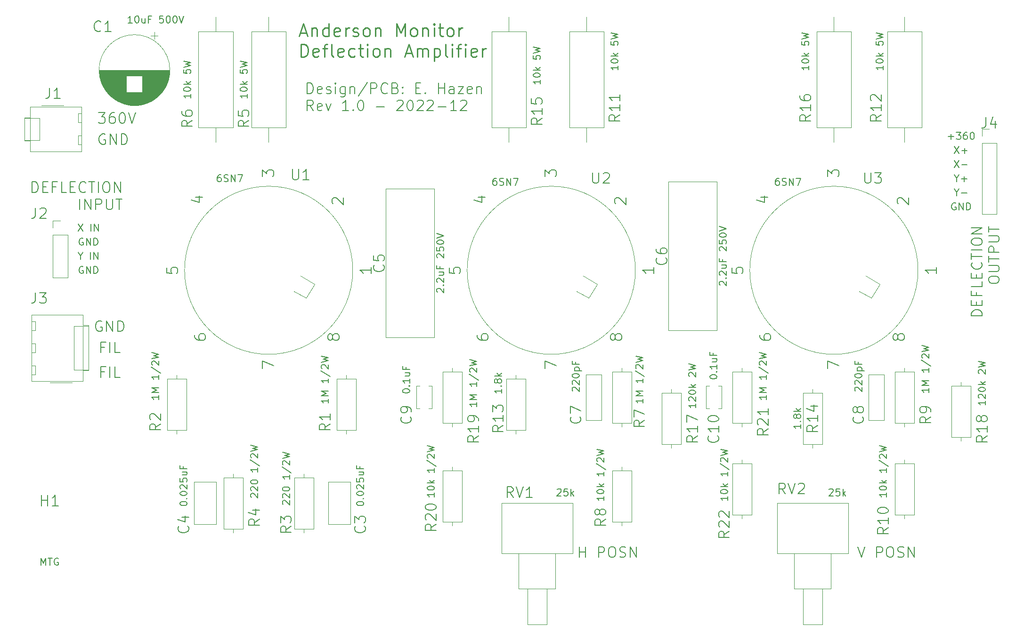
<source format=gbr>
%TF.GenerationSoftware,KiCad,Pcbnew,6.0.9-8da3e8f707~117~ubuntu22.04.1*%
%TF.CreationDate,2022-12-15T07:25:52-05:00*%
%TF.ProjectId,deflection_amp,6465666c-6563-4746-996f-6e5f616d702e,rev?*%
%TF.SameCoordinates,Original*%
%TF.FileFunction,Legend,Top*%
%TF.FilePolarity,Positive*%
%FSLAX46Y46*%
G04 Gerber Fmt 4.6, Leading zero omitted, Abs format (unit mm)*
G04 Created by KiCad (PCBNEW 6.0.9-8da3e8f707~117~ubuntu22.04.1) date 2022-12-15 07:25:52*
%MOMM*%
%LPD*%
G01*
G04 APERTURE LIST*
%ADD10C,0.203200*%
%ADD11C,0.254000*%
%ADD12C,0.150000*%
%ADD13C,0.120000*%
G04 APERTURE END LIST*
D10*
X54640238Y-85664523D02*
X55486904Y-86934523D01*
X55486904Y-85664523D02*
X54640238Y-86934523D01*
X56938333Y-86934523D02*
X56938333Y-85664523D01*
X57543095Y-86934523D02*
X57543095Y-85664523D01*
X58268809Y-86934523D01*
X58268809Y-85664523D01*
X58329285Y-65631785D02*
X59508571Y-65631785D01*
X58873571Y-66357500D01*
X59145714Y-66357500D01*
X59327142Y-66448214D01*
X59417857Y-66538928D01*
X59508571Y-66720357D01*
X59508571Y-67173928D01*
X59417857Y-67355357D01*
X59327142Y-67446071D01*
X59145714Y-67536785D01*
X58601428Y-67536785D01*
X58420000Y-67446071D01*
X58329285Y-67355357D01*
X61141428Y-65631785D02*
X60778571Y-65631785D01*
X60597142Y-65722500D01*
X60506428Y-65813214D01*
X60325000Y-66085357D01*
X60234285Y-66448214D01*
X60234285Y-67173928D01*
X60325000Y-67355357D01*
X60415714Y-67446071D01*
X60597142Y-67536785D01*
X60960000Y-67536785D01*
X61141428Y-67446071D01*
X61232142Y-67355357D01*
X61322857Y-67173928D01*
X61322857Y-66720357D01*
X61232142Y-66538928D01*
X61141428Y-66448214D01*
X60960000Y-66357500D01*
X60597142Y-66357500D01*
X60415714Y-66448214D01*
X60325000Y-66538928D01*
X60234285Y-66720357D01*
X62502142Y-65631785D02*
X62683571Y-65631785D01*
X62865000Y-65722500D01*
X62955714Y-65813214D01*
X63046428Y-65994642D01*
X63137142Y-66357500D01*
X63137142Y-66811071D01*
X63046428Y-67173928D01*
X62955714Y-67355357D01*
X62865000Y-67446071D01*
X62683571Y-67536785D01*
X62502142Y-67536785D01*
X62320714Y-67446071D01*
X62230000Y-67355357D01*
X62139285Y-67173928D01*
X62048571Y-66811071D01*
X62048571Y-66357500D01*
X62139285Y-65994642D01*
X62230000Y-65813214D01*
X62320714Y-65722500D01*
X62502142Y-65631785D01*
X63681428Y-65631785D02*
X64316428Y-67536785D01*
X64951428Y-65631785D01*
X58873571Y-103187500D02*
X58692142Y-103096785D01*
X58420000Y-103096785D01*
X58147857Y-103187500D01*
X57966428Y-103368928D01*
X57875714Y-103550357D01*
X57785000Y-103913214D01*
X57785000Y-104185357D01*
X57875714Y-104548214D01*
X57966428Y-104729642D01*
X58147857Y-104911071D01*
X58420000Y-105001785D01*
X58601428Y-105001785D01*
X58873571Y-104911071D01*
X58964285Y-104820357D01*
X58964285Y-104185357D01*
X58601428Y-104185357D01*
X59780714Y-105001785D02*
X59780714Y-103096785D01*
X60869285Y-105001785D01*
X60869285Y-103096785D01*
X61776428Y-105001785D02*
X61776428Y-103096785D01*
X62230000Y-103096785D01*
X62502142Y-103187500D01*
X62683571Y-103368928D01*
X62774285Y-103550357D01*
X62865000Y-103913214D01*
X62865000Y-104185357D01*
X62774285Y-104548214D01*
X62683571Y-104729642D01*
X62502142Y-104911071D01*
X62230000Y-105001785D01*
X61776428Y-105001785D01*
X212150476Y-74234523D02*
X212997142Y-75504523D01*
X212997142Y-74234523D02*
X212150476Y-75504523D01*
X213480952Y-75020714D02*
X214448571Y-75020714D01*
X59372500Y-107813928D02*
X58737500Y-107813928D01*
X58737500Y-108811785D02*
X58737500Y-106906785D01*
X59644642Y-106906785D01*
X60370357Y-108811785D02*
X60370357Y-106906785D01*
X62184642Y-108811785D02*
X61277500Y-108811785D01*
X61277500Y-106906785D01*
X212150476Y-71694523D02*
X212997142Y-72964523D01*
X212997142Y-71694523D02*
X212150476Y-72964523D01*
X213480952Y-72480714D02*
X214448571Y-72480714D01*
X213964761Y-72964523D02*
X213964761Y-71996904D01*
X95835651Y-62193260D02*
X95835651Y-60288260D01*
X96289222Y-60288260D01*
X96561365Y-60378975D01*
X96742794Y-60560403D01*
X96833508Y-60741832D01*
X96924222Y-61104689D01*
X96924222Y-61376832D01*
X96833508Y-61739689D01*
X96742794Y-61921117D01*
X96561365Y-62102546D01*
X96289222Y-62193260D01*
X95835651Y-62193260D01*
X98466365Y-62102546D02*
X98284937Y-62193260D01*
X97922080Y-62193260D01*
X97740651Y-62102546D01*
X97649937Y-61921117D01*
X97649937Y-61195403D01*
X97740651Y-61013975D01*
X97922080Y-60923260D01*
X98284937Y-60923260D01*
X98466365Y-61013975D01*
X98557080Y-61195403D01*
X98557080Y-61376832D01*
X97649937Y-61558260D01*
X99282794Y-62102546D02*
X99464222Y-62193260D01*
X99827080Y-62193260D01*
X100008508Y-62102546D01*
X100099222Y-61921117D01*
X100099222Y-61830403D01*
X100008508Y-61648975D01*
X99827080Y-61558260D01*
X99554937Y-61558260D01*
X99373508Y-61467546D01*
X99282794Y-61286117D01*
X99282794Y-61195403D01*
X99373508Y-61013975D01*
X99554937Y-60923260D01*
X99827080Y-60923260D01*
X100008508Y-61013975D01*
X100915651Y-62193260D02*
X100915651Y-60923260D01*
X100915651Y-60288260D02*
X100824937Y-60378975D01*
X100915651Y-60469689D01*
X101006365Y-60378975D01*
X100915651Y-60288260D01*
X100915651Y-60469689D01*
X102639222Y-60923260D02*
X102639222Y-62465403D01*
X102548508Y-62646832D01*
X102457794Y-62737546D01*
X102276365Y-62828260D01*
X102004222Y-62828260D01*
X101822794Y-62737546D01*
X102639222Y-62102546D02*
X102457794Y-62193260D01*
X102094937Y-62193260D01*
X101913508Y-62102546D01*
X101822794Y-62011832D01*
X101732080Y-61830403D01*
X101732080Y-61286117D01*
X101822794Y-61104689D01*
X101913508Y-61013975D01*
X102094937Y-60923260D01*
X102457794Y-60923260D01*
X102639222Y-61013975D01*
X103546365Y-60923260D02*
X103546365Y-62193260D01*
X103546365Y-61104689D02*
X103637080Y-61013975D01*
X103818508Y-60923260D01*
X104090651Y-60923260D01*
X104272080Y-61013975D01*
X104362794Y-61195403D01*
X104362794Y-62193260D01*
X106630651Y-60197546D02*
X104997794Y-62646832D01*
X107265651Y-62193260D02*
X107265651Y-60288260D01*
X107991365Y-60288260D01*
X108172794Y-60378975D01*
X108263508Y-60469689D01*
X108354222Y-60651117D01*
X108354222Y-60923260D01*
X108263508Y-61104689D01*
X108172794Y-61195403D01*
X107991365Y-61286117D01*
X107265651Y-61286117D01*
X110259222Y-62011832D02*
X110168508Y-62102546D01*
X109896365Y-62193260D01*
X109714937Y-62193260D01*
X109442794Y-62102546D01*
X109261365Y-61921117D01*
X109170651Y-61739689D01*
X109079937Y-61376832D01*
X109079937Y-61104689D01*
X109170651Y-60741832D01*
X109261365Y-60560403D01*
X109442794Y-60378975D01*
X109714937Y-60288260D01*
X109896365Y-60288260D01*
X110168508Y-60378975D01*
X110259222Y-60469689D01*
X111710651Y-61195403D02*
X111982794Y-61286117D01*
X112073508Y-61376832D01*
X112164222Y-61558260D01*
X112164222Y-61830403D01*
X112073508Y-62011832D01*
X111982794Y-62102546D01*
X111801365Y-62193260D01*
X111075651Y-62193260D01*
X111075651Y-60288260D01*
X111710651Y-60288260D01*
X111892080Y-60378975D01*
X111982794Y-60469689D01*
X112073508Y-60651117D01*
X112073508Y-60832546D01*
X111982794Y-61013975D01*
X111892080Y-61104689D01*
X111710651Y-61195403D01*
X111075651Y-61195403D01*
X112980651Y-62011832D02*
X113071365Y-62102546D01*
X112980651Y-62193260D01*
X112889937Y-62102546D01*
X112980651Y-62011832D01*
X112980651Y-62193260D01*
X112980651Y-61013975D02*
X113071365Y-61104689D01*
X112980651Y-61195403D01*
X112889937Y-61104689D01*
X112980651Y-61013975D01*
X112980651Y-61195403D01*
X115339222Y-61195403D02*
X115974222Y-61195403D01*
X116246365Y-62193260D02*
X115339222Y-62193260D01*
X115339222Y-60288260D01*
X116246365Y-60288260D01*
X117062794Y-62011832D02*
X117153508Y-62102546D01*
X117062794Y-62193260D01*
X116972080Y-62102546D01*
X117062794Y-62011832D01*
X117062794Y-62193260D01*
X119421365Y-62193260D02*
X119421365Y-60288260D01*
X119421365Y-61195403D02*
X120509937Y-61195403D01*
X120509937Y-62193260D02*
X120509937Y-60288260D01*
X122233508Y-62193260D02*
X122233508Y-61195403D01*
X122142794Y-61013975D01*
X121961365Y-60923260D01*
X121598508Y-60923260D01*
X121417080Y-61013975D01*
X122233508Y-62102546D02*
X122052080Y-62193260D01*
X121598508Y-62193260D01*
X121417080Y-62102546D01*
X121326365Y-61921117D01*
X121326365Y-61739689D01*
X121417080Y-61558260D01*
X121598508Y-61467546D01*
X122052080Y-61467546D01*
X122233508Y-61376832D01*
X122959222Y-60923260D02*
X123957080Y-60923260D01*
X122959222Y-62193260D01*
X123957080Y-62193260D01*
X125408508Y-62102546D02*
X125227080Y-62193260D01*
X124864222Y-62193260D01*
X124682794Y-62102546D01*
X124592080Y-61921117D01*
X124592080Y-61195403D01*
X124682794Y-61013975D01*
X124864222Y-60923260D01*
X125227080Y-60923260D01*
X125408508Y-61013975D01*
X125499222Y-61195403D01*
X125499222Y-61376832D01*
X124592080Y-61558260D01*
X126315651Y-60923260D02*
X126315651Y-62193260D01*
X126315651Y-61104689D02*
X126406365Y-61013975D01*
X126587794Y-60923260D01*
X126859937Y-60923260D01*
X127041365Y-61013975D01*
X127132080Y-61195403D01*
X127132080Y-62193260D01*
X96924222Y-65260310D02*
X96289222Y-64353167D01*
X95835651Y-65260310D02*
X95835651Y-63355310D01*
X96561365Y-63355310D01*
X96742794Y-63446025D01*
X96833508Y-63536739D01*
X96924222Y-63718167D01*
X96924222Y-63990310D01*
X96833508Y-64171739D01*
X96742794Y-64262453D01*
X96561365Y-64353167D01*
X95835651Y-64353167D01*
X98466365Y-65169596D02*
X98284937Y-65260310D01*
X97922080Y-65260310D01*
X97740651Y-65169596D01*
X97649937Y-64988167D01*
X97649937Y-64262453D01*
X97740651Y-64081025D01*
X97922080Y-63990310D01*
X98284937Y-63990310D01*
X98466365Y-64081025D01*
X98557080Y-64262453D01*
X98557080Y-64443882D01*
X97649937Y-64625310D01*
X99192080Y-63990310D02*
X99645651Y-65260310D01*
X100099222Y-63990310D01*
X103274222Y-65260310D02*
X102185651Y-65260310D01*
X102729937Y-65260310D02*
X102729937Y-63355310D01*
X102548508Y-63627453D01*
X102367080Y-63808882D01*
X102185651Y-63899596D01*
X104090651Y-65078882D02*
X104181365Y-65169596D01*
X104090651Y-65260310D01*
X103999937Y-65169596D01*
X104090651Y-65078882D01*
X104090651Y-65260310D01*
X105360651Y-63355310D02*
X105542080Y-63355310D01*
X105723508Y-63446025D01*
X105814222Y-63536739D01*
X105904937Y-63718167D01*
X105995651Y-64081025D01*
X105995651Y-64534596D01*
X105904937Y-64897453D01*
X105814222Y-65078882D01*
X105723508Y-65169596D01*
X105542080Y-65260310D01*
X105360651Y-65260310D01*
X105179222Y-65169596D01*
X105088508Y-65078882D01*
X104997794Y-64897453D01*
X104907080Y-64534596D01*
X104907080Y-64081025D01*
X104997794Y-63718167D01*
X105088508Y-63536739D01*
X105179222Y-63446025D01*
X105360651Y-63355310D01*
X108263508Y-64534596D02*
X109714937Y-64534596D01*
X111982794Y-63536739D02*
X112073508Y-63446025D01*
X112254937Y-63355310D01*
X112708508Y-63355310D01*
X112889937Y-63446025D01*
X112980651Y-63536739D01*
X113071365Y-63718167D01*
X113071365Y-63899596D01*
X112980651Y-64171739D01*
X111892080Y-65260310D01*
X113071365Y-65260310D01*
X114250651Y-63355310D02*
X114432080Y-63355310D01*
X114613508Y-63446025D01*
X114704222Y-63536739D01*
X114794937Y-63718167D01*
X114885651Y-64081025D01*
X114885651Y-64534596D01*
X114794937Y-64897453D01*
X114704222Y-65078882D01*
X114613508Y-65169596D01*
X114432080Y-65260310D01*
X114250651Y-65260310D01*
X114069222Y-65169596D01*
X113978508Y-65078882D01*
X113887794Y-64897453D01*
X113797080Y-64534596D01*
X113797080Y-64081025D01*
X113887794Y-63718167D01*
X113978508Y-63536739D01*
X114069222Y-63446025D01*
X114250651Y-63355310D01*
X115611365Y-63536739D02*
X115702080Y-63446025D01*
X115883508Y-63355310D01*
X116337080Y-63355310D01*
X116518508Y-63446025D01*
X116609222Y-63536739D01*
X116699937Y-63718167D01*
X116699937Y-63899596D01*
X116609222Y-64171739D01*
X115520651Y-65260310D01*
X116699937Y-65260310D01*
X117425651Y-63536739D02*
X117516365Y-63446025D01*
X117697794Y-63355310D01*
X118151365Y-63355310D01*
X118332794Y-63446025D01*
X118423508Y-63536739D01*
X118514222Y-63718167D01*
X118514222Y-63899596D01*
X118423508Y-64171739D01*
X117334937Y-65260310D01*
X118514222Y-65260310D01*
X119330651Y-64534596D02*
X120782080Y-64534596D01*
X122687080Y-65260310D02*
X121598508Y-65260310D01*
X122142794Y-65260310D02*
X122142794Y-63355310D01*
X121961365Y-63627453D01*
X121779937Y-63808882D01*
X121598508Y-63899596D01*
X123412794Y-63536739D02*
X123503508Y-63446025D01*
X123684937Y-63355310D01*
X124138508Y-63355310D01*
X124319937Y-63446025D01*
X124410651Y-63536739D01*
X124501365Y-63718167D01*
X124501365Y-63899596D01*
X124410651Y-64171739D01*
X123322080Y-65260310D01*
X124501365Y-65260310D01*
X212392380Y-81915000D02*
X212271428Y-81854523D01*
X212090000Y-81854523D01*
X211908571Y-81915000D01*
X211787619Y-82035952D01*
X211727142Y-82156904D01*
X211666666Y-82398809D01*
X211666666Y-82580238D01*
X211727142Y-82822142D01*
X211787619Y-82943095D01*
X211908571Y-83064047D01*
X212090000Y-83124523D01*
X212210952Y-83124523D01*
X212392380Y-83064047D01*
X212452857Y-83003571D01*
X212452857Y-82580238D01*
X212210952Y-82580238D01*
X212997142Y-83124523D02*
X212997142Y-81854523D01*
X213722857Y-83124523D01*
X213722857Y-81854523D01*
X214327619Y-83124523D02*
X214327619Y-81854523D01*
X214630000Y-81854523D01*
X214811428Y-81915000D01*
X214932380Y-82035952D01*
X214992857Y-82156904D01*
X215053333Y-82398809D01*
X215053333Y-82580238D01*
X214992857Y-82822142D01*
X214932380Y-82943095D01*
X214811428Y-83064047D01*
X214630000Y-83124523D01*
X214327619Y-83124523D01*
X212573809Y-77439761D02*
X212573809Y-78044523D01*
X212150476Y-76774523D02*
X212573809Y-77439761D01*
X212997142Y-76774523D01*
X213420476Y-77560714D02*
X214388095Y-77560714D01*
X213904285Y-78044523D02*
X213904285Y-77076904D01*
X55063571Y-91409761D02*
X55063571Y-92014523D01*
X54640238Y-90744523D02*
X55063571Y-91409761D01*
X55486904Y-90744523D01*
X56877857Y-92014523D02*
X56877857Y-90744523D01*
X57482619Y-92014523D02*
X57482619Y-90744523D01*
X58208333Y-92014523D01*
X58208333Y-90744523D01*
X194808928Y-143736785D02*
X195443928Y-145641785D01*
X196078928Y-143736785D01*
X198165357Y-145641785D02*
X198165357Y-143736785D01*
X198891071Y-143736785D01*
X199072500Y-143827500D01*
X199163214Y-143918214D01*
X199253928Y-144099642D01*
X199253928Y-144371785D01*
X199163214Y-144553214D01*
X199072500Y-144643928D01*
X198891071Y-144734642D01*
X198165357Y-144734642D01*
X200433214Y-143736785D02*
X200796071Y-143736785D01*
X200977500Y-143827500D01*
X201158928Y-144008928D01*
X201249642Y-144371785D01*
X201249642Y-145006785D01*
X201158928Y-145369642D01*
X200977500Y-145551071D01*
X200796071Y-145641785D01*
X200433214Y-145641785D01*
X200251785Y-145551071D01*
X200070357Y-145369642D01*
X199979642Y-145006785D01*
X199979642Y-144371785D01*
X200070357Y-144008928D01*
X200251785Y-143827500D01*
X200433214Y-143736785D01*
X201975357Y-145551071D02*
X202247500Y-145641785D01*
X202701071Y-145641785D01*
X202882500Y-145551071D01*
X202973214Y-145460357D01*
X203063928Y-145278928D01*
X203063928Y-145097500D01*
X202973214Y-144916071D01*
X202882500Y-144825357D01*
X202701071Y-144734642D01*
X202338214Y-144643928D01*
X202156785Y-144553214D01*
X202066071Y-144462500D01*
X201975357Y-144281071D01*
X201975357Y-144099642D01*
X202066071Y-143918214D01*
X202156785Y-143827500D01*
X202338214Y-143736785D01*
X202791785Y-143736785D01*
X203063928Y-143827500D01*
X203880357Y-145641785D02*
X203880357Y-143736785D01*
X204968928Y-145641785D01*
X204968928Y-143736785D01*
X144734642Y-145641785D02*
X144734642Y-143736785D01*
X144734642Y-144643928D02*
X145823214Y-144643928D01*
X145823214Y-145641785D02*
X145823214Y-143736785D01*
X148181785Y-145641785D02*
X148181785Y-143736785D01*
X148907500Y-143736785D01*
X149088928Y-143827500D01*
X149179642Y-143918214D01*
X149270357Y-144099642D01*
X149270357Y-144371785D01*
X149179642Y-144553214D01*
X149088928Y-144643928D01*
X148907500Y-144734642D01*
X148181785Y-144734642D01*
X150449642Y-143736785D02*
X150812500Y-143736785D01*
X150993928Y-143827500D01*
X151175357Y-144008928D01*
X151266071Y-144371785D01*
X151266071Y-145006785D01*
X151175357Y-145369642D01*
X150993928Y-145551071D01*
X150812500Y-145641785D01*
X150449642Y-145641785D01*
X150268214Y-145551071D01*
X150086785Y-145369642D01*
X149996071Y-145006785D01*
X149996071Y-144371785D01*
X150086785Y-144008928D01*
X150268214Y-143827500D01*
X150449642Y-143736785D01*
X151991785Y-145551071D02*
X152263928Y-145641785D01*
X152717500Y-145641785D01*
X152898928Y-145551071D01*
X152989642Y-145460357D01*
X153080357Y-145278928D01*
X153080357Y-145097500D01*
X152989642Y-144916071D01*
X152898928Y-144825357D01*
X152717500Y-144734642D01*
X152354642Y-144643928D01*
X152173214Y-144553214D01*
X152082500Y-144462500D01*
X151991785Y-144281071D01*
X151991785Y-144099642D01*
X152082500Y-143918214D01*
X152173214Y-143827500D01*
X152354642Y-143736785D01*
X152808214Y-143736785D01*
X153080357Y-143827500D01*
X153896785Y-145641785D02*
X153896785Y-143736785D01*
X154985357Y-145641785D01*
X154985357Y-143736785D01*
X217133260Y-102185651D02*
X215228260Y-102185651D01*
X215228260Y-101732080D01*
X215318975Y-101459937D01*
X215500403Y-101278508D01*
X215681832Y-101187794D01*
X216044689Y-101097080D01*
X216316832Y-101097080D01*
X216679689Y-101187794D01*
X216861117Y-101278508D01*
X217042546Y-101459937D01*
X217133260Y-101732080D01*
X217133260Y-102185651D01*
X216135403Y-100280651D02*
X216135403Y-99645651D01*
X217133260Y-99373508D02*
X217133260Y-100280651D01*
X215228260Y-100280651D01*
X215228260Y-99373508D01*
X216135403Y-97922080D02*
X216135403Y-98557080D01*
X217133260Y-98557080D02*
X215228260Y-98557080D01*
X215228260Y-97649937D01*
X217133260Y-96017080D02*
X217133260Y-96924222D01*
X215228260Y-96924222D01*
X216135403Y-95382080D02*
X216135403Y-94747080D01*
X217133260Y-94474937D02*
X217133260Y-95382080D01*
X215228260Y-95382080D01*
X215228260Y-94474937D01*
X216951832Y-92569937D02*
X217042546Y-92660651D01*
X217133260Y-92932794D01*
X217133260Y-93114222D01*
X217042546Y-93386365D01*
X216861117Y-93567794D01*
X216679689Y-93658508D01*
X216316832Y-93749222D01*
X216044689Y-93749222D01*
X215681832Y-93658508D01*
X215500403Y-93567794D01*
X215318975Y-93386365D01*
X215228260Y-93114222D01*
X215228260Y-92932794D01*
X215318975Y-92660651D01*
X215409689Y-92569937D01*
X215228260Y-92025651D02*
X215228260Y-90937080D01*
X217133260Y-91481365D02*
X215228260Y-91481365D01*
X217133260Y-90302080D02*
X215228260Y-90302080D01*
X215228260Y-89032080D02*
X215228260Y-88669222D01*
X215318975Y-88487794D01*
X215500403Y-88306365D01*
X215863260Y-88215651D01*
X216498260Y-88215651D01*
X216861117Y-88306365D01*
X217042546Y-88487794D01*
X217133260Y-88669222D01*
X217133260Y-89032080D01*
X217042546Y-89213508D01*
X216861117Y-89394937D01*
X216498260Y-89485651D01*
X215863260Y-89485651D01*
X215500403Y-89394937D01*
X215318975Y-89213508D01*
X215228260Y-89032080D01*
X217133260Y-87399222D02*
X215228260Y-87399222D01*
X217133260Y-86310651D01*
X215228260Y-86310651D01*
X218295310Y-95835651D02*
X218295310Y-95472794D01*
X218386025Y-95291365D01*
X218567453Y-95109937D01*
X218930310Y-95019222D01*
X219565310Y-95019222D01*
X219928167Y-95109937D01*
X220109596Y-95291365D01*
X220200310Y-95472794D01*
X220200310Y-95835651D01*
X220109596Y-96017080D01*
X219928167Y-96198508D01*
X219565310Y-96289222D01*
X218930310Y-96289222D01*
X218567453Y-96198508D01*
X218386025Y-96017080D01*
X218295310Y-95835651D01*
X218295310Y-94202794D02*
X219837453Y-94202794D01*
X220018882Y-94112080D01*
X220109596Y-94021365D01*
X220200310Y-93839937D01*
X220200310Y-93477080D01*
X220109596Y-93295651D01*
X220018882Y-93204937D01*
X219837453Y-93114222D01*
X218295310Y-93114222D01*
X218295310Y-92479222D02*
X218295310Y-91390651D01*
X220200310Y-91934937D02*
X218295310Y-91934937D01*
X220200310Y-90755651D02*
X218295310Y-90755651D01*
X218295310Y-90029937D01*
X218386025Y-89848508D01*
X218476739Y-89757794D01*
X218658167Y-89667080D01*
X218930310Y-89667080D01*
X219111739Y-89757794D01*
X219202453Y-89848508D01*
X219293167Y-90029937D01*
X219293167Y-90755651D01*
X218295310Y-88850651D02*
X219837453Y-88850651D01*
X220018882Y-88759937D01*
X220109596Y-88669222D01*
X220200310Y-88487794D01*
X220200310Y-88124937D01*
X220109596Y-87943508D01*
X220018882Y-87852794D01*
X219837453Y-87762080D01*
X218295310Y-87762080D01*
X218295310Y-87127080D02*
X218295310Y-86038508D01*
X220200310Y-86582794D02*
X218295310Y-86582794D01*
X55547380Y-88265000D02*
X55426428Y-88204523D01*
X55245000Y-88204523D01*
X55063571Y-88265000D01*
X54942619Y-88385952D01*
X54882142Y-88506904D01*
X54821666Y-88748809D01*
X54821666Y-88930238D01*
X54882142Y-89172142D01*
X54942619Y-89293095D01*
X55063571Y-89414047D01*
X55245000Y-89474523D01*
X55365952Y-89474523D01*
X55547380Y-89414047D01*
X55607857Y-89353571D01*
X55607857Y-88930238D01*
X55365952Y-88930238D01*
X56152142Y-89474523D02*
X56152142Y-88204523D01*
X56877857Y-89474523D01*
X56877857Y-88204523D01*
X57482619Y-89474523D02*
X57482619Y-88204523D01*
X57785000Y-88204523D01*
X57966428Y-88265000D01*
X58087380Y-88385952D01*
X58147857Y-88506904D01*
X58208333Y-88748809D01*
X58208333Y-88930238D01*
X58147857Y-89172142D01*
X58087380Y-89293095D01*
X57966428Y-89414047D01*
X57785000Y-89474523D01*
X57482619Y-89474523D01*
X59372500Y-112258928D02*
X58737500Y-112258928D01*
X58737500Y-113256785D02*
X58737500Y-111351785D01*
X59644642Y-111351785D01*
X60370357Y-113256785D02*
X60370357Y-111351785D01*
X62184642Y-113256785D02*
X61277500Y-113256785D01*
X61277500Y-111351785D01*
X212573809Y-79979761D02*
X212573809Y-80584523D01*
X212150476Y-79314523D02*
X212573809Y-79979761D01*
X212997142Y-79314523D01*
X213420476Y-80100714D02*
X214388095Y-80100714D01*
X211061904Y-69940714D02*
X212029523Y-69940714D01*
X211545714Y-70424523D02*
X211545714Y-69456904D01*
X212513333Y-69154523D02*
X213299523Y-69154523D01*
X212876190Y-69638333D01*
X213057619Y-69638333D01*
X213178571Y-69698809D01*
X213239047Y-69759285D01*
X213299523Y-69880238D01*
X213299523Y-70182619D01*
X213239047Y-70303571D01*
X213178571Y-70364047D01*
X213057619Y-70424523D01*
X212694761Y-70424523D01*
X212573809Y-70364047D01*
X212513333Y-70303571D01*
X214388095Y-69154523D02*
X214146190Y-69154523D01*
X214025238Y-69215000D01*
X213964761Y-69275476D01*
X213843809Y-69456904D01*
X213783333Y-69698809D01*
X213783333Y-70182619D01*
X213843809Y-70303571D01*
X213904285Y-70364047D01*
X214025238Y-70424523D01*
X214267142Y-70424523D01*
X214388095Y-70364047D01*
X214448571Y-70303571D01*
X214509047Y-70182619D01*
X214509047Y-69880238D01*
X214448571Y-69759285D01*
X214388095Y-69698809D01*
X214267142Y-69638333D01*
X214025238Y-69638333D01*
X213904285Y-69698809D01*
X213843809Y-69759285D01*
X213783333Y-69880238D01*
X215295238Y-69154523D02*
X215416190Y-69154523D01*
X215537142Y-69215000D01*
X215597619Y-69275476D01*
X215658095Y-69396428D01*
X215718571Y-69638333D01*
X215718571Y-69940714D01*
X215658095Y-70182619D01*
X215597619Y-70303571D01*
X215537142Y-70364047D01*
X215416190Y-70424523D01*
X215295238Y-70424523D01*
X215174285Y-70364047D01*
X215113809Y-70303571D01*
X215053333Y-70182619D01*
X214992857Y-69940714D01*
X214992857Y-69638333D01*
X215053333Y-69396428D01*
X215113809Y-69275476D01*
X215174285Y-69215000D01*
X215295238Y-69154523D01*
X55547380Y-93345000D02*
X55426428Y-93284523D01*
X55245000Y-93284523D01*
X55063571Y-93345000D01*
X54942619Y-93465952D01*
X54882142Y-93586904D01*
X54821666Y-93828809D01*
X54821666Y-94010238D01*
X54882142Y-94252142D01*
X54942619Y-94373095D01*
X55063571Y-94494047D01*
X55245000Y-94554523D01*
X55365952Y-94554523D01*
X55547380Y-94494047D01*
X55607857Y-94433571D01*
X55607857Y-94010238D01*
X55365952Y-94010238D01*
X56152142Y-94554523D02*
X56152142Y-93284523D01*
X56877857Y-94554523D01*
X56877857Y-93284523D01*
X57482619Y-94554523D02*
X57482619Y-93284523D01*
X57785000Y-93284523D01*
X57966428Y-93345000D01*
X58087380Y-93465952D01*
X58147857Y-93586904D01*
X58208333Y-93828809D01*
X58208333Y-94010238D01*
X58147857Y-94252142D01*
X58087380Y-94373095D01*
X57966428Y-94494047D01*
X57785000Y-94554523D01*
X57482619Y-94554523D01*
D11*
X94580528Y-51245770D02*
X95669100Y-51245770D01*
X94362814Y-51898912D02*
X95124814Y-49612912D01*
X95886814Y-51898912D01*
X96648814Y-50374912D02*
X96648814Y-51898912D01*
X96648814Y-50592627D02*
X96757671Y-50483770D01*
X96975385Y-50374912D01*
X97301957Y-50374912D01*
X97519671Y-50483770D01*
X97628528Y-50701484D01*
X97628528Y-51898912D01*
X99696814Y-51898912D02*
X99696814Y-49612912D01*
X99696814Y-51790055D02*
X99479100Y-51898912D01*
X99043671Y-51898912D01*
X98825957Y-51790055D01*
X98717100Y-51681198D01*
X98608242Y-51463484D01*
X98608242Y-50810341D01*
X98717100Y-50592627D01*
X98825957Y-50483770D01*
X99043671Y-50374912D01*
X99479100Y-50374912D01*
X99696814Y-50483770D01*
X101656242Y-51790055D02*
X101438528Y-51898912D01*
X101003100Y-51898912D01*
X100785385Y-51790055D01*
X100676528Y-51572341D01*
X100676528Y-50701484D01*
X100785385Y-50483770D01*
X101003100Y-50374912D01*
X101438528Y-50374912D01*
X101656242Y-50483770D01*
X101765100Y-50701484D01*
X101765100Y-50919198D01*
X100676528Y-51136912D01*
X102744814Y-51898912D02*
X102744814Y-50374912D01*
X102744814Y-50810341D02*
X102853671Y-50592627D01*
X102962528Y-50483770D01*
X103180242Y-50374912D01*
X103397957Y-50374912D01*
X104051100Y-51790055D02*
X104268814Y-51898912D01*
X104704242Y-51898912D01*
X104921957Y-51790055D01*
X105030814Y-51572341D01*
X105030814Y-51463484D01*
X104921957Y-51245770D01*
X104704242Y-51136912D01*
X104377671Y-51136912D01*
X104159957Y-51028055D01*
X104051100Y-50810341D01*
X104051100Y-50701484D01*
X104159957Y-50483770D01*
X104377671Y-50374912D01*
X104704242Y-50374912D01*
X104921957Y-50483770D01*
X106337100Y-51898912D02*
X106119385Y-51790055D01*
X106010528Y-51681198D01*
X105901671Y-51463484D01*
X105901671Y-50810341D01*
X106010528Y-50592627D01*
X106119385Y-50483770D01*
X106337100Y-50374912D01*
X106663671Y-50374912D01*
X106881385Y-50483770D01*
X106990242Y-50592627D01*
X107099100Y-50810341D01*
X107099100Y-51463484D01*
X106990242Y-51681198D01*
X106881385Y-51790055D01*
X106663671Y-51898912D01*
X106337100Y-51898912D01*
X108078814Y-50374912D02*
X108078814Y-51898912D01*
X108078814Y-50592627D02*
X108187671Y-50483770D01*
X108405385Y-50374912D01*
X108731957Y-50374912D01*
X108949671Y-50483770D01*
X109058528Y-50701484D01*
X109058528Y-51898912D01*
X111888814Y-51898912D02*
X111888814Y-49612912D01*
X112650814Y-51245770D01*
X113412814Y-49612912D01*
X113412814Y-51898912D01*
X114827957Y-51898912D02*
X114610242Y-51790055D01*
X114501385Y-51681198D01*
X114392528Y-51463484D01*
X114392528Y-50810341D01*
X114501385Y-50592627D01*
X114610242Y-50483770D01*
X114827957Y-50374912D01*
X115154528Y-50374912D01*
X115372242Y-50483770D01*
X115481100Y-50592627D01*
X115589957Y-50810341D01*
X115589957Y-51463484D01*
X115481100Y-51681198D01*
X115372242Y-51790055D01*
X115154528Y-51898912D01*
X114827957Y-51898912D01*
X116569671Y-50374912D02*
X116569671Y-51898912D01*
X116569671Y-50592627D02*
X116678528Y-50483770D01*
X116896242Y-50374912D01*
X117222814Y-50374912D01*
X117440528Y-50483770D01*
X117549385Y-50701484D01*
X117549385Y-51898912D01*
X118637957Y-51898912D02*
X118637957Y-50374912D01*
X118637957Y-49612912D02*
X118529100Y-49721770D01*
X118637957Y-49830627D01*
X118746814Y-49721770D01*
X118637957Y-49612912D01*
X118637957Y-49830627D01*
X119399957Y-50374912D02*
X120270814Y-50374912D01*
X119726528Y-49612912D02*
X119726528Y-51572341D01*
X119835385Y-51790055D01*
X120053100Y-51898912D01*
X120270814Y-51898912D01*
X121359385Y-51898912D02*
X121141671Y-51790055D01*
X121032814Y-51681198D01*
X120923957Y-51463484D01*
X120923957Y-50810341D01*
X121032814Y-50592627D01*
X121141671Y-50483770D01*
X121359385Y-50374912D01*
X121685957Y-50374912D01*
X121903671Y-50483770D01*
X122012528Y-50592627D01*
X122121385Y-50810341D01*
X122121385Y-51463484D01*
X122012528Y-51681198D01*
X121903671Y-51790055D01*
X121685957Y-51898912D01*
X121359385Y-51898912D01*
X123101100Y-51898912D02*
X123101100Y-50374912D01*
X123101100Y-50810341D02*
X123209957Y-50592627D01*
X123318814Y-50483770D01*
X123536528Y-50374912D01*
X123754242Y-50374912D01*
X94689385Y-55579372D02*
X94689385Y-53293372D01*
X95233671Y-53293372D01*
X95560242Y-53402230D01*
X95777957Y-53619944D01*
X95886814Y-53837658D01*
X95995671Y-54273087D01*
X95995671Y-54599658D01*
X95886814Y-55035087D01*
X95777957Y-55252801D01*
X95560242Y-55470515D01*
X95233671Y-55579372D01*
X94689385Y-55579372D01*
X97846242Y-55470515D02*
X97628528Y-55579372D01*
X97193100Y-55579372D01*
X96975385Y-55470515D01*
X96866528Y-55252801D01*
X96866528Y-54381944D01*
X96975385Y-54164230D01*
X97193100Y-54055372D01*
X97628528Y-54055372D01*
X97846242Y-54164230D01*
X97955100Y-54381944D01*
X97955100Y-54599658D01*
X96866528Y-54817372D01*
X98608242Y-54055372D02*
X99479100Y-54055372D01*
X98934814Y-55579372D02*
X98934814Y-53619944D01*
X99043671Y-53402230D01*
X99261385Y-53293372D01*
X99479100Y-53293372D01*
X100567671Y-55579372D02*
X100349957Y-55470515D01*
X100241100Y-55252801D01*
X100241100Y-53293372D01*
X102309385Y-55470515D02*
X102091671Y-55579372D01*
X101656242Y-55579372D01*
X101438528Y-55470515D01*
X101329671Y-55252801D01*
X101329671Y-54381944D01*
X101438528Y-54164230D01*
X101656242Y-54055372D01*
X102091671Y-54055372D01*
X102309385Y-54164230D01*
X102418242Y-54381944D01*
X102418242Y-54599658D01*
X101329671Y-54817372D01*
X104377671Y-55470515D02*
X104159957Y-55579372D01*
X103724528Y-55579372D01*
X103506814Y-55470515D01*
X103397957Y-55361658D01*
X103289100Y-55143944D01*
X103289100Y-54490801D01*
X103397957Y-54273087D01*
X103506814Y-54164230D01*
X103724528Y-54055372D01*
X104159957Y-54055372D01*
X104377671Y-54164230D01*
X105030814Y-54055372D02*
X105901671Y-54055372D01*
X105357385Y-53293372D02*
X105357385Y-55252801D01*
X105466242Y-55470515D01*
X105683957Y-55579372D01*
X105901671Y-55579372D01*
X106663671Y-55579372D02*
X106663671Y-54055372D01*
X106663671Y-53293372D02*
X106554814Y-53402230D01*
X106663671Y-53511087D01*
X106772528Y-53402230D01*
X106663671Y-53293372D01*
X106663671Y-53511087D01*
X108078814Y-55579372D02*
X107861100Y-55470515D01*
X107752242Y-55361658D01*
X107643385Y-55143944D01*
X107643385Y-54490801D01*
X107752242Y-54273087D01*
X107861100Y-54164230D01*
X108078814Y-54055372D01*
X108405385Y-54055372D01*
X108623100Y-54164230D01*
X108731957Y-54273087D01*
X108840814Y-54490801D01*
X108840814Y-55143944D01*
X108731957Y-55361658D01*
X108623100Y-55470515D01*
X108405385Y-55579372D01*
X108078814Y-55579372D01*
X109820528Y-54055372D02*
X109820528Y-55579372D01*
X109820528Y-54273087D02*
X109929385Y-54164230D01*
X110147100Y-54055372D01*
X110473671Y-54055372D01*
X110691385Y-54164230D01*
X110800242Y-54381944D01*
X110800242Y-55579372D01*
X113521671Y-54926230D02*
X114610242Y-54926230D01*
X113303957Y-55579372D02*
X114065957Y-53293372D01*
X114827957Y-55579372D01*
X115589957Y-55579372D02*
X115589957Y-54055372D01*
X115589957Y-54273087D02*
X115698814Y-54164230D01*
X115916528Y-54055372D01*
X116243100Y-54055372D01*
X116460814Y-54164230D01*
X116569671Y-54381944D01*
X116569671Y-55579372D01*
X116569671Y-54381944D02*
X116678528Y-54164230D01*
X116896242Y-54055372D01*
X117222814Y-54055372D01*
X117440528Y-54164230D01*
X117549385Y-54381944D01*
X117549385Y-55579372D01*
X118637957Y-54055372D02*
X118637957Y-56341372D01*
X118637957Y-54164230D02*
X118855671Y-54055372D01*
X119291100Y-54055372D01*
X119508814Y-54164230D01*
X119617671Y-54273087D01*
X119726528Y-54490801D01*
X119726528Y-55143944D01*
X119617671Y-55361658D01*
X119508814Y-55470515D01*
X119291100Y-55579372D01*
X118855671Y-55579372D01*
X118637957Y-55470515D01*
X121032814Y-55579372D02*
X120815100Y-55470515D01*
X120706242Y-55252801D01*
X120706242Y-53293372D01*
X121903671Y-55579372D02*
X121903671Y-54055372D01*
X121903671Y-53293372D02*
X121794814Y-53402230D01*
X121903671Y-53511087D01*
X122012528Y-53402230D01*
X121903671Y-53293372D01*
X121903671Y-53511087D01*
X122665671Y-54055372D02*
X123536528Y-54055372D01*
X122992242Y-55579372D02*
X122992242Y-53619944D01*
X123101100Y-53402230D01*
X123318814Y-53293372D01*
X123536528Y-53293372D01*
X124298528Y-55579372D02*
X124298528Y-54055372D01*
X124298528Y-53293372D02*
X124189671Y-53402230D01*
X124298528Y-53511087D01*
X124407385Y-53402230D01*
X124298528Y-53293372D01*
X124298528Y-53511087D01*
X126257957Y-55470515D02*
X126040242Y-55579372D01*
X125604814Y-55579372D01*
X125387100Y-55470515D01*
X125278242Y-55252801D01*
X125278242Y-54381944D01*
X125387100Y-54164230D01*
X125604814Y-54055372D01*
X126040242Y-54055372D01*
X126257957Y-54164230D01*
X126366814Y-54381944D01*
X126366814Y-54599658D01*
X125278242Y-54817372D01*
X127346528Y-55579372D02*
X127346528Y-54055372D01*
X127346528Y-54490801D02*
X127455385Y-54273087D01*
X127564242Y-54164230D01*
X127781957Y-54055372D01*
X127999671Y-54055372D01*
D10*
X59508571Y-69532500D02*
X59327142Y-69441785D01*
X59055000Y-69441785D01*
X58782857Y-69532500D01*
X58601428Y-69713928D01*
X58510714Y-69895357D01*
X58420000Y-70258214D01*
X58420000Y-70530357D01*
X58510714Y-70893214D01*
X58601428Y-71074642D01*
X58782857Y-71256071D01*
X59055000Y-71346785D01*
X59236428Y-71346785D01*
X59508571Y-71256071D01*
X59599285Y-71165357D01*
X59599285Y-70530357D01*
X59236428Y-70530357D01*
X60415714Y-71346785D02*
X60415714Y-69441785D01*
X61504285Y-71346785D01*
X61504285Y-69441785D01*
X62411428Y-71346785D02*
X62411428Y-69441785D01*
X62865000Y-69441785D01*
X63137142Y-69532500D01*
X63318571Y-69713928D01*
X63409285Y-69895357D01*
X63500000Y-70258214D01*
X63500000Y-70530357D01*
X63409285Y-70893214D01*
X63318571Y-71074642D01*
X63137142Y-71256071D01*
X62865000Y-71346785D01*
X62411428Y-71346785D01*
X46404348Y-79973260D02*
X46404348Y-78068260D01*
X46857920Y-78068260D01*
X47130062Y-78158975D01*
X47311491Y-78340403D01*
X47402205Y-78521832D01*
X47492920Y-78884689D01*
X47492920Y-79156832D01*
X47402205Y-79519689D01*
X47311491Y-79701117D01*
X47130062Y-79882546D01*
X46857920Y-79973260D01*
X46404348Y-79973260D01*
X48309348Y-78975403D02*
X48944348Y-78975403D01*
X49216491Y-79973260D02*
X48309348Y-79973260D01*
X48309348Y-78068260D01*
X49216491Y-78068260D01*
X50667920Y-78975403D02*
X50032920Y-78975403D01*
X50032920Y-79973260D02*
X50032920Y-78068260D01*
X50940062Y-78068260D01*
X52572920Y-79973260D02*
X51665777Y-79973260D01*
X51665777Y-78068260D01*
X53207920Y-78975403D02*
X53842920Y-78975403D01*
X54115062Y-79973260D02*
X53207920Y-79973260D01*
X53207920Y-78068260D01*
X54115062Y-78068260D01*
X56020062Y-79791832D02*
X55929348Y-79882546D01*
X55657205Y-79973260D01*
X55475777Y-79973260D01*
X55203634Y-79882546D01*
X55022205Y-79701117D01*
X54931491Y-79519689D01*
X54840777Y-79156832D01*
X54840777Y-78884689D01*
X54931491Y-78521832D01*
X55022205Y-78340403D01*
X55203634Y-78158975D01*
X55475777Y-78068260D01*
X55657205Y-78068260D01*
X55929348Y-78158975D01*
X56020062Y-78249689D01*
X56564348Y-78068260D02*
X57652920Y-78068260D01*
X57108634Y-79973260D02*
X57108634Y-78068260D01*
X58287920Y-79973260D02*
X58287920Y-78068260D01*
X59557920Y-78068260D02*
X59920777Y-78068260D01*
X60102205Y-78158975D01*
X60283634Y-78340403D01*
X60374348Y-78703260D01*
X60374348Y-79338260D01*
X60283634Y-79701117D01*
X60102205Y-79882546D01*
X59920777Y-79973260D01*
X59557920Y-79973260D01*
X59376491Y-79882546D01*
X59195062Y-79701117D01*
X59104348Y-79338260D01*
X59104348Y-78703260D01*
X59195062Y-78340403D01*
X59376491Y-78158975D01*
X59557920Y-78068260D01*
X61190777Y-79973260D02*
X61190777Y-78068260D01*
X62279348Y-79973260D01*
X62279348Y-78068260D01*
X54931491Y-83040310D02*
X54931491Y-81135310D01*
X55838634Y-83040310D02*
X55838634Y-81135310D01*
X56927205Y-83040310D01*
X56927205Y-81135310D01*
X57834348Y-83040310D02*
X57834348Y-81135310D01*
X58560062Y-81135310D01*
X58741491Y-81226025D01*
X58832205Y-81316739D01*
X58922920Y-81498167D01*
X58922920Y-81770310D01*
X58832205Y-81951739D01*
X58741491Y-82042453D01*
X58560062Y-82133167D01*
X57834348Y-82133167D01*
X59739348Y-81135310D02*
X59739348Y-82677453D01*
X59830062Y-82858882D01*
X59920777Y-82949596D01*
X60102205Y-83040310D01*
X60465062Y-83040310D01*
X60646491Y-82949596D01*
X60737205Y-82858882D01*
X60827920Y-82677453D01*
X60827920Y-81135310D01*
X61462920Y-81135310D02*
X62551491Y-81135310D01*
X62007205Y-83040310D02*
X62007205Y-81135310D01*
%TO.C,RV2*%
X181746071Y-134211785D02*
X181111071Y-133304642D01*
X180657500Y-134211785D02*
X180657500Y-132306785D01*
X181383214Y-132306785D01*
X181564642Y-132397500D01*
X181655357Y-132488214D01*
X181746071Y-132669642D01*
X181746071Y-132941785D01*
X181655357Y-133123214D01*
X181564642Y-133213928D01*
X181383214Y-133304642D01*
X180657500Y-133304642D01*
X182290357Y-132306785D02*
X182925357Y-134211785D01*
X183560357Y-132306785D01*
X184104642Y-132488214D02*
X184195357Y-132397500D01*
X184376785Y-132306785D01*
X184830357Y-132306785D01*
X185011785Y-132397500D01*
X185102500Y-132488214D01*
X185193214Y-132669642D01*
X185193214Y-132851071D01*
X185102500Y-133123214D01*
X184013928Y-134211785D01*
X185193214Y-134211785D01*
X189653333Y-133410476D02*
X189713809Y-133350000D01*
X189834761Y-133289523D01*
X190137142Y-133289523D01*
X190258095Y-133350000D01*
X190318571Y-133410476D01*
X190379047Y-133531428D01*
X190379047Y-133652380D01*
X190318571Y-133833809D01*
X189592857Y-134559523D01*
X190379047Y-134559523D01*
X191528095Y-133289523D02*
X190923333Y-133289523D01*
X190862857Y-133894285D01*
X190923333Y-133833809D01*
X191044285Y-133773333D01*
X191346666Y-133773333D01*
X191467619Y-133833809D01*
X191528095Y-133894285D01*
X191588571Y-134015238D01*
X191588571Y-134317619D01*
X191528095Y-134438571D01*
X191467619Y-134499047D01*
X191346666Y-134559523D01*
X191044285Y-134559523D01*
X190923333Y-134499047D01*
X190862857Y-134438571D01*
X192132857Y-134559523D02*
X192132857Y-133289523D01*
X192253809Y-134075714D02*
X192616666Y-134559523D01*
X192616666Y-133712857D02*
X192132857Y-134196666D01*
%TO.C,R22*%
X171676785Y-140924642D02*
X170769642Y-141559642D01*
X171676785Y-142013214D02*
X169771785Y-142013214D01*
X169771785Y-141287500D01*
X169862500Y-141106071D01*
X169953214Y-141015357D01*
X170134642Y-140924642D01*
X170406785Y-140924642D01*
X170588214Y-141015357D01*
X170678928Y-141106071D01*
X170769642Y-141287500D01*
X170769642Y-142013214D01*
X169953214Y-140198928D02*
X169862500Y-140108214D01*
X169771785Y-139926785D01*
X169771785Y-139473214D01*
X169862500Y-139291785D01*
X169953214Y-139201071D01*
X170134642Y-139110357D01*
X170316071Y-139110357D01*
X170588214Y-139201071D01*
X171676785Y-140289642D01*
X171676785Y-139110357D01*
X169953214Y-138384642D02*
X169862500Y-138293928D01*
X169771785Y-138112500D01*
X169771785Y-137658928D01*
X169862500Y-137477500D01*
X169953214Y-137386785D01*
X170134642Y-137296071D01*
X170316071Y-137296071D01*
X170588214Y-137386785D01*
X171676785Y-138475357D01*
X171676785Y-137296071D01*
X171389523Y-134650238D02*
X171389523Y-135375952D01*
X171389523Y-135013095D02*
X170119523Y-135013095D01*
X170300952Y-135134047D01*
X170421904Y-135255000D01*
X170482380Y-135375952D01*
X170119523Y-133864047D02*
X170119523Y-133743095D01*
X170180000Y-133622142D01*
X170240476Y-133561666D01*
X170361428Y-133501190D01*
X170603333Y-133440714D01*
X170905714Y-133440714D01*
X171147619Y-133501190D01*
X171268571Y-133561666D01*
X171329047Y-133622142D01*
X171389523Y-133743095D01*
X171389523Y-133864047D01*
X171329047Y-133985000D01*
X171268571Y-134045476D01*
X171147619Y-134105952D01*
X170905714Y-134166428D01*
X170603333Y-134166428D01*
X170361428Y-134105952D01*
X170240476Y-134045476D01*
X170180000Y-133985000D01*
X170119523Y-133864047D01*
X171389523Y-132896428D02*
X170119523Y-132896428D01*
X170905714Y-132775476D02*
X171389523Y-132412619D01*
X170542857Y-132412619D02*
X171026666Y-132896428D01*
X171389523Y-130235476D02*
X171389523Y-130961190D01*
X171389523Y-130598333D02*
X170119523Y-130598333D01*
X170300952Y-130719285D01*
X170421904Y-130840238D01*
X170482380Y-130961190D01*
X170059047Y-128784047D02*
X171691904Y-129872619D01*
X170240476Y-128421190D02*
X170180000Y-128360714D01*
X170119523Y-128239761D01*
X170119523Y-127937380D01*
X170180000Y-127816428D01*
X170240476Y-127755952D01*
X170361428Y-127695476D01*
X170482380Y-127695476D01*
X170663809Y-127755952D01*
X171389523Y-128481666D01*
X171389523Y-127695476D01*
X170119523Y-127272142D02*
X171389523Y-126969761D01*
X170482380Y-126727857D01*
X171389523Y-126485952D01*
X170119523Y-126183571D01*
%TO.C,R1*%
X99921785Y-121602500D02*
X99014642Y-122237500D01*
X99921785Y-122691071D02*
X98016785Y-122691071D01*
X98016785Y-121965357D01*
X98107500Y-121783928D01*
X98198214Y-121693214D01*
X98379642Y-121602500D01*
X98651785Y-121602500D01*
X98833214Y-121693214D01*
X98923928Y-121783928D01*
X99014642Y-121965357D01*
X99014642Y-122691071D01*
X99921785Y-119788214D02*
X99921785Y-120876785D01*
X99921785Y-120332500D02*
X98016785Y-120332500D01*
X98288928Y-120513928D01*
X98470357Y-120695357D01*
X98561071Y-120876785D01*
X99634523Y-117112142D02*
X99634523Y-117837857D01*
X99634523Y-117475000D02*
X98364523Y-117475000D01*
X98545952Y-117595952D01*
X98666904Y-117716904D01*
X98727380Y-117837857D01*
X99634523Y-116567857D02*
X98364523Y-116567857D01*
X99271666Y-116144523D01*
X98364523Y-115721190D01*
X99634523Y-115721190D01*
X99634523Y-113483571D02*
X99634523Y-114209285D01*
X99634523Y-113846428D02*
X98364523Y-113846428D01*
X98545952Y-113967380D01*
X98666904Y-114088333D01*
X98727380Y-114209285D01*
X98304047Y-112032142D02*
X99936904Y-113120714D01*
X98485476Y-111669285D02*
X98425000Y-111608809D01*
X98364523Y-111487857D01*
X98364523Y-111185476D01*
X98425000Y-111064523D01*
X98485476Y-111004047D01*
X98606428Y-110943571D01*
X98727380Y-110943571D01*
X98908809Y-111004047D01*
X99634523Y-111729761D01*
X99634523Y-110943571D01*
X98364523Y-110520238D02*
X99634523Y-110217857D01*
X98727380Y-109975952D01*
X99634523Y-109734047D01*
X98364523Y-109431666D01*
%TO.C,J1*%
X49530000Y-61186785D02*
X49530000Y-62547500D01*
X49439285Y-62819642D01*
X49257857Y-63001071D01*
X48985714Y-63091785D01*
X48804285Y-63091785D01*
X51435000Y-63091785D02*
X50346428Y-63091785D01*
X50890714Y-63091785D02*
X50890714Y-61186785D01*
X50709285Y-61458928D01*
X50527857Y-61640357D01*
X50346428Y-61731071D01*
%TO.C,U3*%
X196033571Y-76426785D02*
X196033571Y-77968928D01*
X196124285Y-78150357D01*
X196215000Y-78241071D01*
X196396428Y-78331785D01*
X196759285Y-78331785D01*
X196940714Y-78241071D01*
X197031428Y-78150357D01*
X197122142Y-77968928D01*
X197122142Y-76426785D01*
X197847857Y-76426785D02*
X199027142Y-76426785D01*
X198392142Y-77152500D01*
X198664285Y-77152500D01*
X198845714Y-77243214D01*
X198936428Y-77333928D01*
X199027142Y-77515357D01*
X199027142Y-77968928D01*
X198936428Y-78150357D01*
X198845714Y-78241071D01*
X198664285Y-78331785D01*
X198120000Y-78331785D01*
X197938571Y-78241071D01*
X197847857Y-78150357D01*
X180612142Y-77409523D02*
X180370238Y-77409523D01*
X180249285Y-77470000D01*
X180188809Y-77530476D01*
X180067857Y-77711904D01*
X180007380Y-77953809D01*
X180007380Y-78437619D01*
X180067857Y-78558571D01*
X180128333Y-78619047D01*
X180249285Y-78679523D01*
X180491190Y-78679523D01*
X180612142Y-78619047D01*
X180672619Y-78558571D01*
X180733095Y-78437619D01*
X180733095Y-78135238D01*
X180672619Y-78014285D01*
X180612142Y-77953809D01*
X180491190Y-77893333D01*
X180249285Y-77893333D01*
X180128333Y-77953809D01*
X180067857Y-78014285D01*
X180007380Y-78135238D01*
X181216904Y-78619047D02*
X181398333Y-78679523D01*
X181700714Y-78679523D01*
X181821666Y-78619047D01*
X181882142Y-78558571D01*
X181942619Y-78437619D01*
X181942619Y-78316666D01*
X181882142Y-78195714D01*
X181821666Y-78135238D01*
X181700714Y-78074761D01*
X181458809Y-78014285D01*
X181337857Y-77953809D01*
X181277380Y-77893333D01*
X181216904Y-77772380D01*
X181216904Y-77651428D01*
X181277380Y-77530476D01*
X181337857Y-77470000D01*
X181458809Y-77409523D01*
X181761190Y-77409523D01*
X181942619Y-77470000D01*
X182486904Y-78679523D02*
X182486904Y-77409523D01*
X183212619Y-78679523D01*
X183212619Y-77409523D01*
X183696428Y-77409523D02*
X184543095Y-77409523D01*
X183998809Y-78679523D01*
D12*
X189404761Y-111646666D02*
X189404761Y-110313333D01*
X191404761Y-111170476D01*
X202011904Y-106170476D02*
X201916666Y-106360952D01*
X201821428Y-106456190D01*
X201630952Y-106551428D01*
X201535714Y-106551428D01*
X201345238Y-106456190D01*
X201250000Y-106360952D01*
X201154761Y-106170476D01*
X201154761Y-105789523D01*
X201250000Y-105599047D01*
X201345238Y-105503809D01*
X201535714Y-105408571D01*
X201630952Y-105408571D01*
X201821428Y-105503809D01*
X201916666Y-105599047D01*
X202011904Y-105789523D01*
X202011904Y-106170476D01*
X202107142Y-106360952D01*
X202202380Y-106456190D01*
X202392857Y-106551428D01*
X202773809Y-106551428D01*
X202964285Y-106456190D01*
X203059523Y-106360952D01*
X203154761Y-106170476D01*
X203154761Y-105789523D01*
X203059523Y-105599047D01*
X202964285Y-105503809D01*
X202773809Y-105408571D01*
X202392857Y-105408571D01*
X202202380Y-105503809D01*
X202107142Y-105599047D01*
X202011904Y-105789523D01*
X208904761Y-93408571D02*
X208904761Y-94551428D01*
X208904761Y-93980000D02*
X206904761Y-93980000D01*
X207190476Y-94170476D01*
X207380952Y-94360952D01*
X207476190Y-94551428D01*
X177154761Y-105599047D02*
X177154761Y-105980000D01*
X177250000Y-106170476D01*
X177345238Y-106265714D01*
X177630952Y-106456190D01*
X178011904Y-106551428D01*
X178773809Y-106551428D01*
X178964285Y-106456190D01*
X179059523Y-106360952D01*
X179154761Y-106170476D01*
X179154761Y-105789523D01*
X179059523Y-105599047D01*
X178964285Y-105503809D01*
X178773809Y-105408571D01*
X178297619Y-105408571D01*
X178107142Y-105503809D01*
X178011904Y-105599047D01*
X177916666Y-105789523D01*
X177916666Y-106170476D01*
X178011904Y-106360952D01*
X178107142Y-106456190D01*
X178297619Y-106551428D01*
X202095238Y-82051428D02*
X202000000Y-81956190D01*
X201904761Y-81765714D01*
X201904761Y-81289523D01*
X202000000Y-81099047D01*
X202095238Y-81003809D01*
X202285714Y-80908571D01*
X202476190Y-80908571D01*
X202761904Y-81003809D01*
X203904761Y-82146666D01*
X203904761Y-80908571D01*
X172154761Y-93503809D02*
X172154761Y-94456190D01*
X173107142Y-94551428D01*
X173011904Y-94456190D01*
X172916666Y-94265714D01*
X172916666Y-93789523D01*
X173011904Y-93599047D01*
X173107142Y-93503809D01*
X173297619Y-93408571D01*
X173773809Y-93408571D01*
X173964285Y-93503809D01*
X174059523Y-93599047D01*
X174154761Y-93789523D01*
X174154761Y-94265714D01*
X174059523Y-94456190D01*
X173964285Y-94551428D01*
X177321428Y-80849047D02*
X178654761Y-80849047D01*
X176559523Y-81325238D02*
X177988095Y-81801428D01*
X177988095Y-80563333D01*
X189404761Y-77146666D02*
X189404761Y-75908571D01*
X190166666Y-76575238D01*
X190166666Y-76289523D01*
X190261904Y-76099047D01*
X190357142Y-76003809D01*
X190547619Y-75908571D01*
X191023809Y-75908571D01*
X191214285Y-76003809D01*
X191309523Y-76099047D01*
X191404761Y-76289523D01*
X191404761Y-76860952D01*
X191309523Y-77051428D01*
X191214285Y-77146666D01*
D10*
%TO.C,R6*%
X75156785Y-66992500D02*
X74249642Y-67627500D01*
X75156785Y-68081071D02*
X73251785Y-68081071D01*
X73251785Y-67355357D01*
X73342500Y-67173928D01*
X73433214Y-67083214D01*
X73614642Y-66992500D01*
X73886785Y-66992500D01*
X74068214Y-67083214D01*
X74158928Y-67173928D01*
X74249642Y-67355357D01*
X74249642Y-68081071D01*
X73251785Y-65359642D02*
X73251785Y-65722500D01*
X73342500Y-65903928D01*
X73433214Y-65994642D01*
X73705357Y-66176071D01*
X74068214Y-66266785D01*
X74793928Y-66266785D01*
X74975357Y-66176071D01*
X75066071Y-66085357D01*
X75156785Y-65903928D01*
X75156785Y-65541071D01*
X75066071Y-65359642D01*
X74975357Y-65268928D01*
X74793928Y-65178214D01*
X74340357Y-65178214D01*
X74158928Y-65268928D01*
X74068214Y-65359642D01*
X73977500Y-65541071D01*
X73977500Y-65903928D01*
X74068214Y-66085357D01*
X74158928Y-66176071D01*
X74340357Y-66266785D01*
X74869523Y-62260238D02*
X74869523Y-62985952D01*
X74869523Y-62623095D02*
X73599523Y-62623095D01*
X73780952Y-62744047D01*
X73901904Y-62865000D01*
X73962380Y-62985952D01*
X73599523Y-61474047D02*
X73599523Y-61353095D01*
X73660000Y-61232142D01*
X73720476Y-61171666D01*
X73841428Y-61111190D01*
X74083333Y-61050714D01*
X74385714Y-61050714D01*
X74627619Y-61111190D01*
X74748571Y-61171666D01*
X74809047Y-61232142D01*
X74869523Y-61353095D01*
X74869523Y-61474047D01*
X74809047Y-61595000D01*
X74748571Y-61655476D01*
X74627619Y-61715952D01*
X74385714Y-61776428D01*
X74083333Y-61776428D01*
X73841428Y-61715952D01*
X73720476Y-61655476D01*
X73660000Y-61595000D01*
X73599523Y-61474047D01*
X74869523Y-60506428D02*
X73599523Y-60506428D01*
X74385714Y-60385476D02*
X74869523Y-60022619D01*
X74022857Y-60022619D02*
X74506666Y-60506428D01*
X73599523Y-57905952D02*
X73599523Y-58510714D01*
X74204285Y-58571190D01*
X74143809Y-58510714D01*
X74083333Y-58389761D01*
X74083333Y-58087380D01*
X74143809Y-57966428D01*
X74204285Y-57905952D01*
X74325238Y-57845476D01*
X74627619Y-57845476D01*
X74748571Y-57905952D01*
X74809047Y-57966428D01*
X74869523Y-58087380D01*
X74869523Y-58389761D01*
X74809047Y-58510714D01*
X74748571Y-58571190D01*
X73599523Y-57422142D02*
X74869523Y-57119761D01*
X73962380Y-56877857D01*
X74869523Y-56635952D01*
X73599523Y-56333571D01*
%TO.C,C1*%
X58737500Y-50845357D02*
X58646785Y-50936071D01*
X58374642Y-51026785D01*
X58193214Y-51026785D01*
X57921071Y-50936071D01*
X57739642Y-50754642D01*
X57648928Y-50573214D01*
X57558214Y-50210357D01*
X57558214Y-49938214D01*
X57648928Y-49575357D01*
X57739642Y-49393928D01*
X57921071Y-49212500D01*
X58193214Y-49121785D01*
X58374642Y-49121785D01*
X58646785Y-49212500D01*
X58737500Y-49303214D01*
X60551785Y-51026785D02*
X59463214Y-51026785D01*
X60007500Y-51026785D02*
X60007500Y-49121785D01*
X59826071Y-49393928D01*
X59644642Y-49575357D01*
X59463214Y-49666071D01*
X64376904Y-49469523D02*
X63651190Y-49469523D01*
X64014047Y-49469523D02*
X64014047Y-48199523D01*
X63893095Y-48380952D01*
X63772142Y-48501904D01*
X63651190Y-48562380D01*
X65163095Y-48199523D02*
X65284047Y-48199523D01*
X65405000Y-48260000D01*
X65465476Y-48320476D01*
X65525952Y-48441428D01*
X65586428Y-48683333D01*
X65586428Y-48985714D01*
X65525952Y-49227619D01*
X65465476Y-49348571D01*
X65405000Y-49409047D01*
X65284047Y-49469523D01*
X65163095Y-49469523D01*
X65042142Y-49409047D01*
X64981666Y-49348571D01*
X64921190Y-49227619D01*
X64860714Y-48985714D01*
X64860714Y-48683333D01*
X64921190Y-48441428D01*
X64981666Y-48320476D01*
X65042142Y-48260000D01*
X65163095Y-48199523D01*
X66675000Y-48622857D02*
X66675000Y-49469523D01*
X66130714Y-48622857D02*
X66130714Y-49288095D01*
X66191190Y-49409047D01*
X66312142Y-49469523D01*
X66493571Y-49469523D01*
X66614523Y-49409047D01*
X66675000Y-49348571D01*
X67703095Y-48804285D02*
X67279761Y-48804285D01*
X67279761Y-49469523D02*
X67279761Y-48199523D01*
X67884523Y-48199523D01*
X69940714Y-48199523D02*
X69335952Y-48199523D01*
X69275476Y-48804285D01*
X69335952Y-48743809D01*
X69456904Y-48683333D01*
X69759285Y-48683333D01*
X69880238Y-48743809D01*
X69940714Y-48804285D01*
X70001190Y-48925238D01*
X70001190Y-49227619D01*
X69940714Y-49348571D01*
X69880238Y-49409047D01*
X69759285Y-49469523D01*
X69456904Y-49469523D01*
X69335952Y-49409047D01*
X69275476Y-49348571D01*
X70787380Y-48199523D02*
X70908333Y-48199523D01*
X71029285Y-48260000D01*
X71089761Y-48320476D01*
X71150238Y-48441428D01*
X71210714Y-48683333D01*
X71210714Y-48985714D01*
X71150238Y-49227619D01*
X71089761Y-49348571D01*
X71029285Y-49409047D01*
X70908333Y-49469523D01*
X70787380Y-49469523D01*
X70666428Y-49409047D01*
X70605952Y-49348571D01*
X70545476Y-49227619D01*
X70485000Y-48985714D01*
X70485000Y-48683333D01*
X70545476Y-48441428D01*
X70605952Y-48320476D01*
X70666428Y-48260000D01*
X70787380Y-48199523D01*
X71996904Y-48199523D02*
X72117857Y-48199523D01*
X72238809Y-48260000D01*
X72299285Y-48320476D01*
X72359761Y-48441428D01*
X72420238Y-48683333D01*
X72420238Y-48985714D01*
X72359761Y-49227619D01*
X72299285Y-49348571D01*
X72238809Y-49409047D01*
X72117857Y-49469523D01*
X71996904Y-49469523D01*
X71875952Y-49409047D01*
X71815476Y-49348571D01*
X71755000Y-49227619D01*
X71694523Y-48985714D01*
X71694523Y-48683333D01*
X71755000Y-48441428D01*
X71815476Y-48320476D01*
X71875952Y-48260000D01*
X71996904Y-48199523D01*
X72783095Y-48199523D02*
X73206428Y-49469523D01*
X73629761Y-48199523D01*
%TO.C,C3*%
X106090357Y-140017500D02*
X106181071Y-140108214D01*
X106271785Y-140380357D01*
X106271785Y-140561785D01*
X106181071Y-140833928D01*
X105999642Y-141015357D01*
X105818214Y-141106071D01*
X105455357Y-141196785D01*
X105183214Y-141196785D01*
X104820357Y-141106071D01*
X104638928Y-141015357D01*
X104457500Y-140833928D01*
X104366785Y-140561785D01*
X104366785Y-140380357D01*
X104457500Y-140108214D01*
X104548214Y-140017500D01*
X104366785Y-139382500D02*
X104366785Y-138203214D01*
X105092500Y-138838214D01*
X105092500Y-138566071D01*
X105183214Y-138384642D01*
X105273928Y-138293928D01*
X105455357Y-138203214D01*
X105908928Y-138203214D01*
X106090357Y-138293928D01*
X106181071Y-138384642D01*
X106271785Y-138566071D01*
X106271785Y-139110357D01*
X106181071Y-139291785D01*
X106090357Y-139382500D01*
X104714523Y-136010952D02*
X104714523Y-135890000D01*
X104775000Y-135769047D01*
X104835476Y-135708571D01*
X104956428Y-135648095D01*
X105198333Y-135587619D01*
X105500714Y-135587619D01*
X105742619Y-135648095D01*
X105863571Y-135708571D01*
X105924047Y-135769047D01*
X105984523Y-135890000D01*
X105984523Y-136010952D01*
X105924047Y-136131904D01*
X105863571Y-136192380D01*
X105742619Y-136252857D01*
X105500714Y-136313333D01*
X105198333Y-136313333D01*
X104956428Y-136252857D01*
X104835476Y-136192380D01*
X104775000Y-136131904D01*
X104714523Y-136010952D01*
X105863571Y-135043333D02*
X105924047Y-134982857D01*
X105984523Y-135043333D01*
X105924047Y-135103809D01*
X105863571Y-135043333D01*
X105984523Y-135043333D01*
X104714523Y-134196666D02*
X104714523Y-134075714D01*
X104775000Y-133954761D01*
X104835476Y-133894285D01*
X104956428Y-133833809D01*
X105198333Y-133773333D01*
X105500714Y-133773333D01*
X105742619Y-133833809D01*
X105863571Y-133894285D01*
X105924047Y-133954761D01*
X105984523Y-134075714D01*
X105984523Y-134196666D01*
X105924047Y-134317619D01*
X105863571Y-134378095D01*
X105742619Y-134438571D01*
X105500714Y-134499047D01*
X105198333Y-134499047D01*
X104956428Y-134438571D01*
X104835476Y-134378095D01*
X104775000Y-134317619D01*
X104714523Y-134196666D01*
X104835476Y-133289523D02*
X104775000Y-133229047D01*
X104714523Y-133108095D01*
X104714523Y-132805714D01*
X104775000Y-132684761D01*
X104835476Y-132624285D01*
X104956428Y-132563809D01*
X105077380Y-132563809D01*
X105258809Y-132624285D01*
X105984523Y-133350000D01*
X105984523Y-132563809D01*
X104714523Y-131414761D02*
X104714523Y-132019523D01*
X105319285Y-132080000D01*
X105258809Y-132019523D01*
X105198333Y-131898571D01*
X105198333Y-131596190D01*
X105258809Y-131475238D01*
X105319285Y-131414761D01*
X105440238Y-131354285D01*
X105742619Y-131354285D01*
X105863571Y-131414761D01*
X105924047Y-131475238D01*
X105984523Y-131596190D01*
X105984523Y-131898571D01*
X105924047Y-132019523D01*
X105863571Y-132080000D01*
X105137857Y-130265714D02*
X105984523Y-130265714D01*
X105137857Y-130810000D02*
X105803095Y-130810000D01*
X105924047Y-130749523D01*
X105984523Y-130628571D01*
X105984523Y-130447142D01*
X105924047Y-130326190D01*
X105863571Y-130265714D01*
X105319285Y-129237619D02*
X105319285Y-129660952D01*
X105984523Y-129660952D02*
X104714523Y-129660952D01*
X104714523Y-129056190D01*
%TO.C,C5*%
X109480357Y-93027500D02*
X109571071Y-93118214D01*
X109661785Y-93390357D01*
X109661785Y-93571785D01*
X109571071Y-93843928D01*
X109389642Y-94025357D01*
X109208214Y-94116071D01*
X108845357Y-94206785D01*
X108573214Y-94206785D01*
X108210357Y-94116071D01*
X108028928Y-94025357D01*
X107847500Y-93843928D01*
X107756785Y-93571785D01*
X107756785Y-93390357D01*
X107847500Y-93118214D01*
X107938214Y-93027500D01*
X107756785Y-91303928D02*
X107756785Y-92211071D01*
X108663928Y-92301785D01*
X108573214Y-92211071D01*
X108482500Y-92029642D01*
X108482500Y-91576071D01*
X108573214Y-91394642D01*
X108663928Y-91303928D01*
X108845357Y-91213214D01*
X109298928Y-91213214D01*
X109480357Y-91303928D01*
X109571071Y-91394642D01*
X109661785Y-91576071D01*
X109661785Y-92029642D01*
X109571071Y-92211071D01*
X109480357Y-92301785D01*
X119225476Y-97941190D02*
X119165000Y-97880714D01*
X119104523Y-97759761D01*
X119104523Y-97457380D01*
X119165000Y-97336428D01*
X119225476Y-97275952D01*
X119346428Y-97215476D01*
X119467380Y-97215476D01*
X119648809Y-97275952D01*
X120374523Y-98001666D01*
X120374523Y-97215476D01*
X120253571Y-96671190D02*
X120314047Y-96610714D01*
X120374523Y-96671190D01*
X120314047Y-96731666D01*
X120253571Y-96671190D01*
X120374523Y-96671190D01*
X119225476Y-96126904D02*
X119165000Y-96066428D01*
X119104523Y-95945476D01*
X119104523Y-95643095D01*
X119165000Y-95522142D01*
X119225476Y-95461666D01*
X119346428Y-95401190D01*
X119467380Y-95401190D01*
X119648809Y-95461666D01*
X120374523Y-96187380D01*
X120374523Y-95401190D01*
X119527857Y-94312619D02*
X120374523Y-94312619D01*
X119527857Y-94856904D02*
X120193095Y-94856904D01*
X120314047Y-94796428D01*
X120374523Y-94675476D01*
X120374523Y-94494047D01*
X120314047Y-94373095D01*
X120253571Y-94312619D01*
X119709285Y-93284523D02*
X119709285Y-93707857D01*
X120374523Y-93707857D02*
X119104523Y-93707857D01*
X119104523Y-93103095D01*
X119225476Y-91712142D02*
X119165000Y-91651666D01*
X119104523Y-91530714D01*
X119104523Y-91228333D01*
X119165000Y-91107380D01*
X119225476Y-91046904D01*
X119346428Y-90986428D01*
X119467380Y-90986428D01*
X119648809Y-91046904D01*
X120374523Y-91772619D01*
X120374523Y-90986428D01*
X119104523Y-89837380D02*
X119104523Y-90442142D01*
X119709285Y-90502619D01*
X119648809Y-90442142D01*
X119588333Y-90321190D01*
X119588333Y-90018809D01*
X119648809Y-89897857D01*
X119709285Y-89837380D01*
X119830238Y-89776904D01*
X120132619Y-89776904D01*
X120253571Y-89837380D01*
X120314047Y-89897857D01*
X120374523Y-90018809D01*
X120374523Y-90321190D01*
X120314047Y-90442142D01*
X120253571Y-90502619D01*
X119104523Y-88990714D02*
X119104523Y-88869761D01*
X119165000Y-88748809D01*
X119225476Y-88688333D01*
X119346428Y-88627857D01*
X119588333Y-88567380D01*
X119890714Y-88567380D01*
X120132619Y-88627857D01*
X120253571Y-88688333D01*
X120314047Y-88748809D01*
X120374523Y-88869761D01*
X120374523Y-88990714D01*
X120314047Y-89111666D01*
X120253571Y-89172142D01*
X120132619Y-89232619D01*
X119890714Y-89293095D01*
X119588333Y-89293095D01*
X119346428Y-89232619D01*
X119225476Y-89172142D01*
X119165000Y-89111666D01*
X119104523Y-88990714D01*
X119104523Y-88204523D02*
X120374523Y-87781190D01*
X119104523Y-87357857D01*
%TO.C,C8*%
X195625357Y-120332500D02*
X195716071Y-120423214D01*
X195806785Y-120695357D01*
X195806785Y-120876785D01*
X195716071Y-121148928D01*
X195534642Y-121330357D01*
X195353214Y-121421071D01*
X194990357Y-121511785D01*
X194718214Y-121511785D01*
X194355357Y-121421071D01*
X194173928Y-121330357D01*
X193992500Y-121148928D01*
X193901785Y-120876785D01*
X193901785Y-120695357D01*
X193992500Y-120423214D01*
X194083214Y-120332500D01*
X194718214Y-119243928D02*
X194627500Y-119425357D01*
X194536785Y-119516071D01*
X194355357Y-119606785D01*
X194264642Y-119606785D01*
X194083214Y-119516071D01*
X193992500Y-119425357D01*
X193901785Y-119243928D01*
X193901785Y-118881071D01*
X193992500Y-118699642D01*
X194083214Y-118608928D01*
X194264642Y-118518214D01*
X194355357Y-118518214D01*
X194536785Y-118608928D01*
X194627500Y-118699642D01*
X194718214Y-118881071D01*
X194718214Y-119243928D01*
X194808928Y-119425357D01*
X194899642Y-119516071D01*
X195081071Y-119606785D01*
X195443928Y-119606785D01*
X195625357Y-119516071D01*
X195716071Y-119425357D01*
X195806785Y-119243928D01*
X195806785Y-118881071D01*
X195716071Y-118699642D01*
X195625357Y-118608928D01*
X195443928Y-118518214D01*
X195081071Y-118518214D01*
X194899642Y-118608928D01*
X194808928Y-118699642D01*
X194718214Y-118881071D01*
X194370476Y-115721190D02*
X194310000Y-115660714D01*
X194249523Y-115539761D01*
X194249523Y-115237380D01*
X194310000Y-115116428D01*
X194370476Y-115055952D01*
X194491428Y-114995476D01*
X194612380Y-114995476D01*
X194793809Y-115055952D01*
X195519523Y-115781666D01*
X195519523Y-114995476D01*
X194370476Y-114511666D02*
X194310000Y-114451190D01*
X194249523Y-114330238D01*
X194249523Y-114027857D01*
X194310000Y-113906904D01*
X194370476Y-113846428D01*
X194491428Y-113785952D01*
X194612380Y-113785952D01*
X194793809Y-113846428D01*
X195519523Y-114572142D01*
X195519523Y-113785952D01*
X194249523Y-112999761D02*
X194249523Y-112878809D01*
X194310000Y-112757857D01*
X194370476Y-112697380D01*
X194491428Y-112636904D01*
X194733333Y-112576428D01*
X195035714Y-112576428D01*
X195277619Y-112636904D01*
X195398571Y-112697380D01*
X195459047Y-112757857D01*
X195519523Y-112878809D01*
X195519523Y-112999761D01*
X195459047Y-113120714D01*
X195398571Y-113181190D01*
X195277619Y-113241666D01*
X195035714Y-113302142D01*
X194733333Y-113302142D01*
X194491428Y-113241666D01*
X194370476Y-113181190D01*
X194310000Y-113120714D01*
X194249523Y-112999761D01*
X194672857Y-112032142D02*
X195942857Y-112032142D01*
X194733333Y-112032142D02*
X194672857Y-111911190D01*
X194672857Y-111669285D01*
X194733333Y-111548333D01*
X194793809Y-111487857D01*
X194914761Y-111427380D01*
X195277619Y-111427380D01*
X195398571Y-111487857D01*
X195459047Y-111548333D01*
X195519523Y-111669285D01*
X195519523Y-111911190D01*
X195459047Y-112032142D01*
X194854285Y-110459761D02*
X194854285Y-110883095D01*
X195519523Y-110883095D02*
X194249523Y-110883095D01*
X194249523Y-110278333D01*
%TO.C,R4*%
X87221785Y-138747500D02*
X86314642Y-139382500D01*
X87221785Y-139836071D02*
X85316785Y-139836071D01*
X85316785Y-139110357D01*
X85407500Y-138928928D01*
X85498214Y-138838214D01*
X85679642Y-138747500D01*
X85951785Y-138747500D01*
X86133214Y-138838214D01*
X86223928Y-138928928D01*
X86314642Y-139110357D01*
X86314642Y-139836071D01*
X85951785Y-137114642D02*
X87221785Y-137114642D01*
X85226071Y-137568214D02*
X86586785Y-138021785D01*
X86586785Y-136842500D01*
X85785476Y-134831666D02*
X85725000Y-134771190D01*
X85664523Y-134650238D01*
X85664523Y-134347857D01*
X85725000Y-134226904D01*
X85785476Y-134166428D01*
X85906428Y-134105952D01*
X86027380Y-134105952D01*
X86208809Y-134166428D01*
X86934523Y-134892142D01*
X86934523Y-134105952D01*
X85785476Y-133622142D02*
X85725000Y-133561666D01*
X85664523Y-133440714D01*
X85664523Y-133138333D01*
X85725000Y-133017380D01*
X85785476Y-132956904D01*
X85906428Y-132896428D01*
X86027380Y-132896428D01*
X86208809Y-132956904D01*
X86934523Y-133682619D01*
X86934523Y-132896428D01*
X85664523Y-132110238D02*
X85664523Y-131989285D01*
X85725000Y-131868333D01*
X85785476Y-131807857D01*
X85906428Y-131747380D01*
X86148333Y-131686904D01*
X86450714Y-131686904D01*
X86692619Y-131747380D01*
X86813571Y-131807857D01*
X86874047Y-131868333D01*
X86934523Y-131989285D01*
X86934523Y-132110238D01*
X86874047Y-132231190D01*
X86813571Y-132291666D01*
X86692619Y-132352142D01*
X86450714Y-132412619D01*
X86148333Y-132412619D01*
X85906428Y-132352142D01*
X85785476Y-132291666D01*
X85725000Y-132231190D01*
X85664523Y-132110238D01*
X86934523Y-129509761D02*
X86934523Y-130235476D01*
X86934523Y-129872619D02*
X85664523Y-129872619D01*
X85845952Y-129993571D01*
X85966904Y-130114523D01*
X86027380Y-130235476D01*
X85604047Y-128058333D02*
X87236904Y-129146904D01*
X85785476Y-127695476D02*
X85725000Y-127635000D01*
X85664523Y-127514047D01*
X85664523Y-127211666D01*
X85725000Y-127090714D01*
X85785476Y-127030238D01*
X85906428Y-126969761D01*
X86027380Y-126969761D01*
X86208809Y-127030238D01*
X86934523Y-127755952D01*
X86934523Y-126969761D01*
X85664523Y-126546428D02*
X86934523Y-126244047D01*
X86027380Y-126002142D01*
X86934523Y-125760238D01*
X85664523Y-125457857D01*
%TO.C,H1*%
X48078571Y-136331785D02*
X48078571Y-134426785D01*
X48078571Y-135333928D02*
X49167142Y-135333928D01*
X49167142Y-136331785D02*
X49167142Y-134426785D01*
X51072142Y-136331785D02*
X49983571Y-136331785D01*
X50527857Y-136331785D02*
X50527857Y-134426785D01*
X50346428Y-134698928D01*
X50165000Y-134880357D01*
X49983571Y-134971071D01*
X47987857Y-147044523D02*
X47987857Y-145774523D01*
X48411190Y-146681666D01*
X48834523Y-145774523D01*
X48834523Y-147044523D01*
X49257857Y-145774523D02*
X49983571Y-145774523D01*
X49620714Y-147044523D02*
X49620714Y-145774523D01*
X51072142Y-145835000D02*
X50951190Y-145774523D01*
X50769761Y-145774523D01*
X50588333Y-145835000D01*
X50467380Y-145955952D01*
X50406904Y-146076904D01*
X50346428Y-146318809D01*
X50346428Y-146500238D01*
X50406904Y-146742142D01*
X50467380Y-146863095D01*
X50588333Y-146984047D01*
X50769761Y-147044523D01*
X50890714Y-147044523D01*
X51072142Y-146984047D01*
X51132619Y-146923571D01*
X51132619Y-146500238D01*
X50890714Y-146500238D01*
%TO.C,R16*%
X186281785Y-65994642D02*
X185374642Y-66629642D01*
X186281785Y-67083214D02*
X184376785Y-67083214D01*
X184376785Y-66357500D01*
X184467500Y-66176071D01*
X184558214Y-66085357D01*
X184739642Y-65994642D01*
X185011785Y-65994642D01*
X185193214Y-66085357D01*
X185283928Y-66176071D01*
X185374642Y-66357500D01*
X185374642Y-67083214D01*
X186281785Y-64180357D02*
X186281785Y-65268928D01*
X186281785Y-64724642D02*
X184376785Y-64724642D01*
X184648928Y-64906071D01*
X184830357Y-65087500D01*
X184921071Y-65268928D01*
X184376785Y-62547500D02*
X184376785Y-62910357D01*
X184467500Y-63091785D01*
X184558214Y-63182500D01*
X184830357Y-63363928D01*
X185193214Y-63454642D01*
X185918928Y-63454642D01*
X186100357Y-63363928D01*
X186191071Y-63273214D01*
X186281785Y-63091785D01*
X186281785Y-62728928D01*
X186191071Y-62547500D01*
X186100357Y-62456785D01*
X185918928Y-62366071D01*
X185465357Y-62366071D01*
X185283928Y-62456785D01*
X185193214Y-62547500D01*
X185102500Y-62728928D01*
X185102500Y-63091785D01*
X185193214Y-63273214D01*
X185283928Y-63363928D01*
X185465357Y-63454642D01*
X185994523Y-57180238D02*
X185994523Y-57905952D01*
X185994523Y-57543095D02*
X184724523Y-57543095D01*
X184905952Y-57664047D01*
X185026904Y-57785000D01*
X185087380Y-57905952D01*
X184724523Y-56394047D02*
X184724523Y-56273095D01*
X184785000Y-56152142D01*
X184845476Y-56091666D01*
X184966428Y-56031190D01*
X185208333Y-55970714D01*
X185510714Y-55970714D01*
X185752619Y-56031190D01*
X185873571Y-56091666D01*
X185934047Y-56152142D01*
X185994523Y-56273095D01*
X185994523Y-56394047D01*
X185934047Y-56515000D01*
X185873571Y-56575476D01*
X185752619Y-56635952D01*
X185510714Y-56696428D01*
X185208333Y-56696428D01*
X184966428Y-56635952D01*
X184845476Y-56575476D01*
X184785000Y-56515000D01*
X184724523Y-56394047D01*
X185994523Y-55426428D02*
X184724523Y-55426428D01*
X185510714Y-55305476D02*
X185994523Y-54942619D01*
X185147857Y-54942619D02*
X185631666Y-55426428D01*
X184724523Y-52825952D02*
X184724523Y-53430714D01*
X185329285Y-53491190D01*
X185268809Y-53430714D01*
X185208333Y-53309761D01*
X185208333Y-53007380D01*
X185268809Y-52886428D01*
X185329285Y-52825952D01*
X185450238Y-52765476D01*
X185752619Y-52765476D01*
X185873571Y-52825952D01*
X185934047Y-52886428D01*
X185994523Y-53007380D01*
X185994523Y-53309761D01*
X185934047Y-53430714D01*
X185873571Y-53491190D01*
X184724523Y-52342142D02*
X185994523Y-52039761D01*
X185087380Y-51797857D01*
X185994523Y-51555952D01*
X184724523Y-51253571D01*
%TO.C,U2*%
X147138571Y-76426785D02*
X147138571Y-77968928D01*
X147229285Y-78150357D01*
X147320000Y-78241071D01*
X147501428Y-78331785D01*
X147864285Y-78331785D01*
X148045714Y-78241071D01*
X148136428Y-78150357D01*
X148227142Y-77968928D01*
X148227142Y-76426785D01*
X149043571Y-76608214D02*
X149134285Y-76517500D01*
X149315714Y-76426785D01*
X149769285Y-76426785D01*
X149950714Y-76517500D01*
X150041428Y-76608214D01*
X150132142Y-76789642D01*
X150132142Y-76971071D01*
X150041428Y-77243214D01*
X148952857Y-78331785D01*
X150132142Y-78331785D01*
X129812142Y-77409523D02*
X129570238Y-77409523D01*
X129449285Y-77470000D01*
X129388809Y-77530476D01*
X129267857Y-77711904D01*
X129207380Y-77953809D01*
X129207380Y-78437619D01*
X129267857Y-78558571D01*
X129328333Y-78619047D01*
X129449285Y-78679523D01*
X129691190Y-78679523D01*
X129812142Y-78619047D01*
X129872619Y-78558571D01*
X129933095Y-78437619D01*
X129933095Y-78135238D01*
X129872619Y-78014285D01*
X129812142Y-77953809D01*
X129691190Y-77893333D01*
X129449285Y-77893333D01*
X129328333Y-77953809D01*
X129267857Y-78014285D01*
X129207380Y-78135238D01*
X130416904Y-78619047D02*
X130598333Y-78679523D01*
X130900714Y-78679523D01*
X131021666Y-78619047D01*
X131082142Y-78558571D01*
X131142619Y-78437619D01*
X131142619Y-78316666D01*
X131082142Y-78195714D01*
X131021666Y-78135238D01*
X130900714Y-78074761D01*
X130658809Y-78014285D01*
X130537857Y-77953809D01*
X130477380Y-77893333D01*
X130416904Y-77772380D01*
X130416904Y-77651428D01*
X130477380Y-77530476D01*
X130537857Y-77470000D01*
X130658809Y-77409523D01*
X130961190Y-77409523D01*
X131142619Y-77470000D01*
X131686904Y-78679523D02*
X131686904Y-77409523D01*
X132412619Y-78679523D01*
X132412619Y-77409523D01*
X132896428Y-77409523D02*
X133743095Y-77409523D01*
X133198809Y-78679523D01*
D12*
X138604761Y-111646666D02*
X138604761Y-110313333D01*
X140604761Y-111170476D01*
X126354761Y-105599047D02*
X126354761Y-105980000D01*
X126450000Y-106170476D01*
X126545238Y-106265714D01*
X126830952Y-106456190D01*
X127211904Y-106551428D01*
X127973809Y-106551428D01*
X128164285Y-106456190D01*
X128259523Y-106360952D01*
X128354761Y-106170476D01*
X128354761Y-105789523D01*
X128259523Y-105599047D01*
X128164285Y-105503809D01*
X127973809Y-105408571D01*
X127497619Y-105408571D01*
X127307142Y-105503809D01*
X127211904Y-105599047D01*
X127116666Y-105789523D01*
X127116666Y-106170476D01*
X127211904Y-106360952D01*
X127307142Y-106456190D01*
X127497619Y-106551428D01*
X158104761Y-93408571D02*
X158104761Y-94551428D01*
X158104761Y-93980000D02*
X156104761Y-93980000D01*
X156390476Y-94170476D01*
X156580952Y-94360952D01*
X156676190Y-94551428D01*
X126521428Y-80849047D02*
X127854761Y-80849047D01*
X125759523Y-81325238D02*
X127188095Y-81801428D01*
X127188095Y-80563333D01*
X151211904Y-106170476D02*
X151116666Y-106360952D01*
X151021428Y-106456190D01*
X150830952Y-106551428D01*
X150735714Y-106551428D01*
X150545238Y-106456190D01*
X150450000Y-106360952D01*
X150354761Y-106170476D01*
X150354761Y-105789523D01*
X150450000Y-105599047D01*
X150545238Y-105503809D01*
X150735714Y-105408571D01*
X150830952Y-105408571D01*
X151021428Y-105503809D01*
X151116666Y-105599047D01*
X151211904Y-105789523D01*
X151211904Y-106170476D01*
X151307142Y-106360952D01*
X151402380Y-106456190D01*
X151592857Y-106551428D01*
X151973809Y-106551428D01*
X152164285Y-106456190D01*
X152259523Y-106360952D01*
X152354761Y-106170476D01*
X152354761Y-105789523D01*
X152259523Y-105599047D01*
X152164285Y-105503809D01*
X151973809Y-105408571D01*
X151592857Y-105408571D01*
X151402380Y-105503809D01*
X151307142Y-105599047D01*
X151211904Y-105789523D01*
X138604761Y-77146666D02*
X138604761Y-75908571D01*
X139366666Y-76575238D01*
X139366666Y-76289523D01*
X139461904Y-76099047D01*
X139557142Y-76003809D01*
X139747619Y-75908571D01*
X140223809Y-75908571D01*
X140414285Y-76003809D01*
X140509523Y-76099047D01*
X140604761Y-76289523D01*
X140604761Y-76860952D01*
X140509523Y-77051428D01*
X140414285Y-77146666D01*
X151295238Y-82051428D02*
X151200000Y-81956190D01*
X151104761Y-81765714D01*
X151104761Y-81289523D01*
X151200000Y-81099047D01*
X151295238Y-81003809D01*
X151485714Y-80908571D01*
X151676190Y-80908571D01*
X151961904Y-81003809D01*
X153104761Y-82146666D01*
X153104761Y-80908571D01*
X121354761Y-93503809D02*
X121354761Y-94456190D01*
X122307142Y-94551428D01*
X122211904Y-94456190D01*
X122116666Y-94265714D01*
X122116666Y-93789523D01*
X122211904Y-93599047D01*
X122307142Y-93503809D01*
X122497619Y-93408571D01*
X122973809Y-93408571D01*
X123164285Y-93503809D01*
X123259523Y-93599047D01*
X123354761Y-93789523D01*
X123354761Y-94265714D01*
X123259523Y-94456190D01*
X123164285Y-94551428D01*
D10*
%TO.C,R19*%
X126591785Y-123779642D02*
X125684642Y-124414642D01*
X126591785Y-124868214D02*
X124686785Y-124868214D01*
X124686785Y-124142500D01*
X124777500Y-123961071D01*
X124868214Y-123870357D01*
X125049642Y-123779642D01*
X125321785Y-123779642D01*
X125503214Y-123870357D01*
X125593928Y-123961071D01*
X125684642Y-124142500D01*
X125684642Y-124868214D01*
X126591785Y-121965357D02*
X126591785Y-123053928D01*
X126591785Y-122509642D02*
X124686785Y-122509642D01*
X124958928Y-122691071D01*
X125140357Y-122872500D01*
X125231071Y-123053928D01*
X126591785Y-121058214D02*
X126591785Y-120695357D01*
X126501071Y-120513928D01*
X126410357Y-120423214D01*
X126138214Y-120241785D01*
X125775357Y-120151071D01*
X125049642Y-120151071D01*
X124868214Y-120241785D01*
X124777500Y-120332500D01*
X124686785Y-120513928D01*
X124686785Y-120876785D01*
X124777500Y-121058214D01*
X124868214Y-121148928D01*
X125049642Y-121239642D01*
X125503214Y-121239642D01*
X125684642Y-121148928D01*
X125775357Y-121058214D01*
X125866071Y-120876785D01*
X125866071Y-120513928D01*
X125775357Y-120332500D01*
X125684642Y-120241785D01*
X125503214Y-120151071D01*
X126304523Y-117747142D02*
X126304523Y-118472857D01*
X126304523Y-118110000D02*
X125034523Y-118110000D01*
X125215952Y-118230952D01*
X125336904Y-118351904D01*
X125397380Y-118472857D01*
X126304523Y-117202857D02*
X125034523Y-117202857D01*
X125941666Y-116779523D01*
X125034523Y-116356190D01*
X126304523Y-116356190D01*
X126304523Y-114118571D02*
X126304523Y-114844285D01*
X126304523Y-114481428D02*
X125034523Y-114481428D01*
X125215952Y-114602380D01*
X125336904Y-114723333D01*
X125397380Y-114844285D01*
X124974047Y-112667142D02*
X126606904Y-113755714D01*
X125155476Y-112304285D02*
X125095000Y-112243809D01*
X125034523Y-112122857D01*
X125034523Y-111820476D01*
X125095000Y-111699523D01*
X125155476Y-111639047D01*
X125276428Y-111578571D01*
X125397380Y-111578571D01*
X125578809Y-111639047D01*
X126304523Y-112364761D01*
X126304523Y-111578571D01*
X125034523Y-111155238D02*
X126304523Y-110852857D01*
X125397380Y-110610952D01*
X126304523Y-110369047D01*
X125034523Y-110066666D01*
%TO.C,J2*%
X46990000Y-82776785D02*
X46990000Y-84137500D01*
X46899285Y-84409642D01*
X46717857Y-84591071D01*
X46445714Y-84681785D01*
X46264285Y-84681785D01*
X47806428Y-82958214D02*
X47897142Y-82867500D01*
X48078571Y-82776785D01*
X48532142Y-82776785D01*
X48713571Y-82867500D01*
X48804285Y-82958214D01*
X48895000Y-83139642D01*
X48895000Y-83321071D01*
X48804285Y-83593214D01*
X47715714Y-84681785D01*
X48895000Y-84681785D01*
%TO.C,R2*%
X69441785Y-121602500D02*
X68534642Y-122237500D01*
X69441785Y-122691071D02*
X67536785Y-122691071D01*
X67536785Y-121965357D01*
X67627500Y-121783928D01*
X67718214Y-121693214D01*
X67899642Y-121602500D01*
X68171785Y-121602500D01*
X68353214Y-121693214D01*
X68443928Y-121783928D01*
X68534642Y-121965357D01*
X68534642Y-122691071D01*
X67718214Y-120876785D02*
X67627500Y-120786071D01*
X67536785Y-120604642D01*
X67536785Y-120151071D01*
X67627500Y-119969642D01*
X67718214Y-119878928D01*
X67899642Y-119788214D01*
X68081071Y-119788214D01*
X68353214Y-119878928D01*
X69441785Y-120967500D01*
X69441785Y-119788214D01*
X69154523Y-116477142D02*
X69154523Y-117202857D01*
X69154523Y-116840000D02*
X67884523Y-116840000D01*
X68065952Y-116960952D01*
X68186904Y-117081904D01*
X68247380Y-117202857D01*
X69154523Y-115932857D02*
X67884523Y-115932857D01*
X68791666Y-115509523D01*
X67884523Y-115086190D01*
X69154523Y-115086190D01*
X69154523Y-112848571D02*
X69154523Y-113574285D01*
X69154523Y-113211428D02*
X67884523Y-113211428D01*
X68065952Y-113332380D01*
X68186904Y-113453333D01*
X68247380Y-113574285D01*
X67824047Y-111397142D02*
X69456904Y-112485714D01*
X68005476Y-111034285D02*
X67945000Y-110973809D01*
X67884523Y-110852857D01*
X67884523Y-110550476D01*
X67945000Y-110429523D01*
X68005476Y-110369047D01*
X68126428Y-110308571D01*
X68247380Y-110308571D01*
X68428809Y-110369047D01*
X69154523Y-111094761D01*
X69154523Y-110308571D01*
X67884523Y-109885238D02*
X69154523Y-109582857D01*
X68247380Y-109340952D01*
X69154523Y-109099047D01*
X67884523Y-108796666D01*
%TO.C,R11*%
X151991785Y-65994642D02*
X151084642Y-66629642D01*
X151991785Y-67083214D02*
X150086785Y-67083214D01*
X150086785Y-66357500D01*
X150177500Y-66176071D01*
X150268214Y-66085357D01*
X150449642Y-65994642D01*
X150721785Y-65994642D01*
X150903214Y-66085357D01*
X150993928Y-66176071D01*
X151084642Y-66357500D01*
X151084642Y-67083214D01*
X151991785Y-64180357D02*
X151991785Y-65268928D01*
X151991785Y-64724642D02*
X150086785Y-64724642D01*
X150358928Y-64906071D01*
X150540357Y-65087500D01*
X150631071Y-65268928D01*
X151991785Y-62366071D02*
X151991785Y-63454642D01*
X151991785Y-62910357D02*
X150086785Y-62910357D01*
X150358928Y-63091785D01*
X150540357Y-63273214D01*
X150631071Y-63454642D01*
X151704523Y-57180238D02*
X151704523Y-57905952D01*
X151704523Y-57543095D02*
X150434523Y-57543095D01*
X150615952Y-57664047D01*
X150736904Y-57785000D01*
X150797380Y-57905952D01*
X150434523Y-56394047D02*
X150434523Y-56273095D01*
X150495000Y-56152142D01*
X150555476Y-56091666D01*
X150676428Y-56031190D01*
X150918333Y-55970714D01*
X151220714Y-55970714D01*
X151462619Y-56031190D01*
X151583571Y-56091666D01*
X151644047Y-56152142D01*
X151704523Y-56273095D01*
X151704523Y-56394047D01*
X151644047Y-56515000D01*
X151583571Y-56575476D01*
X151462619Y-56635952D01*
X151220714Y-56696428D01*
X150918333Y-56696428D01*
X150676428Y-56635952D01*
X150555476Y-56575476D01*
X150495000Y-56515000D01*
X150434523Y-56394047D01*
X151704523Y-55426428D02*
X150434523Y-55426428D01*
X151220714Y-55305476D02*
X151704523Y-54942619D01*
X150857857Y-54942619D02*
X151341666Y-55426428D01*
X150434523Y-52825952D02*
X150434523Y-53430714D01*
X151039285Y-53491190D01*
X150978809Y-53430714D01*
X150918333Y-53309761D01*
X150918333Y-53007380D01*
X150978809Y-52886428D01*
X151039285Y-52825952D01*
X151160238Y-52765476D01*
X151462619Y-52765476D01*
X151583571Y-52825952D01*
X151644047Y-52886428D01*
X151704523Y-53007380D01*
X151704523Y-53309761D01*
X151644047Y-53430714D01*
X151583571Y-53491190D01*
X150434523Y-52342142D02*
X151704523Y-52039761D01*
X150797380Y-51797857D01*
X151704523Y-51555952D01*
X150434523Y-51253571D01*
%TO.C,J4*%
X217805000Y-66476785D02*
X217805000Y-67837500D01*
X217714285Y-68109642D01*
X217532857Y-68291071D01*
X217260714Y-68381785D01*
X217079285Y-68381785D01*
X219528571Y-67111785D02*
X219528571Y-68381785D01*
X219075000Y-66386071D02*
X218621428Y-67746785D01*
X219800714Y-67746785D01*
%TO.C,C9*%
X114345357Y-120332500D02*
X114436071Y-120423214D01*
X114526785Y-120695357D01*
X114526785Y-120876785D01*
X114436071Y-121148928D01*
X114254642Y-121330357D01*
X114073214Y-121421071D01*
X113710357Y-121511785D01*
X113438214Y-121511785D01*
X113075357Y-121421071D01*
X112893928Y-121330357D01*
X112712500Y-121148928D01*
X112621785Y-120876785D01*
X112621785Y-120695357D01*
X112712500Y-120423214D01*
X112803214Y-120332500D01*
X114526785Y-119425357D02*
X114526785Y-119062500D01*
X114436071Y-118881071D01*
X114345357Y-118790357D01*
X114073214Y-118608928D01*
X113710357Y-118518214D01*
X112984642Y-118518214D01*
X112803214Y-118608928D01*
X112712500Y-118699642D01*
X112621785Y-118881071D01*
X112621785Y-119243928D01*
X112712500Y-119425357D01*
X112803214Y-119516071D01*
X112984642Y-119606785D01*
X113438214Y-119606785D01*
X113619642Y-119516071D01*
X113710357Y-119425357D01*
X113801071Y-119243928D01*
X113801071Y-118881071D01*
X113710357Y-118699642D01*
X113619642Y-118608928D01*
X113438214Y-118518214D01*
X112969523Y-115751428D02*
X112969523Y-115630476D01*
X113030000Y-115509523D01*
X113090476Y-115449047D01*
X113211428Y-115388571D01*
X113453333Y-115328095D01*
X113755714Y-115328095D01*
X113997619Y-115388571D01*
X114118571Y-115449047D01*
X114179047Y-115509523D01*
X114239523Y-115630476D01*
X114239523Y-115751428D01*
X114179047Y-115872380D01*
X114118571Y-115932857D01*
X113997619Y-115993333D01*
X113755714Y-116053809D01*
X113453333Y-116053809D01*
X113211428Y-115993333D01*
X113090476Y-115932857D01*
X113030000Y-115872380D01*
X112969523Y-115751428D01*
X114118571Y-114783809D02*
X114179047Y-114723333D01*
X114239523Y-114783809D01*
X114179047Y-114844285D01*
X114118571Y-114783809D01*
X114239523Y-114783809D01*
X114239523Y-113513809D02*
X114239523Y-114239523D01*
X114239523Y-113876666D02*
X112969523Y-113876666D01*
X113150952Y-113997619D01*
X113271904Y-114118571D01*
X113332380Y-114239523D01*
X113392857Y-112425238D02*
X114239523Y-112425238D01*
X113392857Y-112969523D02*
X114058095Y-112969523D01*
X114179047Y-112909047D01*
X114239523Y-112788095D01*
X114239523Y-112606666D01*
X114179047Y-112485714D01*
X114118571Y-112425238D01*
X113574285Y-111397142D02*
X113574285Y-111820476D01*
X114239523Y-111820476D02*
X112969523Y-111820476D01*
X112969523Y-111215714D01*
%TO.C,R7*%
X156436785Y-120967500D02*
X155529642Y-121602500D01*
X156436785Y-122056071D02*
X154531785Y-122056071D01*
X154531785Y-121330357D01*
X154622500Y-121148928D01*
X154713214Y-121058214D01*
X154894642Y-120967500D01*
X155166785Y-120967500D01*
X155348214Y-121058214D01*
X155438928Y-121148928D01*
X155529642Y-121330357D01*
X155529642Y-122056071D01*
X154531785Y-120332500D02*
X154531785Y-119062500D01*
X156436785Y-119878928D01*
X156149523Y-117112142D02*
X156149523Y-117837857D01*
X156149523Y-117475000D02*
X154879523Y-117475000D01*
X155060952Y-117595952D01*
X155181904Y-117716904D01*
X155242380Y-117837857D01*
X156149523Y-116567857D02*
X154879523Y-116567857D01*
X155786666Y-116144523D01*
X154879523Y-115721190D01*
X156149523Y-115721190D01*
X156149523Y-113483571D02*
X156149523Y-114209285D01*
X156149523Y-113846428D02*
X154879523Y-113846428D01*
X155060952Y-113967380D01*
X155181904Y-114088333D01*
X155242380Y-114209285D01*
X154819047Y-112032142D02*
X156451904Y-113120714D01*
X155000476Y-111669285D02*
X154940000Y-111608809D01*
X154879523Y-111487857D01*
X154879523Y-111185476D01*
X154940000Y-111064523D01*
X155000476Y-111004047D01*
X155121428Y-110943571D01*
X155242380Y-110943571D01*
X155423809Y-111004047D01*
X156149523Y-111729761D01*
X156149523Y-110943571D01*
X154879523Y-110520238D02*
X156149523Y-110217857D01*
X155242380Y-109975952D01*
X156149523Y-109734047D01*
X154879523Y-109431666D01*
%TO.C,R12*%
X198981785Y-65994642D02*
X198074642Y-66629642D01*
X198981785Y-67083214D02*
X197076785Y-67083214D01*
X197076785Y-66357500D01*
X197167500Y-66176071D01*
X197258214Y-66085357D01*
X197439642Y-65994642D01*
X197711785Y-65994642D01*
X197893214Y-66085357D01*
X197983928Y-66176071D01*
X198074642Y-66357500D01*
X198074642Y-67083214D01*
X198981785Y-64180357D02*
X198981785Y-65268928D01*
X198981785Y-64724642D02*
X197076785Y-64724642D01*
X197348928Y-64906071D01*
X197530357Y-65087500D01*
X197621071Y-65268928D01*
X197258214Y-63454642D02*
X197167500Y-63363928D01*
X197076785Y-63182500D01*
X197076785Y-62728928D01*
X197167500Y-62547500D01*
X197258214Y-62456785D01*
X197439642Y-62366071D01*
X197621071Y-62366071D01*
X197893214Y-62456785D01*
X198981785Y-63545357D01*
X198981785Y-62366071D01*
X199329523Y-57180238D02*
X199329523Y-57905952D01*
X199329523Y-57543095D02*
X198059523Y-57543095D01*
X198240952Y-57664047D01*
X198361904Y-57785000D01*
X198422380Y-57905952D01*
X198059523Y-56394047D02*
X198059523Y-56273095D01*
X198120000Y-56152142D01*
X198180476Y-56091666D01*
X198301428Y-56031190D01*
X198543333Y-55970714D01*
X198845714Y-55970714D01*
X199087619Y-56031190D01*
X199208571Y-56091666D01*
X199269047Y-56152142D01*
X199329523Y-56273095D01*
X199329523Y-56394047D01*
X199269047Y-56515000D01*
X199208571Y-56575476D01*
X199087619Y-56635952D01*
X198845714Y-56696428D01*
X198543333Y-56696428D01*
X198301428Y-56635952D01*
X198180476Y-56575476D01*
X198120000Y-56515000D01*
X198059523Y-56394047D01*
X199329523Y-55426428D02*
X198059523Y-55426428D01*
X198845714Y-55305476D02*
X199329523Y-54942619D01*
X198482857Y-54942619D02*
X198966666Y-55426428D01*
X198059523Y-52825952D02*
X198059523Y-53430714D01*
X198664285Y-53491190D01*
X198603809Y-53430714D01*
X198543333Y-53309761D01*
X198543333Y-53007380D01*
X198603809Y-52886428D01*
X198664285Y-52825952D01*
X198785238Y-52765476D01*
X199087619Y-52765476D01*
X199208571Y-52825952D01*
X199269047Y-52886428D01*
X199329523Y-53007380D01*
X199329523Y-53309761D01*
X199269047Y-53430714D01*
X199208571Y-53491190D01*
X198059523Y-52342142D02*
X199329523Y-52039761D01*
X198422380Y-51797857D01*
X199329523Y-51555952D01*
X198059523Y-51253571D01*
%TO.C,R18*%
X218031785Y-123779642D02*
X217124642Y-124414642D01*
X218031785Y-124868214D02*
X216126785Y-124868214D01*
X216126785Y-124142500D01*
X216217500Y-123961071D01*
X216308214Y-123870357D01*
X216489642Y-123779642D01*
X216761785Y-123779642D01*
X216943214Y-123870357D01*
X217033928Y-123961071D01*
X217124642Y-124142500D01*
X217124642Y-124868214D01*
X218031785Y-121965357D02*
X218031785Y-123053928D01*
X218031785Y-122509642D02*
X216126785Y-122509642D01*
X216398928Y-122691071D01*
X216580357Y-122872500D01*
X216671071Y-123053928D01*
X216943214Y-120876785D02*
X216852500Y-121058214D01*
X216761785Y-121148928D01*
X216580357Y-121239642D01*
X216489642Y-121239642D01*
X216308214Y-121148928D01*
X216217500Y-121058214D01*
X216126785Y-120876785D01*
X216126785Y-120513928D01*
X216217500Y-120332500D01*
X216308214Y-120241785D01*
X216489642Y-120151071D01*
X216580357Y-120151071D01*
X216761785Y-120241785D01*
X216852500Y-120332500D01*
X216943214Y-120513928D01*
X216943214Y-120876785D01*
X217033928Y-121058214D01*
X217124642Y-121148928D01*
X217306071Y-121239642D01*
X217668928Y-121239642D01*
X217850357Y-121148928D01*
X217941071Y-121058214D01*
X218031785Y-120876785D01*
X218031785Y-120513928D01*
X217941071Y-120332500D01*
X217850357Y-120241785D01*
X217668928Y-120151071D01*
X217306071Y-120151071D01*
X217124642Y-120241785D01*
X217033928Y-120332500D01*
X216943214Y-120513928D01*
X217744523Y-117475000D02*
X217744523Y-118200714D01*
X217744523Y-117837857D02*
X216474523Y-117837857D01*
X216655952Y-117958809D01*
X216776904Y-118079761D01*
X216837380Y-118200714D01*
X216595476Y-116991190D02*
X216535000Y-116930714D01*
X216474523Y-116809761D01*
X216474523Y-116507380D01*
X216535000Y-116386428D01*
X216595476Y-116325952D01*
X216716428Y-116265476D01*
X216837380Y-116265476D01*
X217018809Y-116325952D01*
X217744523Y-117051666D01*
X217744523Y-116265476D01*
X216474523Y-115479285D02*
X216474523Y-115358333D01*
X216535000Y-115237380D01*
X216595476Y-115176904D01*
X216716428Y-115116428D01*
X216958333Y-115055952D01*
X217260714Y-115055952D01*
X217502619Y-115116428D01*
X217623571Y-115176904D01*
X217684047Y-115237380D01*
X217744523Y-115358333D01*
X217744523Y-115479285D01*
X217684047Y-115600238D01*
X217623571Y-115660714D01*
X217502619Y-115721190D01*
X217260714Y-115781666D01*
X216958333Y-115781666D01*
X216716428Y-115721190D01*
X216595476Y-115660714D01*
X216535000Y-115600238D01*
X216474523Y-115479285D01*
X217744523Y-114511666D02*
X216474523Y-114511666D01*
X217260714Y-114390714D02*
X217744523Y-114027857D01*
X216897857Y-114027857D02*
X217381666Y-114511666D01*
X216595476Y-112576428D02*
X216535000Y-112515952D01*
X216474523Y-112395000D01*
X216474523Y-112092619D01*
X216535000Y-111971666D01*
X216595476Y-111911190D01*
X216716428Y-111850714D01*
X216837380Y-111850714D01*
X217018809Y-111911190D01*
X217744523Y-112636904D01*
X217744523Y-111850714D01*
X216474523Y-111427380D02*
X217744523Y-111125000D01*
X216837380Y-110883095D01*
X217744523Y-110641190D01*
X216474523Y-110338809D01*
%TO.C,C4*%
X74340357Y-140017500D02*
X74431071Y-140108214D01*
X74521785Y-140380357D01*
X74521785Y-140561785D01*
X74431071Y-140833928D01*
X74249642Y-141015357D01*
X74068214Y-141106071D01*
X73705357Y-141196785D01*
X73433214Y-141196785D01*
X73070357Y-141106071D01*
X72888928Y-141015357D01*
X72707500Y-140833928D01*
X72616785Y-140561785D01*
X72616785Y-140380357D01*
X72707500Y-140108214D01*
X72798214Y-140017500D01*
X73251785Y-138384642D02*
X74521785Y-138384642D01*
X72526071Y-138838214D02*
X73886785Y-139291785D01*
X73886785Y-138112500D01*
X72964523Y-136010952D02*
X72964523Y-135890000D01*
X73025000Y-135769047D01*
X73085476Y-135708571D01*
X73206428Y-135648095D01*
X73448333Y-135587619D01*
X73750714Y-135587619D01*
X73992619Y-135648095D01*
X74113571Y-135708571D01*
X74174047Y-135769047D01*
X74234523Y-135890000D01*
X74234523Y-136010952D01*
X74174047Y-136131904D01*
X74113571Y-136192380D01*
X73992619Y-136252857D01*
X73750714Y-136313333D01*
X73448333Y-136313333D01*
X73206428Y-136252857D01*
X73085476Y-136192380D01*
X73025000Y-136131904D01*
X72964523Y-136010952D01*
X74113571Y-135043333D02*
X74174047Y-134982857D01*
X74234523Y-135043333D01*
X74174047Y-135103809D01*
X74113571Y-135043333D01*
X74234523Y-135043333D01*
X72964523Y-134196666D02*
X72964523Y-134075714D01*
X73025000Y-133954761D01*
X73085476Y-133894285D01*
X73206428Y-133833809D01*
X73448333Y-133773333D01*
X73750714Y-133773333D01*
X73992619Y-133833809D01*
X74113571Y-133894285D01*
X74174047Y-133954761D01*
X74234523Y-134075714D01*
X74234523Y-134196666D01*
X74174047Y-134317619D01*
X74113571Y-134378095D01*
X73992619Y-134438571D01*
X73750714Y-134499047D01*
X73448333Y-134499047D01*
X73206428Y-134438571D01*
X73085476Y-134378095D01*
X73025000Y-134317619D01*
X72964523Y-134196666D01*
X73085476Y-133289523D02*
X73025000Y-133229047D01*
X72964523Y-133108095D01*
X72964523Y-132805714D01*
X73025000Y-132684761D01*
X73085476Y-132624285D01*
X73206428Y-132563809D01*
X73327380Y-132563809D01*
X73508809Y-132624285D01*
X74234523Y-133350000D01*
X74234523Y-132563809D01*
X72964523Y-131414761D02*
X72964523Y-132019523D01*
X73569285Y-132080000D01*
X73508809Y-132019523D01*
X73448333Y-131898571D01*
X73448333Y-131596190D01*
X73508809Y-131475238D01*
X73569285Y-131414761D01*
X73690238Y-131354285D01*
X73992619Y-131354285D01*
X74113571Y-131414761D01*
X74174047Y-131475238D01*
X74234523Y-131596190D01*
X74234523Y-131898571D01*
X74174047Y-132019523D01*
X74113571Y-132080000D01*
X73387857Y-130265714D02*
X74234523Y-130265714D01*
X73387857Y-130810000D02*
X74053095Y-130810000D01*
X74174047Y-130749523D01*
X74234523Y-130628571D01*
X74234523Y-130447142D01*
X74174047Y-130326190D01*
X74113571Y-130265714D01*
X73569285Y-129237619D02*
X73569285Y-129660952D01*
X74234523Y-129660952D02*
X72964523Y-129660952D01*
X72964523Y-129056190D01*
%TO.C,R17*%
X165961785Y-123779642D02*
X165054642Y-124414642D01*
X165961785Y-124868214D02*
X164056785Y-124868214D01*
X164056785Y-124142500D01*
X164147500Y-123961071D01*
X164238214Y-123870357D01*
X164419642Y-123779642D01*
X164691785Y-123779642D01*
X164873214Y-123870357D01*
X164963928Y-123961071D01*
X165054642Y-124142500D01*
X165054642Y-124868214D01*
X165961785Y-121965357D02*
X165961785Y-123053928D01*
X165961785Y-122509642D02*
X164056785Y-122509642D01*
X164328928Y-122691071D01*
X164510357Y-122872500D01*
X164601071Y-123053928D01*
X164056785Y-121330357D02*
X164056785Y-120060357D01*
X165961785Y-120876785D01*
X165674523Y-117975000D02*
X165674523Y-118700714D01*
X165674523Y-118337857D02*
X164404523Y-118337857D01*
X164585952Y-118458809D01*
X164706904Y-118579761D01*
X164767380Y-118700714D01*
X164525476Y-117491190D02*
X164465000Y-117430714D01*
X164404523Y-117309761D01*
X164404523Y-117007380D01*
X164465000Y-116886428D01*
X164525476Y-116825952D01*
X164646428Y-116765476D01*
X164767380Y-116765476D01*
X164948809Y-116825952D01*
X165674523Y-117551666D01*
X165674523Y-116765476D01*
X164404523Y-115979285D02*
X164404523Y-115858333D01*
X164465000Y-115737380D01*
X164525476Y-115676904D01*
X164646428Y-115616428D01*
X164888333Y-115555952D01*
X165190714Y-115555952D01*
X165432619Y-115616428D01*
X165553571Y-115676904D01*
X165614047Y-115737380D01*
X165674523Y-115858333D01*
X165674523Y-115979285D01*
X165614047Y-116100238D01*
X165553571Y-116160714D01*
X165432619Y-116221190D01*
X165190714Y-116281666D01*
X164888333Y-116281666D01*
X164646428Y-116221190D01*
X164525476Y-116160714D01*
X164465000Y-116100238D01*
X164404523Y-115979285D01*
X165674523Y-115011666D02*
X164404523Y-115011666D01*
X165190714Y-114890714D02*
X165674523Y-114527857D01*
X164827857Y-114527857D02*
X165311666Y-115011666D01*
X164525476Y-113076428D02*
X164465000Y-113015952D01*
X164404523Y-112895000D01*
X164404523Y-112592619D01*
X164465000Y-112471666D01*
X164525476Y-112411190D01*
X164646428Y-112350714D01*
X164767380Y-112350714D01*
X164948809Y-112411190D01*
X165674523Y-113136904D01*
X165674523Y-112350714D01*
X164404523Y-111927380D02*
X165674523Y-111625000D01*
X164767380Y-111383095D01*
X165674523Y-111141190D01*
X164404523Y-110838809D01*
%TO.C,R9*%
X207871785Y-120332500D02*
X206964642Y-120967500D01*
X207871785Y-121421071D02*
X205966785Y-121421071D01*
X205966785Y-120695357D01*
X206057500Y-120513928D01*
X206148214Y-120423214D01*
X206329642Y-120332500D01*
X206601785Y-120332500D01*
X206783214Y-120423214D01*
X206873928Y-120513928D01*
X206964642Y-120695357D01*
X206964642Y-121421071D01*
X207871785Y-119425357D02*
X207871785Y-119062500D01*
X207781071Y-118881071D01*
X207690357Y-118790357D01*
X207418214Y-118608928D01*
X207055357Y-118518214D01*
X206329642Y-118518214D01*
X206148214Y-118608928D01*
X206057500Y-118699642D01*
X205966785Y-118881071D01*
X205966785Y-119243928D01*
X206057500Y-119425357D01*
X206148214Y-119516071D01*
X206329642Y-119606785D01*
X206783214Y-119606785D01*
X206964642Y-119516071D01*
X207055357Y-119425357D01*
X207146071Y-119243928D01*
X207146071Y-118881071D01*
X207055357Y-118699642D01*
X206964642Y-118608928D01*
X206783214Y-118518214D01*
X207584523Y-115207142D02*
X207584523Y-115932857D01*
X207584523Y-115570000D02*
X206314523Y-115570000D01*
X206495952Y-115690952D01*
X206616904Y-115811904D01*
X206677380Y-115932857D01*
X207584523Y-114662857D02*
X206314523Y-114662857D01*
X207221666Y-114239523D01*
X206314523Y-113816190D01*
X207584523Y-113816190D01*
X207584523Y-111578571D02*
X207584523Y-112304285D01*
X207584523Y-111941428D02*
X206314523Y-111941428D01*
X206495952Y-112062380D01*
X206616904Y-112183333D01*
X206677380Y-112304285D01*
X206254047Y-110127142D02*
X207886904Y-111215714D01*
X206435476Y-109764285D02*
X206375000Y-109703809D01*
X206314523Y-109582857D01*
X206314523Y-109280476D01*
X206375000Y-109159523D01*
X206435476Y-109099047D01*
X206556428Y-109038571D01*
X206677380Y-109038571D01*
X206858809Y-109099047D01*
X207584523Y-109824761D01*
X207584523Y-109038571D01*
X206314523Y-108615238D02*
X207584523Y-108312857D01*
X206677380Y-108070952D01*
X207584523Y-107829047D01*
X206314523Y-107526666D01*
%TO.C,R3*%
X92936785Y-140017500D02*
X92029642Y-140652500D01*
X92936785Y-141106071D02*
X91031785Y-141106071D01*
X91031785Y-140380357D01*
X91122500Y-140198928D01*
X91213214Y-140108214D01*
X91394642Y-140017500D01*
X91666785Y-140017500D01*
X91848214Y-140108214D01*
X91938928Y-140198928D01*
X92029642Y-140380357D01*
X92029642Y-141106071D01*
X91031785Y-139382500D02*
X91031785Y-138203214D01*
X91757500Y-138838214D01*
X91757500Y-138566071D01*
X91848214Y-138384642D01*
X91938928Y-138293928D01*
X92120357Y-138203214D01*
X92573928Y-138203214D01*
X92755357Y-138293928D01*
X92846071Y-138384642D01*
X92936785Y-138566071D01*
X92936785Y-139110357D01*
X92846071Y-139291785D01*
X92755357Y-139382500D01*
X91500476Y-136101666D02*
X91440000Y-136041190D01*
X91379523Y-135920238D01*
X91379523Y-135617857D01*
X91440000Y-135496904D01*
X91500476Y-135436428D01*
X91621428Y-135375952D01*
X91742380Y-135375952D01*
X91923809Y-135436428D01*
X92649523Y-136162142D01*
X92649523Y-135375952D01*
X91500476Y-134892142D02*
X91440000Y-134831666D01*
X91379523Y-134710714D01*
X91379523Y-134408333D01*
X91440000Y-134287380D01*
X91500476Y-134226904D01*
X91621428Y-134166428D01*
X91742380Y-134166428D01*
X91923809Y-134226904D01*
X92649523Y-134952619D01*
X92649523Y-134166428D01*
X91379523Y-133380238D02*
X91379523Y-133259285D01*
X91440000Y-133138333D01*
X91500476Y-133077857D01*
X91621428Y-133017380D01*
X91863333Y-132956904D01*
X92165714Y-132956904D01*
X92407619Y-133017380D01*
X92528571Y-133077857D01*
X92589047Y-133138333D01*
X92649523Y-133259285D01*
X92649523Y-133380238D01*
X92589047Y-133501190D01*
X92528571Y-133561666D01*
X92407619Y-133622142D01*
X92165714Y-133682619D01*
X91863333Y-133682619D01*
X91621428Y-133622142D01*
X91500476Y-133561666D01*
X91440000Y-133501190D01*
X91379523Y-133380238D01*
X92649523Y-130779761D02*
X92649523Y-131505476D01*
X92649523Y-131142619D02*
X91379523Y-131142619D01*
X91560952Y-131263571D01*
X91681904Y-131384523D01*
X91742380Y-131505476D01*
X91319047Y-129328333D02*
X92951904Y-130416904D01*
X91500476Y-128965476D02*
X91440000Y-128905000D01*
X91379523Y-128784047D01*
X91379523Y-128481666D01*
X91440000Y-128360714D01*
X91500476Y-128300238D01*
X91621428Y-128239761D01*
X91742380Y-128239761D01*
X91923809Y-128300238D01*
X92649523Y-129025952D01*
X92649523Y-128239761D01*
X91379523Y-127816428D02*
X92649523Y-127514047D01*
X91742380Y-127272142D01*
X92649523Y-127030238D01*
X91379523Y-126727857D01*
%TO.C,R21*%
X178661785Y-122509642D02*
X177754642Y-123144642D01*
X178661785Y-123598214D02*
X176756785Y-123598214D01*
X176756785Y-122872500D01*
X176847500Y-122691071D01*
X176938214Y-122600357D01*
X177119642Y-122509642D01*
X177391785Y-122509642D01*
X177573214Y-122600357D01*
X177663928Y-122691071D01*
X177754642Y-122872500D01*
X177754642Y-123598214D01*
X176938214Y-121783928D02*
X176847500Y-121693214D01*
X176756785Y-121511785D01*
X176756785Y-121058214D01*
X176847500Y-120876785D01*
X176938214Y-120786071D01*
X177119642Y-120695357D01*
X177301071Y-120695357D01*
X177573214Y-120786071D01*
X178661785Y-121874642D01*
X178661785Y-120695357D01*
X178661785Y-118881071D02*
X178661785Y-119969642D01*
X178661785Y-119425357D02*
X176756785Y-119425357D01*
X177028928Y-119606785D01*
X177210357Y-119788214D01*
X177301071Y-119969642D01*
X178374523Y-116477142D02*
X178374523Y-117202857D01*
X178374523Y-116840000D02*
X177104523Y-116840000D01*
X177285952Y-116960952D01*
X177406904Y-117081904D01*
X177467380Y-117202857D01*
X178374523Y-115932857D02*
X177104523Y-115932857D01*
X178011666Y-115509523D01*
X177104523Y-115086190D01*
X178374523Y-115086190D01*
X178374523Y-112848571D02*
X178374523Y-113574285D01*
X178374523Y-113211428D02*
X177104523Y-113211428D01*
X177285952Y-113332380D01*
X177406904Y-113453333D01*
X177467380Y-113574285D01*
X177044047Y-111397142D02*
X178676904Y-112485714D01*
X177225476Y-111034285D02*
X177165000Y-110973809D01*
X177104523Y-110852857D01*
X177104523Y-110550476D01*
X177165000Y-110429523D01*
X177225476Y-110369047D01*
X177346428Y-110308571D01*
X177467380Y-110308571D01*
X177648809Y-110369047D01*
X178374523Y-111094761D01*
X178374523Y-110308571D01*
X177104523Y-109885238D02*
X178374523Y-109582857D01*
X177467380Y-109340952D01*
X178374523Y-109099047D01*
X177104523Y-108796666D01*
%TO.C,J3*%
X46990000Y-98016785D02*
X46990000Y-99377500D01*
X46899285Y-99649642D01*
X46717857Y-99831071D01*
X46445714Y-99921785D01*
X46264285Y-99921785D01*
X47715714Y-98016785D02*
X48895000Y-98016785D01*
X48260000Y-98742500D01*
X48532142Y-98742500D01*
X48713571Y-98833214D01*
X48804285Y-98923928D01*
X48895000Y-99105357D01*
X48895000Y-99558928D01*
X48804285Y-99740357D01*
X48713571Y-99831071D01*
X48532142Y-99921785D01*
X47987857Y-99921785D01*
X47806428Y-99831071D01*
X47715714Y-99740357D01*
%TO.C,RV1*%
X132851071Y-134846785D02*
X132216071Y-133939642D01*
X131762500Y-134846785D02*
X131762500Y-132941785D01*
X132488214Y-132941785D01*
X132669642Y-133032500D01*
X132760357Y-133123214D01*
X132851071Y-133304642D01*
X132851071Y-133576785D01*
X132760357Y-133758214D01*
X132669642Y-133848928D01*
X132488214Y-133939642D01*
X131762500Y-133939642D01*
X133395357Y-132941785D02*
X134030357Y-134846785D01*
X134665357Y-132941785D01*
X136298214Y-134846785D02*
X135209642Y-134846785D01*
X135753928Y-134846785D02*
X135753928Y-132941785D01*
X135572500Y-133213928D01*
X135391071Y-133395357D01*
X135209642Y-133486071D01*
X140758333Y-133410476D02*
X140818809Y-133350000D01*
X140939761Y-133289523D01*
X141242142Y-133289523D01*
X141363095Y-133350000D01*
X141423571Y-133410476D01*
X141484047Y-133531428D01*
X141484047Y-133652380D01*
X141423571Y-133833809D01*
X140697857Y-134559523D01*
X141484047Y-134559523D01*
X142633095Y-133289523D02*
X142028333Y-133289523D01*
X141967857Y-133894285D01*
X142028333Y-133833809D01*
X142149285Y-133773333D01*
X142451666Y-133773333D01*
X142572619Y-133833809D01*
X142633095Y-133894285D01*
X142693571Y-134015238D01*
X142693571Y-134317619D01*
X142633095Y-134438571D01*
X142572619Y-134499047D01*
X142451666Y-134559523D01*
X142149285Y-134559523D01*
X142028333Y-134499047D01*
X141967857Y-134438571D01*
X143237857Y-134559523D02*
X143237857Y-133289523D01*
X143358809Y-134075714D02*
X143721666Y-134559523D01*
X143721666Y-133712857D02*
X143237857Y-134196666D01*
%TO.C,C7*%
X144825357Y-120332500D02*
X144916071Y-120423214D01*
X145006785Y-120695357D01*
X145006785Y-120876785D01*
X144916071Y-121148928D01*
X144734642Y-121330357D01*
X144553214Y-121421071D01*
X144190357Y-121511785D01*
X143918214Y-121511785D01*
X143555357Y-121421071D01*
X143373928Y-121330357D01*
X143192500Y-121148928D01*
X143101785Y-120876785D01*
X143101785Y-120695357D01*
X143192500Y-120423214D01*
X143283214Y-120332500D01*
X143101785Y-119697500D02*
X143101785Y-118427500D01*
X145006785Y-119243928D01*
X143570476Y-115721190D02*
X143510000Y-115660714D01*
X143449523Y-115539761D01*
X143449523Y-115237380D01*
X143510000Y-115116428D01*
X143570476Y-115055952D01*
X143691428Y-114995476D01*
X143812380Y-114995476D01*
X143993809Y-115055952D01*
X144719523Y-115781666D01*
X144719523Y-114995476D01*
X143570476Y-114511666D02*
X143510000Y-114451190D01*
X143449523Y-114330238D01*
X143449523Y-114027857D01*
X143510000Y-113906904D01*
X143570476Y-113846428D01*
X143691428Y-113785952D01*
X143812380Y-113785952D01*
X143993809Y-113846428D01*
X144719523Y-114572142D01*
X144719523Y-113785952D01*
X143449523Y-112999761D02*
X143449523Y-112878809D01*
X143510000Y-112757857D01*
X143570476Y-112697380D01*
X143691428Y-112636904D01*
X143933333Y-112576428D01*
X144235714Y-112576428D01*
X144477619Y-112636904D01*
X144598571Y-112697380D01*
X144659047Y-112757857D01*
X144719523Y-112878809D01*
X144719523Y-112999761D01*
X144659047Y-113120714D01*
X144598571Y-113181190D01*
X144477619Y-113241666D01*
X144235714Y-113302142D01*
X143933333Y-113302142D01*
X143691428Y-113241666D01*
X143570476Y-113181190D01*
X143510000Y-113120714D01*
X143449523Y-112999761D01*
X143872857Y-112032142D02*
X145142857Y-112032142D01*
X143933333Y-112032142D02*
X143872857Y-111911190D01*
X143872857Y-111669285D01*
X143933333Y-111548333D01*
X143993809Y-111487857D01*
X144114761Y-111427380D01*
X144477619Y-111427380D01*
X144598571Y-111487857D01*
X144659047Y-111548333D01*
X144719523Y-111669285D01*
X144719523Y-111911190D01*
X144659047Y-112032142D01*
X144054285Y-110459761D02*
X144054285Y-110883095D01*
X144719523Y-110883095D02*
X143449523Y-110883095D01*
X143449523Y-110278333D01*
%TO.C,C10*%
X169590357Y-123779642D02*
X169681071Y-123870357D01*
X169771785Y-124142500D01*
X169771785Y-124323928D01*
X169681071Y-124596071D01*
X169499642Y-124777500D01*
X169318214Y-124868214D01*
X168955357Y-124958928D01*
X168683214Y-124958928D01*
X168320357Y-124868214D01*
X168138928Y-124777500D01*
X167957500Y-124596071D01*
X167866785Y-124323928D01*
X167866785Y-124142500D01*
X167957500Y-123870357D01*
X168048214Y-123779642D01*
X169771785Y-121965357D02*
X169771785Y-123053928D01*
X169771785Y-122509642D02*
X167866785Y-122509642D01*
X168138928Y-122691071D01*
X168320357Y-122872500D01*
X168411071Y-123053928D01*
X167866785Y-120786071D02*
X167866785Y-120604642D01*
X167957500Y-120423214D01*
X168048214Y-120332500D01*
X168229642Y-120241785D01*
X168592500Y-120151071D01*
X169046071Y-120151071D01*
X169408928Y-120241785D01*
X169590357Y-120332500D01*
X169681071Y-120423214D01*
X169771785Y-120604642D01*
X169771785Y-120786071D01*
X169681071Y-120967500D01*
X169590357Y-121058214D01*
X169408928Y-121148928D01*
X169046071Y-121239642D01*
X168592500Y-121239642D01*
X168229642Y-121148928D01*
X168048214Y-121058214D01*
X167957500Y-120967500D01*
X167866785Y-120786071D01*
X168214523Y-113211428D02*
X168214523Y-113090476D01*
X168275000Y-112969523D01*
X168335476Y-112909047D01*
X168456428Y-112848571D01*
X168698333Y-112788095D01*
X169000714Y-112788095D01*
X169242619Y-112848571D01*
X169363571Y-112909047D01*
X169424047Y-112969523D01*
X169484523Y-113090476D01*
X169484523Y-113211428D01*
X169424047Y-113332380D01*
X169363571Y-113392857D01*
X169242619Y-113453333D01*
X169000714Y-113513809D01*
X168698333Y-113513809D01*
X168456428Y-113453333D01*
X168335476Y-113392857D01*
X168275000Y-113332380D01*
X168214523Y-113211428D01*
X169363571Y-112243809D02*
X169424047Y-112183333D01*
X169484523Y-112243809D01*
X169424047Y-112304285D01*
X169363571Y-112243809D01*
X169484523Y-112243809D01*
X169484523Y-110973809D02*
X169484523Y-111699523D01*
X169484523Y-111336666D02*
X168214523Y-111336666D01*
X168395952Y-111457619D01*
X168516904Y-111578571D01*
X168577380Y-111699523D01*
X168637857Y-109885238D02*
X169484523Y-109885238D01*
X168637857Y-110429523D02*
X169303095Y-110429523D01*
X169424047Y-110369047D01*
X169484523Y-110248095D01*
X169484523Y-110066666D01*
X169424047Y-109945714D01*
X169363571Y-109885238D01*
X168819285Y-108857142D02*
X168819285Y-109280476D01*
X169484523Y-109280476D02*
X168214523Y-109280476D01*
X168214523Y-108675714D01*
%TO.C,R20*%
X118971785Y-139654642D02*
X118064642Y-140289642D01*
X118971785Y-140743214D02*
X117066785Y-140743214D01*
X117066785Y-140017500D01*
X117157500Y-139836071D01*
X117248214Y-139745357D01*
X117429642Y-139654642D01*
X117701785Y-139654642D01*
X117883214Y-139745357D01*
X117973928Y-139836071D01*
X118064642Y-140017500D01*
X118064642Y-140743214D01*
X117248214Y-138928928D02*
X117157500Y-138838214D01*
X117066785Y-138656785D01*
X117066785Y-138203214D01*
X117157500Y-138021785D01*
X117248214Y-137931071D01*
X117429642Y-137840357D01*
X117611071Y-137840357D01*
X117883214Y-137931071D01*
X118971785Y-139019642D01*
X118971785Y-137840357D01*
X117066785Y-136661071D02*
X117066785Y-136479642D01*
X117157500Y-136298214D01*
X117248214Y-136207500D01*
X117429642Y-136116785D01*
X117792500Y-136026071D01*
X118246071Y-136026071D01*
X118608928Y-136116785D01*
X118790357Y-136207500D01*
X118881071Y-136298214D01*
X118971785Y-136479642D01*
X118971785Y-136661071D01*
X118881071Y-136842500D01*
X118790357Y-136933214D01*
X118608928Y-137023928D01*
X118246071Y-137114642D01*
X117792500Y-137114642D01*
X117429642Y-137023928D01*
X117248214Y-136933214D01*
X117157500Y-136842500D01*
X117066785Y-136661071D01*
X118684523Y-134015238D02*
X118684523Y-134740952D01*
X118684523Y-134378095D02*
X117414523Y-134378095D01*
X117595952Y-134499047D01*
X117716904Y-134620000D01*
X117777380Y-134740952D01*
X117414523Y-133229047D02*
X117414523Y-133108095D01*
X117475000Y-132987142D01*
X117535476Y-132926666D01*
X117656428Y-132866190D01*
X117898333Y-132805714D01*
X118200714Y-132805714D01*
X118442619Y-132866190D01*
X118563571Y-132926666D01*
X118624047Y-132987142D01*
X118684523Y-133108095D01*
X118684523Y-133229047D01*
X118624047Y-133350000D01*
X118563571Y-133410476D01*
X118442619Y-133470952D01*
X118200714Y-133531428D01*
X117898333Y-133531428D01*
X117656428Y-133470952D01*
X117535476Y-133410476D01*
X117475000Y-133350000D01*
X117414523Y-133229047D01*
X118684523Y-132261428D02*
X117414523Y-132261428D01*
X118200714Y-132140476D02*
X118684523Y-131777619D01*
X117837857Y-131777619D02*
X118321666Y-132261428D01*
X118684523Y-129600476D02*
X118684523Y-130326190D01*
X118684523Y-129963333D02*
X117414523Y-129963333D01*
X117595952Y-130084285D01*
X117716904Y-130205238D01*
X117777380Y-130326190D01*
X117354047Y-128149047D02*
X118986904Y-129237619D01*
X117535476Y-127786190D02*
X117475000Y-127725714D01*
X117414523Y-127604761D01*
X117414523Y-127302380D01*
X117475000Y-127181428D01*
X117535476Y-127120952D01*
X117656428Y-127060476D01*
X117777380Y-127060476D01*
X117958809Y-127120952D01*
X118684523Y-127846666D01*
X118684523Y-127060476D01*
X117414523Y-126637142D02*
X118684523Y-126334761D01*
X117777380Y-126092857D01*
X118684523Y-125850952D01*
X117414523Y-125548571D01*
%TO.C,U1*%
X93163571Y-75791785D02*
X93163571Y-77333928D01*
X93254285Y-77515357D01*
X93345000Y-77606071D01*
X93526428Y-77696785D01*
X93889285Y-77696785D01*
X94070714Y-77606071D01*
X94161428Y-77515357D01*
X94252142Y-77333928D01*
X94252142Y-75791785D01*
X96157142Y-77696785D02*
X95068571Y-77696785D01*
X95612857Y-77696785D02*
X95612857Y-75791785D01*
X95431428Y-76063928D01*
X95250000Y-76245357D01*
X95068571Y-76336071D01*
X80282142Y-76774523D02*
X80040238Y-76774523D01*
X79919285Y-76835000D01*
X79858809Y-76895476D01*
X79737857Y-77076904D01*
X79677380Y-77318809D01*
X79677380Y-77802619D01*
X79737857Y-77923571D01*
X79798333Y-77984047D01*
X79919285Y-78044523D01*
X80161190Y-78044523D01*
X80282142Y-77984047D01*
X80342619Y-77923571D01*
X80403095Y-77802619D01*
X80403095Y-77500238D01*
X80342619Y-77379285D01*
X80282142Y-77318809D01*
X80161190Y-77258333D01*
X79919285Y-77258333D01*
X79798333Y-77318809D01*
X79737857Y-77379285D01*
X79677380Y-77500238D01*
X80886904Y-77984047D02*
X81068333Y-78044523D01*
X81370714Y-78044523D01*
X81491666Y-77984047D01*
X81552142Y-77923571D01*
X81612619Y-77802619D01*
X81612619Y-77681666D01*
X81552142Y-77560714D01*
X81491666Y-77500238D01*
X81370714Y-77439761D01*
X81128809Y-77379285D01*
X81007857Y-77318809D01*
X80947380Y-77258333D01*
X80886904Y-77137380D01*
X80886904Y-77016428D01*
X80947380Y-76895476D01*
X81007857Y-76835000D01*
X81128809Y-76774523D01*
X81431190Y-76774523D01*
X81612619Y-76835000D01*
X82156904Y-78044523D02*
X82156904Y-76774523D01*
X82882619Y-78044523D01*
X82882619Y-76774523D01*
X83366428Y-76774523D02*
X84213095Y-76774523D01*
X83668809Y-78044523D01*
D12*
X87804761Y-111646666D02*
X87804761Y-110313333D01*
X89804761Y-111170476D01*
X100495238Y-82051428D02*
X100400000Y-81956190D01*
X100304761Y-81765714D01*
X100304761Y-81289523D01*
X100400000Y-81099047D01*
X100495238Y-81003809D01*
X100685714Y-80908571D01*
X100876190Y-80908571D01*
X101161904Y-81003809D01*
X102304761Y-82146666D01*
X102304761Y-80908571D01*
X107304761Y-93408571D02*
X107304761Y-94551428D01*
X107304761Y-93980000D02*
X105304761Y-93980000D01*
X105590476Y-94170476D01*
X105780952Y-94360952D01*
X105876190Y-94551428D01*
X70554761Y-93503809D02*
X70554761Y-94456190D01*
X71507142Y-94551428D01*
X71411904Y-94456190D01*
X71316666Y-94265714D01*
X71316666Y-93789523D01*
X71411904Y-93599047D01*
X71507142Y-93503809D01*
X71697619Y-93408571D01*
X72173809Y-93408571D01*
X72364285Y-93503809D01*
X72459523Y-93599047D01*
X72554761Y-93789523D01*
X72554761Y-94265714D01*
X72459523Y-94456190D01*
X72364285Y-94551428D01*
X87804761Y-77146666D02*
X87804761Y-75908571D01*
X88566666Y-76575238D01*
X88566666Y-76289523D01*
X88661904Y-76099047D01*
X88757142Y-76003809D01*
X88947619Y-75908571D01*
X89423809Y-75908571D01*
X89614285Y-76003809D01*
X89709523Y-76099047D01*
X89804761Y-76289523D01*
X89804761Y-76860952D01*
X89709523Y-77051428D01*
X89614285Y-77146666D01*
X75721428Y-80849047D02*
X77054761Y-80849047D01*
X74959523Y-81325238D02*
X76388095Y-81801428D01*
X76388095Y-80563333D01*
X100411904Y-106170476D02*
X100316666Y-106360952D01*
X100221428Y-106456190D01*
X100030952Y-106551428D01*
X99935714Y-106551428D01*
X99745238Y-106456190D01*
X99650000Y-106360952D01*
X99554761Y-106170476D01*
X99554761Y-105789523D01*
X99650000Y-105599047D01*
X99745238Y-105503809D01*
X99935714Y-105408571D01*
X100030952Y-105408571D01*
X100221428Y-105503809D01*
X100316666Y-105599047D01*
X100411904Y-105789523D01*
X100411904Y-106170476D01*
X100507142Y-106360952D01*
X100602380Y-106456190D01*
X100792857Y-106551428D01*
X101173809Y-106551428D01*
X101364285Y-106456190D01*
X101459523Y-106360952D01*
X101554761Y-106170476D01*
X101554761Y-105789523D01*
X101459523Y-105599047D01*
X101364285Y-105503809D01*
X101173809Y-105408571D01*
X100792857Y-105408571D01*
X100602380Y-105503809D01*
X100507142Y-105599047D01*
X100411904Y-105789523D01*
X75554761Y-105599047D02*
X75554761Y-105980000D01*
X75650000Y-106170476D01*
X75745238Y-106265714D01*
X76030952Y-106456190D01*
X76411904Y-106551428D01*
X77173809Y-106551428D01*
X77364285Y-106456190D01*
X77459523Y-106360952D01*
X77554761Y-106170476D01*
X77554761Y-105789523D01*
X77459523Y-105599047D01*
X77364285Y-105503809D01*
X77173809Y-105408571D01*
X76697619Y-105408571D01*
X76507142Y-105503809D01*
X76411904Y-105599047D01*
X76316666Y-105789523D01*
X76316666Y-106170476D01*
X76411904Y-106360952D01*
X76507142Y-106456190D01*
X76697619Y-106551428D01*
D10*
%TO.C,R10*%
X200251785Y-140289642D02*
X199344642Y-140924642D01*
X200251785Y-141378214D02*
X198346785Y-141378214D01*
X198346785Y-140652500D01*
X198437500Y-140471071D01*
X198528214Y-140380357D01*
X198709642Y-140289642D01*
X198981785Y-140289642D01*
X199163214Y-140380357D01*
X199253928Y-140471071D01*
X199344642Y-140652500D01*
X199344642Y-141378214D01*
X200251785Y-138475357D02*
X200251785Y-139563928D01*
X200251785Y-139019642D02*
X198346785Y-139019642D01*
X198618928Y-139201071D01*
X198800357Y-139382500D01*
X198891071Y-139563928D01*
X198346785Y-137296071D02*
X198346785Y-137114642D01*
X198437500Y-136933214D01*
X198528214Y-136842500D01*
X198709642Y-136751785D01*
X199072500Y-136661071D01*
X199526071Y-136661071D01*
X199888928Y-136751785D01*
X200070357Y-136842500D01*
X200161071Y-136933214D01*
X200251785Y-137114642D01*
X200251785Y-137296071D01*
X200161071Y-137477500D01*
X200070357Y-137568214D01*
X199888928Y-137658928D01*
X199526071Y-137749642D01*
X199072500Y-137749642D01*
X198709642Y-137658928D01*
X198528214Y-137568214D01*
X198437500Y-137477500D01*
X198346785Y-137296071D01*
X199964523Y-134015238D02*
X199964523Y-134740952D01*
X199964523Y-134378095D02*
X198694523Y-134378095D01*
X198875952Y-134499047D01*
X198996904Y-134620000D01*
X199057380Y-134740952D01*
X198694523Y-133229047D02*
X198694523Y-133108095D01*
X198755000Y-132987142D01*
X198815476Y-132926666D01*
X198936428Y-132866190D01*
X199178333Y-132805714D01*
X199480714Y-132805714D01*
X199722619Y-132866190D01*
X199843571Y-132926666D01*
X199904047Y-132987142D01*
X199964523Y-133108095D01*
X199964523Y-133229047D01*
X199904047Y-133350000D01*
X199843571Y-133410476D01*
X199722619Y-133470952D01*
X199480714Y-133531428D01*
X199178333Y-133531428D01*
X198936428Y-133470952D01*
X198815476Y-133410476D01*
X198755000Y-133350000D01*
X198694523Y-133229047D01*
X199964523Y-132261428D02*
X198694523Y-132261428D01*
X199480714Y-132140476D02*
X199964523Y-131777619D01*
X199117857Y-131777619D02*
X199601666Y-132261428D01*
X199964523Y-129600476D02*
X199964523Y-130326190D01*
X199964523Y-129963333D02*
X198694523Y-129963333D01*
X198875952Y-130084285D01*
X198996904Y-130205238D01*
X199057380Y-130326190D01*
X198634047Y-128149047D02*
X200266904Y-129237619D01*
X198815476Y-127786190D02*
X198755000Y-127725714D01*
X198694523Y-127604761D01*
X198694523Y-127302380D01*
X198755000Y-127181428D01*
X198815476Y-127120952D01*
X198936428Y-127060476D01*
X199057380Y-127060476D01*
X199238809Y-127120952D01*
X199964523Y-127846666D01*
X199964523Y-127060476D01*
X198694523Y-126637142D02*
X199964523Y-126334761D01*
X199057380Y-126092857D01*
X199964523Y-125850952D01*
X198694523Y-125548571D01*
%TO.C,R8*%
X149451785Y-138747500D02*
X148544642Y-139382500D01*
X149451785Y-139836071D02*
X147546785Y-139836071D01*
X147546785Y-139110357D01*
X147637500Y-138928928D01*
X147728214Y-138838214D01*
X147909642Y-138747500D01*
X148181785Y-138747500D01*
X148363214Y-138838214D01*
X148453928Y-138928928D01*
X148544642Y-139110357D01*
X148544642Y-139836071D01*
X148363214Y-137658928D02*
X148272500Y-137840357D01*
X148181785Y-137931071D01*
X148000357Y-138021785D01*
X147909642Y-138021785D01*
X147728214Y-137931071D01*
X147637500Y-137840357D01*
X147546785Y-137658928D01*
X147546785Y-137296071D01*
X147637500Y-137114642D01*
X147728214Y-137023928D01*
X147909642Y-136933214D01*
X148000357Y-136933214D01*
X148181785Y-137023928D01*
X148272500Y-137114642D01*
X148363214Y-137296071D01*
X148363214Y-137658928D01*
X148453928Y-137840357D01*
X148544642Y-137931071D01*
X148726071Y-138021785D01*
X149088928Y-138021785D01*
X149270357Y-137931071D01*
X149361071Y-137840357D01*
X149451785Y-137658928D01*
X149451785Y-137296071D01*
X149361071Y-137114642D01*
X149270357Y-137023928D01*
X149088928Y-136933214D01*
X148726071Y-136933214D01*
X148544642Y-137023928D01*
X148453928Y-137114642D01*
X148363214Y-137296071D01*
X149164523Y-134650238D02*
X149164523Y-135375952D01*
X149164523Y-135013095D02*
X147894523Y-135013095D01*
X148075952Y-135134047D01*
X148196904Y-135255000D01*
X148257380Y-135375952D01*
X147894523Y-133864047D02*
X147894523Y-133743095D01*
X147955000Y-133622142D01*
X148015476Y-133561666D01*
X148136428Y-133501190D01*
X148378333Y-133440714D01*
X148680714Y-133440714D01*
X148922619Y-133501190D01*
X149043571Y-133561666D01*
X149104047Y-133622142D01*
X149164523Y-133743095D01*
X149164523Y-133864047D01*
X149104047Y-133985000D01*
X149043571Y-134045476D01*
X148922619Y-134105952D01*
X148680714Y-134166428D01*
X148378333Y-134166428D01*
X148136428Y-134105952D01*
X148015476Y-134045476D01*
X147955000Y-133985000D01*
X147894523Y-133864047D01*
X149164523Y-132896428D02*
X147894523Y-132896428D01*
X148680714Y-132775476D02*
X149164523Y-132412619D01*
X148317857Y-132412619D02*
X148801666Y-132896428D01*
X149164523Y-130235476D02*
X149164523Y-130961190D01*
X149164523Y-130598333D02*
X147894523Y-130598333D01*
X148075952Y-130719285D01*
X148196904Y-130840238D01*
X148257380Y-130961190D01*
X147834047Y-128784047D02*
X149466904Y-129872619D01*
X148015476Y-128421190D02*
X147955000Y-128360714D01*
X147894523Y-128239761D01*
X147894523Y-127937380D01*
X147955000Y-127816428D01*
X148015476Y-127755952D01*
X148136428Y-127695476D01*
X148257380Y-127695476D01*
X148438809Y-127755952D01*
X149164523Y-128481666D01*
X149164523Y-127695476D01*
X147894523Y-127272142D02*
X149164523Y-126969761D01*
X148257380Y-126727857D01*
X149164523Y-126485952D01*
X147894523Y-126183571D01*
%TO.C,R13*%
X131036785Y-121874642D02*
X130129642Y-122509642D01*
X131036785Y-122963214D02*
X129131785Y-122963214D01*
X129131785Y-122237500D01*
X129222500Y-122056071D01*
X129313214Y-121965357D01*
X129494642Y-121874642D01*
X129766785Y-121874642D01*
X129948214Y-121965357D01*
X130038928Y-122056071D01*
X130129642Y-122237500D01*
X130129642Y-122963214D01*
X131036785Y-120060357D02*
X131036785Y-121148928D01*
X131036785Y-120604642D02*
X129131785Y-120604642D01*
X129403928Y-120786071D01*
X129585357Y-120967500D01*
X129676071Y-121148928D01*
X129131785Y-119425357D02*
X129131785Y-118246071D01*
X129857500Y-118881071D01*
X129857500Y-118608928D01*
X129948214Y-118427500D01*
X130038928Y-118336785D01*
X130220357Y-118246071D01*
X130673928Y-118246071D01*
X130855357Y-118336785D01*
X130946071Y-118427500D01*
X131036785Y-118608928D01*
X131036785Y-119153214D01*
X130946071Y-119334642D01*
X130855357Y-119425357D01*
X130749523Y-115358333D02*
X130749523Y-116084047D01*
X130749523Y-115721190D02*
X129479523Y-115721190D01*
X129660952Y-115842142D01*
X129781904Y-115963095D01*
X129842380Y-116084047D01*
X130628571Y-114814047D02*
X130689047Y-114753571D01*
X130749523Y-114814047D01*
X130689047Y-114874523D01*
X130628571Y-114814047D01*
X130749523Y-114814047D01*
X130023809Y-114027857D02*
X129963333Y-114148809D01*
X129902857Y-114209285D01*
X129781904Y-114269761D01*
X129721428Y-114269761D01*
X129600476Y-114209285D01*
X129540000Y-114148809D01*
X129479523Y-114027857D01*
X129479523Y-113785952D01*
X129540000Y-113665000D01*
X129600476Y-113604523D01*
X129721428Y-113544047D01*
X129781904Y-113544047D01*
X129902857Y-113604523D01*
X129963333Y-113665000D01*
X130023809Y-113785952D01*
X130023809Y-114027857D01*
X130084285Y-114148809D01*
X130144761Y-114209285D01*
X130265714Y-114269761D01*
X130507619Y-114269761D01*
X130628571Y-114209285D01*
X130689047Y-114148809D01*
X130749523Y-114027857D01*
X130749523Y-113785952D01*
X130689047Y-113665000D01*
X130628571Y-113604523D01*
X130507619Y-113544047D01*
X130265714Y-113544047D01*
X130144761Y-113604523D01*
X130084285Y-113665000D01*
X130023809Y-113785952D01*
X130749523Y-112999761D02*
X129479523Y-112999761D01*
X130265714Y-112878809D02*
X130749523Y-112515952D01*
X129902857Y-112515952D02*
X130386666Y-112999761D01*
%TO.C,C6*%
X160280357Y-91757500D02*
X160371071Y-91848214D01*
X160461785Y-92120357D01*
X160461785Y-92301785D01*
X160371071Y-92573928D01*
X160189642Y-92755357D01*
X160008214Y-92846071D01*
X159645357Y-92936785D01*
X159373214Y-92936785D01*
X159010357Y-92846071D01*
X158828928Y-92755357D01*
X158647500Y-92573928D01*
X158556785Y-92301785D01*
X158556785Y-92120357D01*
X158647500Y-91848214D01*
X158738214Y-91757500D01*
X158556785Y-90124642D02*
X158556785Y-90487500D01*
X158647500Y-90668928D01*
X158738214Y-90759642D01*
X159010357Y-90941071D01*
X159373214Y-91031785D01*
X160098928Y-91031785D01*
X160280357Y-90941071D01*
X160371071Y-90850357D01*
X160461785Y-90668928D01*
X160461785Y-90306071D01*
X160371071Y-90124642D01*
X160280357Y-90033928D01*
X160098928Y-89943214D01*
X159645357Y-89943214D01*
X159463928Y-90033928D01*
X159373214Y-90124642D01*
X159282500Y-90306071D01*
X159282500Y-90668928D01*
X159373214Y-90850357D01*
X159463928Y-90941071D01*
X159645357Y-91031785D01*
X170025476Y-96671190D02*
X169965000Y-96610714D01*
X169904523Y-96489761D01*
X169904523Y-96187380D01*
X169965000Y-96066428D01*
X170025476Y-96005952D01*
X170146428Y-95945476D01*
X170267380Y-95945476D01*
X170448809Y-96005952D01*
X171174523Y-96731666D01*
X171174523Y-95945476D01*
X171053571Y-95401190D02*
X171114047Y-95340714D01*
X171174523Y-95401190D01*
X171114047Y-95461666D01*
X171053571Y-95401190D01*
X171174523Y-95401190D01*
X170025476Y-94856904D02*
X169965000Y-94796428D01*
X169904523Y-94675476D01*
X169904523Y-94373095D01*
X169965000Y-94252142D01*
X170025476Y-94191666D01*
X170146428Y-94131190D01*
X170267380Y-94131190D01*
X170448809Y-94191666D01*
X171174523Y-94917380D01*
X171174523Y-94131190D01*
X170327857Y-93042619D02*
X171174523Y-93042619D01*
X170327857Y-93586904D02*
X170993095Y-93586904D01*
X171114047Y-93526428D01*
X171174523Y-93405476D01*
X171174523Y-93224047D01*
X171114047Y-93103095D01*
X171053571Y-93042619D01*
X170509285Y-92014523D02*
X170509285Y-92437857D01*
X171174523Y-92437857D02*
X169904523Y-92437857D01*
X169904523Y-91833095D01*
X170025476Y-90442142D02*
X169965000Y-90381666D01*
X169904523Y-90260714D01*
X169904523Y-89958333D01*
X169965000Y-89837380D01*
X170025476Y-89776904D01*
X170146428Y-89716428D01*
X170267380Y-89716428D01*
X170448809Y-89776904D01*
X171174523Y-90502619D01*
X171174523Y-89716428D01*
X169904523Y-88567380D02*
X169904523Y-89172142D01*
X170509285Y-89232619D01*
X170448809Y-89172142D01*
X170388333Y-89051190D01*
X170388333Y-88748809D01*
X170448809Y-88627857D01*
X170509285Y-88567380D01*
X170630238Y-88506904D01*
X170932619Y-88506904D01*
X171053571Y-88567380D01*
X171114047Y-88627857D01*
X171174523Y-88748809D01*
X171174523Y-89051190D01*
X171114047Y-89172142D01*
X171053571Y-89232619D01*
X169904523Y-87720714D02*
X169904523Y-87599761D01*
X169965000Y-87478809D01*
X170025476Y-87418333D01*
X170146428Y-87357857D01*
X170388333Y-87297380D01*
X170690714Y-87297380D01*
X170932619Y-87357857D01*
X171053571Y-87418333D01*
X171114047Y-87478809D01*
X171174523Y-87599761D01*
X171174523Y-87720714D01*
X171114047Y-87841666D01*
X171053571Y-87902142D01*
X170932619Y-87962619D01*
X170690714Y-88023095D01*
X170388333Y-88023095D01*
X170146428Y-87962619D01*
X170025476Y-87902142D01*
X169965000Y-87841666D01*
X169904523Y-87720714D01*
X169904523Y-86934523D02*
X171174523Y-86511190D01*
X169904523Y-86087857D01*
%TO.C,R14*%
X187551785Y-121874642D02*
X186644642Y-122509642D01*
X187551785Y-122963214D02*
X185646785Y-122963214D01*
X185646785Y-122237500D01*
X185737500Y-122056071D01*
X185828214Y-121965357D01*
X186009642Y-121874642D01*
X186281785Y-121874642D01*
X186463214Y-121965357D01*
X186553928Y-122056071D01*
X186644642Y-122237500D01*
X186644642Y-122963214D01*
X187551785Y-120060357D02*
X187551785Y-121148928D01*
X187551785Y-120604642D02*
X185646785Y-120604642D01*
X185918928Y-120786071D01*
X186100357Y-120967500D01*
X186191071Y-121148928D01*
X186281785Y-118427500D02*
X187551785Y-118427500D01*
X185556071Y-118881071D02*
X186916785Y-119334642D01*
X186916785Y-118155357D01*
X184544523Y-121708333D02*
X184544523Y-122434047D01*
X184544523Y-122071190D02*
X183274523Y-122071190D01*
X183455952Y-122192142D01*
X183576904Y-122313095D01*
X183637380Y-122434047D01*
X184423571Y-121164047D02*
X184484047Y-121103571D01*
X184544523Y-121164047D01*
X184484047Y-121224523D01*
X184423571Y-121164047D01*
X184544523Y-121164047D01*
X183818809Y-120377857D02*
X183758333Y-120498809D01*
X183697857Y-120559285D01*
X183576904Y-120619761D01*
X183516428Y-120619761D01*
X183395476Y-120559285D01*
X183335000Y-120498809D01*
X183274523Y-120377857D01*
X183274523Y-120135952D01*
X183335000Y-120015000D01*
X183395476Y-119954523D01*
X183516428Y-119894047D01*
X183576904Y-119894047D01*
X183697857Y-119954523D01*
X183758333Y-120015000D01*
X183818809Y-120135952D01*
X183818809Y-120377857D01*
X183879285Y-120498809D01*
X183939761Y-120559285D01*
X184060714Y-120619761D01*
X184302619Y-120619761D01*
X184423571Y-120559285D01*
X184484047Y-120498809D01*
X184544523Y-120377857D01*
X184544523Y-120135952D01*
X184484047Y-120015000D01*
X184423571Y-119954523D01*
X184302619Y-119894047D01*
X184060714Y-119894047D01*
X183939761Y-119954523D01*
X183879285Y-120015000D01*
X183818809Y-120135952D01*
X184544523Y-119349761D02*
X183274523Y-119349761D01*
X184060714Y-119228809D02*
X184544523Y-118865952D01*
X183697857Y-118865952D02*
X184181666Y-119349761D01*
%TO.C,R15*%
X138021785Y-66629642D02*
X137114642Y-67264642D01*
X138021785Y-67718214D02*
X136116785Y-67718214D01*
X136116785Y-66992500D01*
X136207500Y-66811071D01*
X136298214Y-66720357D01*
X136479642Y-66629642D01*
X136751785Y-66629642D01*
X136933214Y-66720357D01*
X137023928Y-66811071D01*
X137114642Y-66992500D01*
X137114642Y-67718214D01*
X138021785Y-64815357D02*
X138021785Y-65903928D01*
X138021785Y-65359642D02*
X136116785Y-65359642D01*
X136388928Y-65541071D01*
X136570357Y-65722500D01*
X136661071Y-65903928D01*
X136116785Y-63091785D02*
X136116785Y-63998928D01*
X137023928Y-64089642D01*
X136933214Y-63998928D01*
X136842500Y-63817500D01*
X136842500Y-63363928D01*
X136933214Y-63182500D01*
X137023928Y-63091785D01*
X137205357Y-63001071D01*
X137658928Y-63001071D01*
X137840357Y-63091785D01*
X137931071Y-63182500D01*
X138021785Y-63363928D01*
X138021785Y-63817500D01*
X137931071Y-63998928D01*
X137840357Y-64089642D01*
X137734523Y-59720238D02*
X137734523Y-60445952D01*
X137734523Y-60083095D02*
X136464523Y-60083095D01*
X136645952Y-60204047D01*
X136766904Y-60325000D01*
X136827380Y-60445952D01*
X136464523Y-58934047D02*
X136464523Y-58813095D01*
X136525000Y-58692142D01*
X136585476Y-58631666D01*
X136706428Y-58571190D01*
X136948333Y-58510714D01*
X137250714Y-58510714D01*
X137492619Y-58571190D01*
X137613571Y-58631666D01*
X137674047Y-58692142D01*
X137734523Y-58813095D01*
X137734523Y-58934047D01*
X137674047Y-59055000D01*
X137613571Y-59115476D01*
X137492619Y-59175952D01*
X137250714Y-59236428D01*
X136948333Y-59236428D01*
X136706428Y-59175952D01*
X136585476Y-59115476D01*
X136525000Y-59055000D01*
X136464523Y-58934047D01*
X137734523Y-57966428D02*
X136464523Y-57966428D01*
X137250714Y-57845476D02*
X137734523Y-57482619D01*
X136887857Y-57482619D02*
X137371666Y-57966428D01*
X136464523Y-55365952D02*
X136464523Y-55970714D01*
X137069285Y-56031190D01*
X137008809Y-55970714D01*
X136948333Y-55849761D01*
X136948333Y-55547380D01*
X137008809Y-55426428D01*
X137069285Y-55365952D01*
X137190238Y-55305476D01*
X137492619Y-55305476D01*
X137613571Y-55365952D01*
X137674047Y-55426428D01*
X137734523Y-55547380D01*
X137734523Y-55849761D01*
X137674047Y-55970714D01*
X137613571Y-56031190D01*
X136464523Y-54882142D02*
X137734523Y-54579761D01*
X136827380Y-54337857D01*
X137734523Y-54095952D01*
X136464523Y-53793571D01*
%TO.C,R5*%
X85316785Y-66992500D02*
X84409642Y-67627500D01*
X85316785Y-68081071D02*
X83411785Y-68081071D01*
X83411785Y-67355357D01*
X83502500Y-67173928D01*
X83593214Y-67083214D01*
X83774642Y-66992500D01*
X84046785Y-66992500D01*
X84228214Y-67083214D01*
X84318928Y-67173928D01*
X84409642Y-67355357D01*
X84409642Y-68081071D01*
X83411785Y-65268928D02*
X83411785Y-66176071D01*
X84318928Y-66266785D01*
X84228214Y-66176071D01*
X84137500Y-65994642D01*
X84137500Y-65541071D01*
X84228214Y-65359642D01*
X84318928Y-65268928D01*
X84500357Y-65178214D01*
X84953928Y-65178214D01*
X85135357Y-65268928D01*
X85226071Y-65359642D01*
X85316785Y-65541071D01*
X85316785Y-65994642D01*
X85226071Y-66176071D01*
X85135357Y-66266785D01*
X85029523Y-62260238D02*
X85029523Y-62985952D01*
X85029523Y-62623095D02*
X83759523Y-62623095D01*
X83940952Y-62744047D01*
X84061904Y-62865000D01*
X84122380Y-62985952D01*
X83759523Y-61474047D02*
X83759523Y-61353095D01*
X83820000Y-61232142D01*
X83880476Y-61171666D01*
X84001428Y-61111190D01*
X84243333Y-61050714D01*
X84545714Y-61050714D01*
X84787619Y-61111190D01*
X84908571Y-61171666D01*
X84969047Y-61232142D01*
X85029523Y-61353095D01*
X85029523Y-61474047D01*
X84969047Y-61595000D01*
X84908571Y-61655476D01*
X84787619Y-61715952D01*
X84545714Y-61776428D01*
X84243333Y-61776428D01*
X84001428Y-61715952D01*
X83880476Y-61655476D01*
X83820000Y-61595000D01*
X83759523Y-61474047D01*
X85029523Y-60506428D02*
X83759523Y-60506428D01*
X84545714Y-60385476D02*
X85029523Y-60022619D01*
X84182857Y-60022619D02*
X84666666Y-60506428D01*
X83759523Y-57905952D02*
X83759523Y-58510714D01*
X84364285Y-58571190D01*
X84303809Y-58510714D01*
X84243333Y-58389761D01*
X84243333Y-58087380D01*
X84303809Y-57966428D01*
X84364285Y-57905952D01*
X84485238Y-57845476D01*
X84787619Y-57845476D01*
X84908571Y-57905952D01*
X84969047Y-57966428D01*
X85029523Y-58087380D01*
X85029523Y-58389761D01*
X84969047Y-58510714D01*
X84908571Y-58571190D01*
X83759523Y-57422142D02*
X85029523Y-57119761D01*
X84122380Y-56877857D01*
X85029523Y-56635952D01*
X83759523Y-56333571D01*
D13*
%TO.C,RV2*%
X188394000Y-151250000D02*
X184985000Y-151250000D01*
X188394000Y-151250000D02*
X188394000Y-157700000D01*
X180320000Y-135830000D02*
X180320000Y-144900000D01*
X188394000Y-157700000D02*
X184985000Y-157700000D01*
X193060000Y-135830000D02*
X180320000Y-135830000D01*
X189985000Y-144900000D02*
X189985000Y-151250000D01*
X189985000Y-151250000D02*
X183395000Y-151250000D01*
X183395000Y-144900000D02*
X183395000Y-151250000D01*
X193060000Y-144900000D02*
X180320000Y-144900000D01*
X193060000Y-135830000D02*
X193060000Y-144900000D01*
X184985000Y-151250000D02*
X184985000Y-157700000D01*
X189985000Y-144900000D02*
X183395000Y-144900000D01*
%TO.C,R22*%
X173990000Y-138660000D02*
X173990000Y-137970000D01*
X175710000Y-128730000D02*
X172270000Y-128730000D01*
X172270000Y-137970000D02*
X175710000Y-137970000D01*
X175710000Y-137970000D02*
X175710000Y-128730000D01*
X173990000Y-128040000D02*
X173990000Y-128730000D01*
X172270000Y-128730000D02*
X172270000Y-137970000D01*
%TO.C,R1*%
X101150000Y-122730000D02*
X104590000Y-122730000D01*
X104590000Y-122730000D02*
X104590000Y-113490000D01*
X102870000Y-112800000D02*
X102870000Y-113490000D01*
X102870000Y-123420000D02*
X102870000Y-122730000D01*
X104590000Y-113490000D02*
X101150000Y-113490000D01*
X101150000Y-113490000D02*
X101150000Y-122730000D01*
%TO.C,J1*%
X45050000Y-66600000D02*
X46050000Y-66600000D01*
X55280000Y-64580000D02*
X55280000Y-72580000D01*
X54680000Y-71360000D02*
X55280000Y-71360000D01*
X55280000Y-65800000D02*
X54680000Y-65800000D01*
X46055000Y-70675000D02*
X45050000Y-70675000D01*
X47720000Y-70560000D02*
X46050000Y-70560000D01*
X45050000Y-70675000D02*
X45050000Y-66485000D01*
X46055000Y-72580000D02*
X46055000Y-70675000D01*
X46050000Y-66600000D02*
X46050000Y-70560000D01*
X54680000Y-67400000D02*
X55280000Y-67400000D01*
X52060000Y-64290000D02*
X48060000Y-64290000D01*
X55280000Y-69760000D02*
X54680000Y-69760000D01*
X45050000Y-66485000D02*
X46055000Y-66485000D01*
X46055000Y-64580000D02*
X55280000Y-64580000D01*
X46050000Y-66600000D02*
X47720000Y-66600000D01*
X55280000Y-72580000D02*
X46055000Y-72580000D01*
X46055000Y-66485000D02*
X46055000Y-64580000D01*
X54680000Y-65800000D02*
X54680000Y-67400000D01*
X54680000Y-69760000D02*
X54680000Y-71360000D01*
X47720000Y-66600000D02*
X47720000Y-70560000D01*
X46050000Y-70560000D02*
X45050000Y-70560000D01*
%TO.C,U3*%
X198750000Y-96480000D02*
X197250000Y-98980000D01*
X197250000Y-98980000D02*
X195000000Y-97730000D01*
X196250000Y-94980000D02*
X198750000Y-96480000D01*
X205620000Y-93980000D02*
G75*
G03*
X205620000Y-93980000I-15120000J0D01*
G01*
%TO.C,R6*%
X82495000Y-68310000D02*
X82495000Y-51070000D01*
X76255000Y-68310000D02*
X82495000Y-68310000D01*
X79375000Y-70950000D02*
X79375000Y-68310000D01*
X79375000Y-48430000D02*
X79375000Y-51070000D01*
X76255000Y-51070000D02*
X76255000Y-68310000D01*
X82495000Y-51070000D02*
X76255000Y-51070000D01*
%TO.C,C1*%
X63330000Y-59602041D02*
X58654000Y-59602041D01*
X71079000Y-58481041D02*
X58461000Y-58481041D01*
X63330000Y-60442041D02*
X58942000Y-60442041D01*
X68626000Y-63002041D02*
X60914000Y-63002041D01*
X63330000Y-59362041D02*
X58595000Y-59362041D01*
X71045000Y-58802041D02*
X58495000Y-58802041D01*
X69622000Y-62042041D02*
X59918000Y-62042041D01*
X69782000Y-61842041D02*
X66210000Y-61842041D01*
X63330000Y-60882041D02*
X59148000Y-60882041D01*
X70371000Y-60922041D02*
X66210000Y-60922041D01*
X66979000Y-63922041D02*
X62561000Y-63922041D01*
X63330000Y-60402041D02*
X58925000Y-60402041D01*
X69655000Y-62002041D02*
X59885000Y-62002041D01*
X68520000Y-63082041D02*
X61020000Y-63082041D01*
X71008000Y-59042041D02*
X66210000Y-59042041D01*
X63330000Y-60802041D02*
X59108000Y-60802041D01*
X70598000Y-60442041D02*
X66210000Y-60442041D01*
X70546000Y-60562041D02*
X66210000Y-60562041D01*
X63330000Y-59082041D02*
X58539000Y-59082041D01*
X63330000Y-60322041D02*
X58893000Y-60322041D01*
X63330000Y-61842041D02*
X59758000Y-61842041D01*
X67614000Y-63642041D02*
X61926000Y-63642041D01*
X63330000Y-61362041D02*
X59423000Y-61362041D01*
X68872000Y-62802041D02*
X60668000Y-62802041D01*
X63330000Y-60522041D02*
X58977000Y-60522041D01*
X70886000Y-59602041D02*
X66210000Y-59602041D01*
X69843000Y-61762041D02*
X66210000Y-61762041D01*
X68234000Y-63282041D02*
X61306000Y-63282041D01*
X70994000Y-59122041D02*
X66210000Y-59122041D01*
X68294000Y-63242041D02*
X61246000Y-63242041D01*
X71034000Y-58882041D02*
X58506000Y-58882041D01*
X63330000Y-61642041D02*
X59610000Y-61642041D01*
X70191000Y-61242041D02*
X66210000Y-61242041D01*
X63330000Y-60362041D02*
X58909000Y-60362041D01*
X63330000Y-60842041D02*
X59128000Y-60842041D01*
X63330000Y-59762041D02*
X58699000Y-59762041D01*
X70896000Y-59562041D02*
X66210000Y-59562041D01*
X66754000Y-64002041D02*
X62786000Y-64002041D01*
X71094000Y-58241041D02*
X58446000Y-58241041D01*
X70142000Y-61322041D02*
X66210000Y-61322041D01*
X69589000Y-62082041D02*
X59951000Y-62082041D01*
X70804000Y-59882041D02*
X66210000Y-59882041D01*
X69752000Y-61882041D02*
X66210000Y-61882041D01*
X68109000Y-63362041D02*
X61431000Y-63362041D01*
X66498000Y-64082041D02*
X63042000Y-64082041D01*
X71092000Y-58281041D02*
X58448000Y-58281041D01*
X71097000Y-58161041D02*
X58443000Y-58161041D01*
X70907000Y-59522041D02*
X66210000Y-59522041D01*
X70936000Y-59402041D02*
X66210000Y-59402041D01*
X63330000Y-61082041D02*
X59256000Y-61082041D01*
X63330000Y-60562041D02*
X58994000Y-60562041D01*
X63330000Y-59962041D02*
X58762000Y-59962041D01*
X70986000Y-59162041D02*
X66210000Y-59162041D01*
X63330000Y-61442041D02*
X59474000Y-61442041D01*
X69008000Y-62682041D02*
X60532000Y-62682041D01*
X63330000Y-60642041D02*
X59031000Y-60642041D01*
X71068000Y-58601041D02*
X58472000Y-58601041D01*
X69052000Y-62642041D02*
X60488000Y-62642041D01*
X70350000Y-60962041D02*
X66210000Y-60962041D01*
X63330000Y-60162041D02*
X58831000Y-60162041D01*
X70945000Y-59362041D02*
X66210000Y-59362041D01*
X63330000Y-59882041D02*
X58736000Y-59882041D01*
X67839000Y-63522041D02*
X61701000Y-63522041D01*
X70013000Y-61522041D02*
X66210000Y-61522041D01*
X68410000Y-63162041D02*
X61130000Y-63162041D01*
X70066000Y-61442041D02*
X66210000Y-61442041D01*
X70875000Y-59642041D02*
X66210000Y-59642041D01*
X70954000Y-59322041D02*
X66210000Y-59322041D01*
X70853000Y-59722041D02*
X66210000Y-59722041D01*
X70962000Y-59282041D02*
X66210000Y-59282041D01*
X67766000Y-63562041D02*
X61774000Y-63562041D01*
X68345000Y-51143959D02*
X68345000Y-52393959D01*
X63330000Y-59802041D02*
X58711000Y-59802041D01*
X69219000Y-62482041D02*
X60321000Y-62482041D01*
X71039000Y-58842041D02*
X58501000Y-58842041D01*
X71088000Y-58361041D02*
X58452000Y-58361041D01*
X63330000Y-61682041D02*
X59639000Y-61682041D01*
X69520000Y-62162041D02*
X60020000Y-62162041D01*
X70167000Y-61282041D02*
X66210000Y-61282041D01*
X70238000Y-61162041D02*
X66210000Y-61162041D01*
X70723000Y-60122041D02*
X66210000Y-60122041D01*
X63330000Y-61002041D02*
X59212000Y-61002041D01*
X63330000Y-59722041D02*
X58687000Y-59722041D01*
X63330000Y-60242041D02*
X58862000Y-60242041D01*
X69958000Y-61602041D02*
X66210000Y-61602041D01*
X70791000Y-59922041D02*
X66210000Y-59922041D01*
X71098000Y-58121041D02*
X58442000Y-58121041D01*
X63330000Y-61402041D02*
X59448000Y-61402041D01*
X63330000Y-60922041D02*
X59169000Y-60922041D01*
X63330000Y-61482041D02*
X59500000Y-61482041D01*
X67691000Y-63602041D02*
X61849000Y-63602041D01*
X67910000Y-63482041D02*
X61630000Y-63482041D01*
X63330000Y-61042041D02*
X59234000Y-61042041D01*
X71001000Y-59082041D02*
X66210000Y-59082041D01*
X69448000Y-62242041D02*
X60092000Y-62242041D01*
X71090000Y-58321041D02*
X58450000Y-58321041D01*
X63330000Y-61162041D02*
X59302000Y-61162041D01*
X67180000Y-63842041D02*
X62360000Y-63842041D01*
X66011000Y-64202041D02*
X63529000Y-64202041D01*
X70581000Y-60482041D02*
X66210000Y-60482041D01*
X68466000Y-63122041D02*
X61074000Y-63122041D01*
X63330000Y-61322041D02*
X59398000Y-61322041D01*
X63330000Y-59922041D02*
X58749000Y-59922041D01*
X69688000Y-61962041D02*
X59852000Y-61962041D01*
X67451000Y-63722041D02*
X62089000Y-63722041D01*
X71100000Y-58001041D02*
X58440000Y-58001041D01*
X71100000Y-57961041D02*
X58440000Y-57961041D01*
X63330000Y-60002041D02*
X58775000Y-60002041D01*
X71072000Y-58561041D02*
X58468000Y-58561041D01*
X68045000Y-63402041D02*
X61495000Y-63402041D01*
X65087000Y-64322041D02*
X64453000Y-64322041D01*
X71096000Y-58201041D02*
X58444000Y-58201041D01*
X63330000Y-60762041D02*
X59088000Y-60762041D01*
X70778000Y-59962041D02*
X66210000Y-59962041D01*
X63330000Y-61882041D02*
X59788000Y-61882041D01*
X63330000Y-60602041D02*
X59012000Y-60602041D01*
X70926000Y-59442041D02*
X66210000Y-59442041D01*
X63330000Y-59322041D02*
X58586000Y-59322041D01*
X63330000Y-60202041D02*
X58846000Y-60202041D01*
X68777000Y-62882041D02*
X60763000Y-62882041D01*
X66192000Y-64162041D02*
X63348000Y-64162041D01*
X71085000Y-58401041D02*
X58455000Y-58401041D01*
X63330000Y-61602041D02*
X59582000Y-61602041D01*
X68918000Y-62762041D02*
X60622000Y-62762041D01*
X63330000Y-60482041D02*
X58959000Y-60482041D01*
X70412000Y-60842041D02*
X66210000Y-60842041D01*
X70737000Y-60082041D02*
X66210000Y-60082041D01*
X63330000Y-61522041D02*
X59527000Y-61522041D01*
X66870000Y-63962041D02*
X62670000Y-63962041D01*
X67534000Y-63682041D02*
X62006000Y-63682041D01*
X68727000Y-62922041D02*
X60813000Y-62922041D01*
X63330000Y-60682041D02*
X59049000Y-60682041D01*
X69872000Y-61722041D02*
X66210000Y-61722041D01*
X70694000Y-60202041D02*
X66210000Y-60202041D01*
X67274000Y-63802041D02*
X62266000Y-63802041D01*
X68970000Y-51768959D02*
X67720000Y-51768959D01*
X63330000Y-59042041D02*
X58532000Y-59042041D01*
X69375000Y-62322041D02*
X60165000Y-62322041D01*
X63330000Y-59562041D02*
X58644000Y-59562041D01*
X70864000Y-59682041D02*
X66210000Y-59682041D01*
X71050000Y-58762041D02*
X58490000Y-58762041D01*
X70215000Y-61202041D02*
X66210000Y-61202041D01*
X63330000Y-59842041D02*
X58723000Y-59842041D01*
X63330000Y-59482041D02*
X58624000Y-59482041D01*
X70491000Y-60682041D02*
X66210000Y-60682041D01*
X68172000Y-63322041D02*
X61368000Y-63322041D01*
X63330000Y-59682041D02*
X58676000Y-59682041D01*
X69720000Y-61922041D02*
X59820000Y-61922041D01*
X70472000Y-60722041D02*
X66210000Y-60722041D01*
X63330000Y-59522041D02*
X58633000Y-59522041D01*
X70971000Y-59242041D02*
X66210000Y-59242041D01*
X70916000Y-59482041D02*
X66210000Y-59482041D01*
X71099000Y-58081041D02*
X58441000Y-58081041D01*
X63330000Y-61722041D02*
X59668000Y-61722041D01*
X68353000Y-63202041D02*
X61187000Y-63202041D01*
X70751000Y-60042041D02*
X66210000Y-60042041D01*
X70709000Y-60162041D02*
X66210000Y-60162041D01*
X70261000Y-61122041D02*
X66210000Y-61122041D01*
X63330000Y-59642041D02*
X58665000Y-59642041D01*
X63330000Y-60122041D02*
X58817000Y-60122041D01*
X70615000Y-60402041D02*
X66210000Y-60402041D01*
X69412000Y-62282041D02*
X60128000Y-62282041D01*
X70663000Y-60282041D02*
X66210000Y-60282041D01*
X63330000Y-61562041D02*
X59554000Y-61562041D01*
X63330000Y-61762041D02*
X59697000Y-61762041D01*
X69259000Y-62442041D02*
X60281000Y-62442041D01*
X71076000Y-58521041D02*
X58464000Y-58521041D01*
X63330000Y-60722041D02*
X59068000Y-60722041D01*
X63330000Y-59242041D02*
X58569000Y-59242041D01*
X69095000Y-62602041D02*
X60445000Y-62602041D01*
X71028000Y-58922041D02*
X58512000Y-58922041D01*
X63330000Y-60042041D02*
X58789000Y-60042041D01*
X70647000Y-60322041D02*
X66210000Y-60322041D01*
X70528000Y-60602041D02*
X66210000Y-60602041D01*
X68964000Y-62722041D02*
X60576000Y-62722041D01*
X70117000Y-61362041D02*
X66210000Y-61362041D01*
X63330000Y-61122041D02*
X59279000Y-61122041D01*
X63330000Y-60962041D02*
X59190000Y-60962041D01*
X65798000Y-64242041D02*
X63742000Y-64242041D01*
X70841000Y-59762041D02*
X66210000Y-59762041D01*
X70563000Y-60522041D02*
X66210000Y-60522041D01*
X69901000Y-61682041D02*
X66210000Y-61682041D01*
X63330000Y-59282041D02*
X58578000Y-59282041D01*
X63330000Y-61802041D02*
X59727000Y-61802041D01*
X69555000Y-62122041D02*
X59985000Y-62122041D01*
X67082000Y-63882041D02*
X62458000Y-63882041D01*
X66353000Y-64122041D02*
X63187000Y-64122041D01*
X63330000Y-60082041D02*
X58803000Y-60082041D01*
X70765000Y-60002041D02*
X66210000Y-60002041D01*
X70040000Y-61482041D02*
X66210000Y-61482041D01*
X71064000Y-58641041D02*
X58476000Y-58641041D01*
X70328000Y-61002041D02*
X66210000Y-61002041D01*
X71060000Y-58682041D02*
X58480000Y-58682041D01*
X66631000Y-64042041D02*
X62909000Y-64042041D01*
X65527000Y-64282041D02*
X64013000Y-64282041D01*
X63330000Y-61202041D02*
X59325000Y-61202041D01*
X70306000Y-61042041D02*
X66210000Y-61042041D01*
X69298000Y-62402041D02*
X60242000Y-62402041D01*
X63330000Y-59122041D02*
X58546000Y-59122041D01*
X69986000Y-61562041D02*
X66210000Y-61562041D01*
X70392000Y-60882041D02*
X66210000Y-60882041D01*
X63330000Y-59402041D02*
X58604000Y-59402041D01*
X70432000Y-60802041D02*
X66210000Y-60802041D01*
X71055000Y-58722041D02*
X58485000Y-58722041D01*
X71082000Y-58441041D02*
X58458000Y-58441041D01*
X70284000Y-61082041D02*
X66210000Y-61082041D01*
X70509000Y-60642041D02*
X66210000Y-60642041D01*
X63330000Y-60282041D02*
X58877000Y-60282041D01*
X69484000Y-62202041D02*
X60056000Y-62202041D01*
X70631000Y-60362041D02*
X66210000Y-60362041D01*
X69178000Y-62522041D02*
X60362000Y-62522041D01*
X70452000Y-60762041D02*
X66210000Y-60762041D01*
X70678000Y-60242041D02*
X66210000Y-60242041D01*
X70979000Y-59202041D02*
X66210000Y-59202041D01*
X67364000Y-63762041D02*
X62176000Y-63762041D01*
X69137000Y-62562041D02*
X60403000Y-62562041D01*
X69337000Y-62362041D02*
X60203000Y-62362041D01*
X70092000Y-61402041D02*
X66210000Y-61402041D01*
X63330000Y-61282041D02*
X59373000Y-61282041D01*
X68574000Y-63042041D02*
X60966000Y-63042041D01*
X70829000Y-59802041D02*
X66210000Y-59802041D01*
X69930000Y-61642041D02*
X66210000Y-61642041D01*
X63330000Y-59442041D02*
X58614000Y-59442041D01*
X63330000Y-61242041D02*
X59349000Y-61242041D01*
X71022000Y-58962041D02*
X58518000Y-58962041D01*
X71015000Y-59002041D02*
X58525000Y-59002041D01*
X67978000Y-63442041D02*
X61562000Y-63442041D01*
X69813000Y-61802041D02*
X66210000Y-61802041D01*
X63330000Y-59202041D02*
X58561000Y-59202041D01*
X71100000Y-58041041D02*
X58440000Y-58041041D01*
X68825000Y-62842041D02*
X60715000Y-62842041D01*
X68677000Y-62962041D02*
X60863000Y-62962041D01*
X63330000Y-59162041D02*
X58554000Y-59162041D01*
X70817000Y-59842041D02*
X66210000Y-59842041D01*
X71140000Y-57961041D02*
G75*
G03*
X71140000Y-57961041I-6370000J0D01*
G01*
%TO.C,C3*%
X103600000Y-132090000D02*
X103600000Y-139690000D01*
X99600000Y-132090000D02*
X101600000Y-132090000D01*
X101600000Y-132090000D02*
X103600000Y-132090000D01*
X99600000Y-139690000D02*
X99600000Y-132090000D01*
X103600000Y-139690000D02*
X99600000Y-139690000D01*
%TO.C,C5*%
X109930000Y-79340000D02*
X118670000Y-79340000D01*
X118670000Y-106080000D02*
X118670000Y-79340000D01*
X109930000Y-106080000D02*
X118670000Y-106080000D01*
X109930000Y-106080000D02*
X109930000Y-79340000D01*
%TO.C,C8*%
X199490000Y-112720000D02*
X199490000Y-120960000D01*
X199490000Y-112720000D02*
X196750000Y-112720000D01*
X199490000Y-120960000D02*
X196750000Y-120960000D01*
X196750000Y-112720000D02*
X196750000Y-120960000D01*
%TO.C,R4*%
X80830000Y-131270000D02*
X80830000Y-140510000D01*
X80830000Y-140510000D02*
X84270000Y-140510000D01*
X82550000Y-141200000D02*
X82550000Y-140510000D01*
X82550000Y-130580000D02*
X82550000Y-131270000D01*
X84270000Y-131270000D02*
X80830000Y-131270000D01*
X84270000Y-140510000D02*
X84270000Y-131270000D01*
%TO.C,R16*%
X187380000Y-68310000D02*
X193620000Y-68310000D01*
X190500000Y-70950000D02*
X190500000Y-68310000D01*
X190500000Y-48430000D02*
X190500000Y-51070000D01*
X187380000Y-51070000D02*
X187380000Y-68310000D01*
X193620000Y-51070000D02*
X187380000Y-51070000D01*
X193620000Y-68310000D02*
X193620000Y-51070000D01*
%TO.C,U2*%
X145450000Y-94980000D02*
X147950000Y-96480000D01*
X146450000Y-98980000D02*
X144200000Y-97730000D01*
X147950000Y-96480000D02*
X146450000Y-98980000D01*
X154820000Y-93980000D02*
G75*
G03*
X154820000Y-93980000I-15120000J0D01*
G01*
%TO.C,R19*%
X120200000Y-121460000D02*
X123640000Y-121460000D01*
X120200000Y-112220000D02*
X120200000Y-121460000D01*
X121920000Y-111530000D02*
X121920000Y-112220000D01*
X123640000Y-112220000D02*
X120200000Y-112220000D01*
X123640000Y-121460000D02*
X123640000Y-112220000D01*
X121920000Y-122150000D02*
X121920000Y-121460000D01*
%TO.C,J2*%
X50105000Y-95310000D02*
X52765000Y-95310000D01*
X50105000Y-87630000D02*
X50105000Y-95310000D01*
X50105000Y-86360000D02*
X50105000Y-85030000D01*
X50105000Y-87630000D02*
X52765000Y-87630000D01*
X50105000Y-85030000D02*
X51435000Y-85030000D01*
X52765000Y-87630000D02*
X52765000Y-95310000D01*
%TO.C,R2*%
X74110000Y-113490000D02*
X70670000Y-113490000D01*
X72390000Y-112800000D02*
X72390000Y-113490000D01*
X72390000Y-123420000D02*
X72390000Y-122730000D01*
X74110000Y-122730000D02*
X74110000Y-113490000D01*
X70670000Y-113490000D02*
X70670000Y-122730000D01*
X70670000Y-122730000D02*
X74110000Y-122730000D01*
%TO.C,R11*%
X149170000Y-68310000D02*
X149170000Y-51070000D01*
X146050000Y-48430000D02*
X146050000Y-51070000D01*
X149170000Y-51070000D02*
X142930000Y-51070000D01*
X146050000Y-70950000D02*
X146050000Y-68310000D01*
X142930000Y-68310000D02*
X149170000Y-68310000D01*
X142930000Y-51070000D02*
X142930000Y-68310000D01*
%TO.C,J4*%
X217110000Y-83880000D02*
X219770000Y-83880000D01*
X217110000Y-71120000D02*
X219770000Y-71120000D01*
X219770000Y-71120000D02*
X219770000Y-83880000D01*
X217110000Y-69850000D02*
X217110000Y-68520000D01*
X217110000Y-68520000D02*
X218440000Y-68520000D01*
X217110000Y-71120000D02*
X217110000Y-83880000D01*
%TO.C,C9*%
X118260000Y-114800000D02*
X118260000Y-118840000D01*
X116045000Y-118840000D02*
X115420000Y-118840000D01*
X115420000Y-114800000D02*
X115420000Y-118840000D01*
X118260000Y-114800000D02*
X117635000Y-114800000D01*
X116045000Y-114800000D02*
X115420000Y-114800000D01*
X118260000Y-118840000D02*
X117635000Y-118840000D01*
%TO.C,R7*%
X150680000Y-121460000D02*
X154120000Y-121460000D01*
X154120000Y-112220000D02*
X150680000Y-112220000D01*
X152400000Y-122150000D02*
X152400000Y-121460000D01*
X154120000Y-121460000D02*
X154120000Y-112220000D01*
X152400000Y-111530000D02*
X152400000Y-112220000D01*
X150680000Y-112220000D02*
X150680000Y-121460000D01*
%TO.C,R12*%
X206320000Y-51070000D02*
X200080000Y-51070000D01*
X200080000Y-68310000D02*
X206320000Y-68310000D01*
X200080000Y-51070000D02*
X200080000Y-68310000D01*
X203200000Y-48430000D02*
X203200000Y-51070000D01*
X203200000Y-70950000D02*
X203200000Y-68310000D01*
X206320000Y-68310000D02*
X206320000Y-51070000D01*
%TO.C,R18*%
X213360000Y-114070000D02*
X213360000Y-114760000D01*
X211640000Y-124000000D02*
X215080000Y-124000000D01*
X215080000Y-124000000D02*
X215080000Y-114760000D01*
X211640000Y-114760000D02*
X211640000Y-124000000D01*
X213360000Y-124690000D02*
X213360000Y-124000000D01*
X215080000Y-114760000D02*
X211640000Y-114760000D01*
%TO.C,C4*%
X79470000Y-132090000D02*
X79470000Y-139690000D01*
X75470000Y-139690000D02*
X75470000Y-132090000D01*
X79470000Y-139690000D02*
X75470000Y-139690000D01*
X77470000Y-132090000D02*
X79470000Y-132090000D01*
X75470000Y-132090000D02*
X77470000Y-132090000D01*
%TO.C,R17*%
X159570000Y-125270000D02*
X163010000Y-125270000D01*
X161290000Y-115340000D02*
X161290000Y-116030000D01*
X159570000Y-116030000D02*
X159570000Y-125270000D01*
X163010000Y-125270000D02*
X163010000Y-116030000D01*
X161290000Y-125960000D02*
X161290000Y-125270000D01*
X163010000Y-116030000D02*
X159570000Y-116030000D01*
%TO.C,R9*%
X203200000Y-122150000D02*
X203200000Y-121460000D01*
X201480000Y-112220000D02*
X201480000Y-121460000D01*
X201480000Y-121460000D02*
X204920000Y-121460000D01*
X204920000Y-112220000D02*
X201480000Y-112220000D01*
X204920000Y-121460000D02*
X204920000Y-112220000D01*
X203200000Y-111530000D02*
X203200000Y-112220000D01*
%TO.C,R3*%
X93530000Y-131270000D02*
X93530000Y-140510000D01*
X95250000Y-141200000D02*
X95250000Y-140510000D01*
X95250000Y-130580000D02*
X95250000Y-131270000D01*
X96970000Y-131270000D02*
X93530000Y-131270000D01*
X93530000Y-140510000D02*
X96970000Y-140510000D01*
X96970000Y-140510000D02*
X96970000Y-131270000D01*
%TO.C,R21*%
X175710000Y-121460000D02*
X175710000Y-112220000D01*
X172270000Y-121460000D02*
X175710000Y-121460000D01*
X175710000Y-112220000D02*
X172270000Y-112220000D01*
X173990000Y-122150000D02*
X173990000Y-121460000D01*
X172270000Y-112220000D02*
X172270000Y-121460000D01*
X173990000Y-111530000D02*
X173990000Y-112220000D01*
%TO.C,J3*%
X46920000Y-111110000D02*
X46320000Y-111110000D01*
X53880000Y-111910000D02*
X53880000Y-103990000D01*
X55550000Y-111910000D02*
X55550000Y-103990000D01*
X46920000Y-104790000D02*
X46920000Y-103190000D01*
X53880000Y-103990000D02*
X55550000Y-103990000D01*
X55545000Y-112025000D02*
X55545000Y-113930000D01*
X46920000Y-112710000D02*
X46920000Y-111110000D01*
X56550000Y-112025000D02*
X55545000Y-112025000D01*
X46920000Y-107150000D02*
X46320000Y-107150000D01*
X56550000Y-103875000D02*
X56550000Y-112025000D01*
X46920000Y-108750000D02*
X46920000Y-107150000D01*
X46320000Y-101970000D02*
X55545000Y-101970000D01*
X46320000Y-104790000D02*
X46920000Y-104790000D01*
X46320000Y-108750000D02*
X46920000Y-108750000D01*
X55545000Y-103875000D02*
X56550000Y-103875000D01*
X55545000Y-113930000D02*
X46320000Y-113930000D01*
X55550000Y-111910000D02*
X53880000Y-111910000D01*
X55550000Y-103990000D02*
X56550000Y-103990000D01*
X46320000Y-113930000D02*
X46320000Y-101970000D01*
X46920000Y-103190000D02*
X46320000Y-103190000D01*
X49540000Y-114220000D02*
X53540000Y-114220000D01*
X46320000Y-112710000D02*
X46920000Y-112710000D01*
X55545000Y-101970000D02*
X55545000Y-103875000D01*
X56550000Y-111910000D02*
X55550000Y-111910000D01*
%TO.C,RV1*%
X135455000Y-151250000D02*
X135455000Y-157700000D01*
X143530000Y-135830000D02*
X143530000Y-144900000D01*
X138864000Y-151250000D02*
X138864000Y-157700000D01*
X140455000Y-144900000D02*
X133865000Y-144900000D01*
X143530000Y-135830000D02*
X130790000Y-135830000D01*
X133865000Y-144900000D02*
X133865000Y-151250000D01*
X138864000Y-157700000D02*
X135455000Y-157700000D01*
X140455000Y-151250000D02*
X133865000Y-151250000D01*
X140455000Y-144900000D02*
X140455000Y-151250000D01*
X143530000Y-144900000D02*
X130790000Y-144900000D01*
X138864000Y-151250000D02*
X135455000Y-151250000D01*
X130790000Y-135830000D02*
X130790000Y-144900000D01*
%TO.C,C7*%
X148690000Y-112720000D02*
X148690000Y-120960000D01*
X145950000Y-112720000D02*
X145950000Y-120960000D01*
X148690000Y-120960000D02*
X145950000Y-120960000D01*
X148690000Y-112720000D02*
X145950000Y-112720000D01*
%TO.C,C10*%
X170330000Y-114800000D02*
X170330000Y-118840000D01*
X170330000Y-114800000D02*
X169705000Y-114800000D01*
X170330000Y-118840000D02*
X169705000Y-118840000D01*
X168115000Y-114800000D02*
X167490000Y-114800000D01*
X167490000Y-114800000D02*
X167490000Y-118840000D01*
X168115000Y-118840000D02*
X167490000Y-118840000D01*
%TO.C,R20*%
X120200000Y-139240000D02*
X123640000Y-139240000D01*
X121920000Y-129310000D02*
X121920000Y-130000000D01*
X123640000Y-139240000D02*
X123640000Y-130000000D01*
X123640000Y-130000000D02*
X120200000Y-130000000D01*
X121920000Y-139930000D02*
X121920000Y-139240000D01*
X120200000Y-130000000D02*
X120200000Y-139240000D01*
%TO.C,U1*%
X95650000Y-98980000D02*
X93400000Y-97730000D01*
X97150000Y-96480000D02*
X95650000Y-98980000D01*
X94650000Y-94980000D02*
X97150000Y-96480000D01*
X104020000Y-93980000D02*
G75*
G03*
X104020000Y-93980000I-15120000J0D01*
G01*
%TO.C,R10*%
X201480000Y-128730000D02*
X201480000Y-137970000D01*
X203200000Y-128040000D02*
X203200000Y-128730000D01*
X203200000Y-138660000D02*
X203200000Y-137970000D01*
X204920000Y-128730000D02*
X201480000Y-128730000D01*
X204920000Y-137970000D02*
X204920000Y-128730000D01*
X201480000Y-137970000D02*
X204920000Y-137970000D01*
%TO.C,R8*%
X150680000Y-139240000D02*
X154120000Y-139240000D01*
X150680000Y-130000000D02*
X150680000Y-139240000D01*
X152400000Y-129310000D02*
X152400000Y-130000000D01*
X152400000Y-139930000D02*
X152400000Y-139240000D01*
X154120000Y-130000000D02*
X150680000Y-130000000D01*
X154120000Y-139240000D02*
X154120000Y-130000000D01*
%TO.C,R13*%
X133350000Y-112800000D02*
X133350000Y-113490000D01*
X131630000Y-122730000D02*
X135070000Y-122730000D01*
X135070000Y-122730000D02*
X135070000Y-113490000D01*
X133350000Y-123420000D02*
X133350000Y-122730000D01*
X135070000Y-113490000D02*
X131630000Y-113490000D01*
X131630000Y-113490000D02*
X131630000Y-122730000D01*
%TO.C,C6*%
X160730000Y-104810000D02*
X169470000Y-104810000D01*
X160730000Y-104810000D02*
X160730000Y-78070000D01*
X169470000Y-104810000D02*
X169470000Y-78070000D01*
X160730000Y-78070000D02*
X169470000Y-78070000D01*
%TO.C,R14*%
X186690000Y-125960000D02*
X186690000Y-125270000D01*
X188410000Y-125270000D02*
X188410000Y-116030000D01*
X184970000Y-125270000D02*
X188410000Y-125270000D01*
X188410000Y-116030000D02*
X184970000Y-116030000D01*
X184970000Y-116030000D02*
X184970000Y-125270000D01*
X186690000Y-115340000D02*
X186690000Y-116030000D01*
%TO.C,R15*%
X128960000Y-68310000D02*
X135200000Y-68310000D01*
X135200000Y-51070000D02*
X128960000Y-51070000D01*
X135200000Y-68310000D02*
X135200000Y-51070000D01*
X132080000Y-48430000D02*
X132080000Y-51070000D01*
X128960000Y-51070000D02*
X128960000Y-68310000D01*
X132080000Y-70950000D02*
X132080000Y-68310000D01*
%TO.C,R5*%
X88900000Y-48430000D02*
X88900000Y-51070000D01*
X92020000Y-68310000D02*
X92020000Y-51070000D01*
X92020000Y-51070000D02*
X85780000Y-51070000D01*
X88900000Y-70950000D02*
X88900000Y-68310000D01*
X85780000Y-51070000D02*
X85780000Y-68310000D01*
X85780000Y-68310000D02*
X92020000Y-68310000D01*
%TD*%
M02*

</source>
